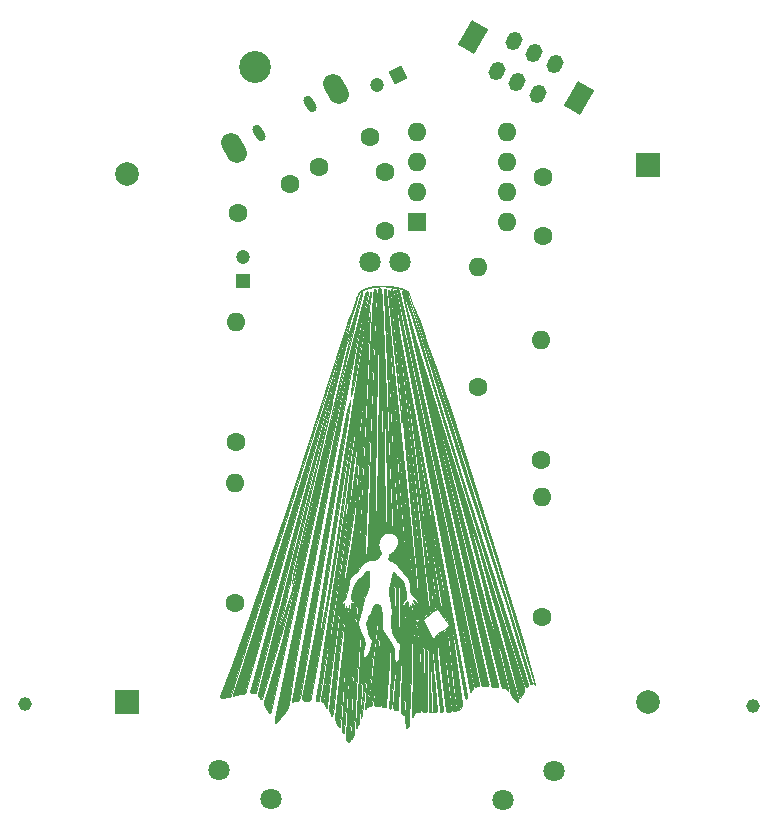
<source format=gbr>
%TF.GenerationSoftware,KiCad,Pcbnew,8.0.4*%
%TF.CreationDate,2024-10-02T18:02:59-07:00*%
%TF.ProjectId,EMFbadgeforMAKE-sizedfor3inchbagLCSCassembly,454d4662-6164-4676-9566-6f724d414b45,rev?*%
%TF.SameCoordinates,Original*%
%TF.FileFunction,Soldermask,Bot*%
%TF.FilePolarity,Negative*%
%FSLAX46Y46*%
G04 Gerber Fmt 4.6, Leading zero omitted, Abs format (unit mm)*
G04 Created by KiCad (PCBNEW 8.0.4) date 2024-10-02 18:02:59*
%MOMM*%
%LPD*%
G01*
G04 APERTURE LIST*
G04 Aperture macros list*
%AMHorizOval*
0 Thick line with rounded ends*
0 $1 width*
0 $2 $3 position (X,Y) of the first rounded end (center of the circle)*
0 $4 $5 position (X,Y) of the second rounded end (center of the circle)*
0 Add line between two ends*
20,1,$1,$2,$3,$4,$5,0*
0 Add two circle primitives to create the rounded ends*
1,1,$1,$2,$3*
1,1,$1,$4,$5*%
%AMRotRect*
0 Rectangle, with rotation*
0 The origin of the aperture is its center*
0 $1 length*
0 $2 width*
0 $3 Rotation angle, in degrees counterclockwise*
0 Add horizontal line*
21,1,$1,$2,0,0,$3*%
G04 Aperture macros list end*
%ADD10C,0.002976*%
%ADD11C,1.152000*%
%ADD12HorizOval,1.700000X-0.250000X0.433013X0.250000X-0.433013X0*%
%ADD13HorizOval,0.800000X-0.175000X0.303109X0.175000X-0.303109X0*%
%ADD14C,2.700000*%
%ADD15C,1.600000*%
%ADD16O,1.600000X1.600000*%
%ADD17RotRect,1.600000X2.400000X330.000000*%
%ADD18HorizOval,1.300000X-0.075000X-0.129904X0.075000X0.129904X0*%
%ADD19R,2.000000X2.000000*%
%ADD20C,2.000000*%
%ADD21C,1.800000*%
%ADD22R,1.600000X1.600000*%
%ADD23R,1.200000X1.200000*%
%ADD24C,1.200000*%
%ADD25RotRect,1.200000X1.200000X205.000000*%
G04 APERTURE END LIST*
D10*
X158724891Y-117360940D02*
X158725239Y-117355105D01*
X158725582Y-117350365D01*
X158725837Y-117348719D01*
X158725955Y-117347885D01*
X158726061Y-117347039D01*
X158726150Y-117346175D01*
X158726219Y-117345288D01*
X158726263Y-117344378D01*
X158726278Y-117343437D01*
X158726339Y-117343092D01*
X158726394Y-117342737D01*
X158726485Y-117342007D01*
X158726560Y-117341251D01*
X158726626Y-117340474D01*
X158726683Y-117339835D01*
X158726973Y-117337238D01*
X158724891Y-117360940D01*
G36*
X158724891Y-117360940D02*
G01*
X158725239Y-117355105D01*
X158725582Y-117350365D01*
X158725837Y-117348719D01*
X158725955Y-117347885D01*
X158726061Y-117347039D01*
X158726150Y-117346175D01*
X158726219Y-117345288D01*
X158726263Y-117344378D01*
X158726278Y-117343437D01*
X158726339Y-117343092D01*
X158726394Y-117342737D01*
X158726485Y-117342007D01*
X158726560Y-117341251D01*
X158726626Y-117340474D01*
X158726683Y-117339835D01*
X158726973Y-117337238D01*
X158724891Y-117360940D01*
G37*
X164669727Y-127676688D02*
X164670808Y-127676775D01*
X164671998Y-127676932D01*
X164673286Y-127677156D01*
X164674665Y-127677444D01*
X164676123Y-127677793D01*
X164677653Y-127678201D01*
X164679245Y-127678665D01*
X164680889Y-127679184D01*
X164682578Y-127679752D01*
X164684301Y-127680369D01*
X164686049Y-127681031D01*
X164687722Y-127681790D01*
X164689220Y-127682562D01*
X164690543Y-127683341D01*
X164691137Y-127683732D01*
X164691688Y-127684124D01*
X164692192Y-127684515D01*
X164692650Y-127684903D01*
X164693064Y-127685292D01*
X164693431Y-127685676D01*
X164693751Y-127686059D01*
X164694024Y-127686438D01*
X164694250Y-127686813D01*
X164694428Y-127687183D01*
X164694559Y-127687547D01*
X164694642Y-127687905D01*
X164694676Y-127688258D01*
X164694661Y-127688603D01*
X164694597Y-127688940D01*
X164694485Y-127689269D01*
X164694321Y-127689589D01*
X164694108Y-127689900D01*
X164693845Y-127690200D01*
X164693530Y-127690490D01*
X164693166Y-127690767D01*
X164692749Y-127691033D01*
X164692281Y-127691288D01*
X164691761Y-127691529D01*
X164691189Y-127691754D01*
X164690563Y-127691967D01*
X164689407Y-127692234D01*
X164688219Y-127692420D01*
X164687006Y-127692530D01*
X164685773Y-127692568D01*
X164684527Y-127692534D01*
X164683272Y-127692435D01*
X164680759Y-127692048D01*
X164678281Y-127691436D01*
X164675883Y-127690623D01*
X164673611Y-127689637D01*
X164671508Y-127688506D01*
X164669621Y-127687253D01*
X164667995Y-127685908D01*
X164667294Y-127685209D01*
X164666676Y-127684498D01*
X164666145Y-127683775D01*
X164665707Y-127683047D01*
X164665369Y-127682315D01*
X164665136Y-127681584D01*
X164665013Y-127680855D01*
X164665007Y-127680134D01*
X164665123Y-127679423D01*
X164665365Y-127678725D01*
X164665741Y-127678044D01*
X164666257Y-127677384D01*
X164666439Y-127677223D01*
X164666662Y-127677085D01*
X164666922Y-127676965D01*
X164667220Y-127676867D01*
X164667554Y-127676789D01*
X164667923Y-127676731D01*
X164668762Y-127676672D01*
X164669727Y-127676688D01*
G36*
X164669727Y-127676688D02*
G01*
X164670808Y-127676775D01*
X164671998Y-127676932D01*
X164673286Y-127677156D01*
X164674665Y-127677444D01*
X164676123Y-127677793D01*
X164677653Y-127678201D01*
X164679245Y-127678665D01*
X164680889Y-127679184D01*
X164682578Y-127679752D01*
X164684301Y-127680369D01*
X164686049Y-127681031D01*
X164687722Y-127681790D01*
X164689220Y-127682562D01*
X164690543Y-127683341D01*
X164691137Y-127683732D01*
X164691688Y-127684124D01*
X164692192Y-127684515D01*
X164692650Y-127684903D01*
X164693064Y-127685292D01*
X164693431Y-127685676D01*
X164693751Y-127686059D01*
X164694024Y-127686438D01*
X164694250Y-127686813D01*
X164694428Y-127687183D01*
X164694559Y-127687547D01*
X164694642Y-127687905D01*
X164694676Y-127688258D01*
X164694661Y-127688603D01*
X164694597Y-127688940D01*
X164694485Y-127689269D01*
X164694321Y-127689589D01*
X164694108Y-127689900D01*
X164693845Y-127690200D01*
X164693530Y-127690490D01*
X164693166Y-127690767D01*
X164692749Y-127691033D01*
X164692281Y-127691288D01*
X164691761Y-127691529D01*
X164691189Y-127691754D01*
X164690563Y-127691967D01*
X164689407Y-127692234D01*
X164688219Y-127692420D01*
X164687006Y-127692530D01*
X164685773Y-127692568D01*
X164684527Y-127692534D01*
X164683272Y-127692435D01*
X164680759Y-127692048D01*
X164678281Y-127691436D01*
X164675883Y-127690623D01*
X164673611Y-127689637D01*
X164671508Y-127688506D01*
X164669621Y-127687253D01*
X164667995Y-127685908D01*
X164667294Y-127685209D01*
X164666676Y-127684498D01*
X164666145Y-127683775D01*
X164665707Y-127683047D01*
X164665369Y-127682315D01*
X164665136Y-127681584D01*
X164665013Y-127680855D01*
X164665007Y-127680134D01*
X164665123Y-127679423D01*
X164665365Y-127678725D01*
X164665741Y-127678044D01*
X164666257Y-127677384D01*
X164666439Y-127677223D01*
X164666662Y-127677085D01*
X164666922Y-127676965D01*
X164667220Y-127676867D01*
X164667554Y-127676789D01*
X164667923Y-127676731D01*
X164668762Y-127676672D01*
X164669727Y-127676688D01*
G37*
X164685061Y-127289944D02*
X164686278Y-127290017D01*
X164687516Y-127290142D01*
X164688764Y-127290325D01*
X164690015Y-127290568D01*
X164691258Y-127290876D01*
X164691926Y-127291022D01*
X164692560Y-127291188D01*
X164693163Y-127291370D01*
X164693732Y-127291571D01*
X164694268Y-127291790D01*
X164694771Y-127292026D01*
X164695243Y-127292278D01*
X164695681Y-127292545D01*
X164696085Y-127292829D01*
X164696457Y-127293127D01*
X164696795Y-127293440D01*
X164697100Y-127293768D01*
X164697372Y-127294108D01*
X164697611Y-127294461D01*
X164697815Y-127294828D01*
X164697987Y-127295206D01*
X164698125Y-127295597D01*
X164698229Y-127295999D01*
X164698299Y-127296411D01*
X164698336Y-127296835D01*
X164698339Y-127297266D01*
X164698309Y-127297708D01*
X164698244Y-127298160D01*
X164698145Y-127298620D01*
X164698012Y-127299087D01*
X164697845Y-127299562D01*
X164697643Y-127300044D01*
X164697408Y-127300534D01*
X164697137Y-127301028D01*
X164696833Y-127301530D01*
X164696494Y-127302036D01*
X164696121Y-127302547D01*
X164695689Y-127302977D01*
X164695243Y-127303383D01*
X164694783Y-127303764D01*
X164694308Y-127304117D01*
X164693822Y-127304446D01*
X164693326Y-127304748D01*
X164692817Y-127305025D01*
X164692301Y-127305276D01*
X164691777Y-127305499D01*
X164691244Y-127305697D01*
X164690707Y-127305869D01*
X164690164Y-127306014D01*
X164689616Y-127306131D01*
X164689066Y-127306225D01*
X164688514Y-127306290D01*
X164687961Y-127306329D01*
X164687408Y-127306341D01*
X164686855Y-127306327D01*
X164686305Y-127306285D01*
X164685758Y-127306216D01*
X164685215Y-127306122D01*
X164684677Y-127305999D01*
X164684145Y-127305851D01*
X164683620Y-127305675D01*
X164683104Y-127305470D01*
X164682597Y-127305239D01*
X164682099Y-127304980D01*
X164681613Y-127304695D01*
X164681139Y-127304381D01*
X164680678Y-127304041D01*
X164680232Y-127303672D01*
X164679801Y-127303276D01*
X164679045Y-127302508D01*
X164678340Y-127301713D01*
X164677690Y-127300897D01*
X164677098Y-127300068D01*
X164676568Y-127299234D01*
X164676100Y-127298398D01*
X164675701Y-127297571D01*
X164675372Y-127296757D01*
X164675116Y-127295965D01*
X164674937Y-127295203D01*
X164674876Y-127294833D01*
X164674836Y-127294474D01*
X164674817Y-127294126D01*
X164674818Y-127293789D01*
X164674841Y-127293463D01*
X164674887Y-127293151D01*
X164674953Y-127292853D01*
X164675043Y-127292571D01*
X164675155Y-127292303D01*
X164675291Y-127292053D01*
X164675449Y-127291820D01*
X164675633Y-127291606D01*
X164675812Y-127291470D01*
X164676022Y-127291338D01*
X164676532Y-127291082D01*
X164677153Y-127290841D01*
X164677879Y-127290621D01*
X164678697Y-127290424D01*
X164679600Y-127290254D01*
X164680579Y-127290116D01*
X164681623Y-127290012D01*
X164682725Y-127289946D01*
X164683873Y-127289922D01*
X164685061Y-127289944D01*
G36*
X164685061Y-127289944D02*
G01*
X164686278Y-127290017D01*
X164687516Y-127290142D01*
X164688764Y-127290325D01*
X164690015Y-127290568D01*
X164691258Y-127290876D01*
X164691926Y-127291022D01*
X164692560Y-127291188D01*
X164693163Y-127291370D01*
X164693732Y-127291571D01*
X164694268Y-127291790D01*
X164694771Y-127292026D01*
X164695243Y-127292278D01*
X164695681Y-127292545D01*
X164696085Y-127292829D01*
X164696457Y-127293127D01*
X164696795Y-127293440D01*
X164697100Y-127293768D01*
X164697372Y-127294108D01*
X164697611Y-127294461D01*
X164697815Y-127294828D01*
X164697987Y-127295206D01*
X164698125Y-127295597D01*
X164698229Y-127295999D01*
X164698299Y-127296411D01*
X164698336Y-127296835D01*
X164698339Y-127297266D01*
X164698309Y-127297708D01*
X164698244Y-127298160D01*
X164698145Y-127298620D01*
X164698012Y-127299087D01*
X164697845Y-127299562D01*
X164697643Y-127300044D01*
X164697408Y-127300534D01*
X164697137Y-127301028D01*
X164696833Y-127301530D01*
X164696494Y-127302036D01*
X164696121Y-127302547D01*
X164695689Y-127302977D01*
X164695243Y-127303383D01*
X164694783Y-127303764D01*
X164694308Y-127304117D01*
X164693822Y-127304446D01*
X164693326Y-127304748D01*
X164692817Y-127305025D01*
X164692301Y-127305276D01*
X164691777Y-127305499D01*
X164691244Y-127305697D01*
X164690707Y-127305869D01*
X164690164Y-127306014D01*
X164689616Y-127306131D01*
X164689066Y-127306225D01*
X164688514Y-127306290D01*
X164687961Y-127306329D01*
X164687408Y-127306341D01*
X164686855Y-127306327D01*
X164686305Y-127306285D01*
X164685758Y-127306216D01*
X164685215Y-127306122D01*
X164684677Y-127305999D01*
X164684145Y-127305851D01*
X164683620Y-127305675D01*
X164683104Y-127305470D01*
X164682597Y-127305239D01*
X164682099Y-127304980D01*
X164681613Y-127304695D01*
X164681139Y-127304381D01*
X164680678Y-127304041D01*
X164680232Y-127303672D01*
X164679801Y-127303276D01*
X164679045Y-127302508D01*
X164678340Y-127301713D01*
X164677690Y-127300897D01*
X164677098Y-127300068D01*
X164676568Y-127299234D01*
X164676100Y-127298398D01*
X164675701Y-127297571D01*
X164675372Y-127296757D01*
X164675116Y-127295965D01*
X164674937Y-127295203D01*
X164674876Y-127294833D01*
X164674836Y-127294474D01*
X164674817Y-127294126D01*
X164674818Y-127293789D01*
X164674841Y-127293463D01*
X164674887Y-127293151D01*
X164674953Y-127292853D01*
X164675043Y-127292571D01*
X164675155Y-127292303D01*
X164675291Y-127292053D01*
X164675449Y-127291820D01*
X164675633Y-127291606D01*
X164675812Y-127291470D01*
X164676022Y-127291338D01*
X164676532Y-127291082D01*
X164677153Y-127290841D01*
X164677879Y-127290621D01*
X164678697Y-127290424D01*
X164679600Y-127290254D01*
X164680579Y-127290116D01*
X164681623Y-127290012D01*
X164682725Y-127289946D01*
X164683873Y-127289922D01*
X164685061Y-127289944D01*
G37*
X164824762Y-127549594D02*
X164825411Y-127549641D01*
X164826040Y-127549728D01*
X164826649Y-127549855D01*
X164827237Y-127550021D01*
X164827804Y-127550228D01*
X164828352Y-127550474D01*
X164828880Y-127550759D01*
X164829386Y-127551085D01*
X164829872Y-127551452D01*
X164830338Y-127551860D01*
X164830783Y-127552307D01*
X164831209Y-127552795D01*
X164831614Y-127553324D01*
X164831999Y-127553895D01*
X164832362Y-127554506D01*
X164832707Y-127555158D01*
X164833030Y-127555852D01*
X164833334Y-127556587D01*
X164833616Y-127557364D01*
X164833880Y-127558183D01*
X164834121Y-127559044D01*
X164834343Y-127559947D01*
X164834544Y-127560892D01*
X164834726Y-127561879D01*
X164835027Y-127563981D01*
X164835366Y-127565998D01*
X164835983Y-127568338D01*
X164836860Y-127570973D01*
X164837980Y-127573878D01*
X164839328Y-127577024D01*
X164840888Y-127580384D01*
X164842644Y-127583931D01*
X164844579Y-127587637D01*
X164846676Y-127591476D01*
X164848920Y-127595421D01*
X164851293Y-127599444D01*
X164853781Y-127603516D01*
X164856366Y-127607613D01*
X164859033Y-127611705D01*
X164861764Y-127615767D01*
X164864545Y-127619769D01*
X164867428Y-127623663D01*
X164870210Y-127627661D01*
X164872873Y-127631735D01*
X164875409Y-127635855D01*
X164877802Y-127639989D01*
X164880039Y-127644108D01*
X164882107Y-127648182D01*
X164883993Y-127652179D01*
X164885683Y-127656069D01*
X164887166Y-127659821D01*
X164888426Y-127663404D01*
X164889451Y-127666792D01*
X164890228Y-127669949D01*
X164890743Y-127672848D01*
X164890984Y-127675456D01*
X164890937Y-127677746D01*
X164890812Y-127680602D01*
X164890827Y-127683360D01*
X164890981Y-127686019D01*
X164891275Y-127688578D01*
X164891706Y-127691036D01*
X164892275Y-127693394D01*
X164892982Y-127695652D01*
X164893825Y-127697808D01*
X164894805Y-127699861D01*
X164895921Y-127701812D01*
X164897172Y-127703660D01*
X164898558Y-127705404D01*
X164900077Y-127707046D01*
X164901731Y-127708582D01*
X164903518Y-127710014D01*
X164905438Y-127711340D01*
X164907490Y-127712561D01*
X164909674Y-127713674D01*
X164911988Y-127714682D01*
X164914435Y-127715583D01*
X164917010Y-127716376D01*
X164919716Y-127717060D01*
X164922550Y-127717636D01*
X164925514Y-127718103D01*
X164928605Y-127718460D01*
X164931825Y-127718708D01*
X164935172Y-127718845D01*
X164938645Y-127718872D01*
X164942244Y-127718785D01*
X164945969Y-127718589D01*
X164949820Y-127718279D01*
X164953794Y-127717857D01*
X164963991Y-127716699D01*
X164971694Y-127715982D01*
X164974624Y-127715797D01*
X164976947Y-127715735D01*
X164978668Y-127715796D01*
X164979795Y-127715987D01*
X164980136Y-127716133D01*
X164980330Y-127716312D01*
X164980379Y-127716523D01*
X164980282Y-127716771D01*
X164980041Y-127717052D01*
X164979654Y-127717370D01*
X164978454Y-127718113D01*
X164976685Y-127719005D01*
X164974355Y-127720047D01*
X164968030Y-127722599D01*
X164965396Y-127723662D01*
X164962716Y-127724662D01*
X164960006Y-127725598D01*
X164957287Y-127726465D01*
X164951890Y-127727988D01*
X164946674Y-127729207D01*
X164944178Y-127729696D01*
X164941782Y-127730100D01*
X164939503Y-127730419D01*
X164937361Y-127730648D01*
X164935375Y-127730786D01*
X164933560Y-127730829D01*
X164931938Y-127730774D01*
X164930525Y-127730620D01*
X164928342Y-127730208D01*
X164926285Y-127729930D01*
X164924356Y-127729782D01*
X164922553Y-127729759D01*
X164920878Y-127729857D01*
X164919332Y-127730072D01*
X164917914Y-127730402D01*
X164916625Y-127730842D01*
X164915465Y-127731387D01*
X164914434Y-127732036D01*
X164913533Y-127732783D01*
X164912763Y-127733625D01*
X164912122Y-127734558D01*
X164911614Y-127735579D01*
X164911237Y-127736683D01*
X164910993Y-127737866D01*
X164910879Y-127739125D01*
X164910899Y-127740456D01*
X164911051Y-127741856D01*
X164911338Y-127743321D01*
X164911758Y-127744845D01*
X164912311Y-127746426D01*
X164913000Y-127748062D01*
X164913823Y-127749745D01*
X164914783Y-127751473D01*
X164915877Y-127753244D01*
X164917108Y-127755052D01*
X164918475Y-127756894D01*
X164919979Y-127758767D01*
X164921620Y-127760666D01*
X164923398Y-127762587D01*
X164925316Y-127764528D01*
X164928311Y-127767524D01*
X164930917Y-127770231D01*
X164933138Y-127772656D01*
X164934974Y-127774807D01*
X164936427Y-127776693D01*
X164937011Y-127777538D01*
X164937500Y-127778323D01*
X164937894Y-127779044D01*
X164938194Y-127779704D01*
X164938400Y-127780305D01*
X164938512Y-127780846D01*
X164938530Y-127781330D01*
X164938455Y-127781758D01*
X164938287Y-127782131D01*
X164938027Y-127782448D01*
X164937673Y-127782712D01*
X164937228Y-127782924D01*
X164936689Y-127783084D01*
X164936060Y-127783195D01*
X164935339Y-127783255D01*
X164934526Y-127783268D01*
X164932629Y-127783155D01*
X164930369Y-127782862D01*
X164927749Y-127782399D01*
X164923391Y-127781600D01*
X164919541Y-127780811D01*
X164916157Y-127779988D01*
X164914627Y-127779548D01*
X164913200Y-127779080D01*
X164911870Y-127778580D01*
X164910633Y-127778039D01*
X164909483Y-127777455D01*
X164908415Y-127776819D01*
X164907425Y-127776126D01*
X164906507Y-127775370D01*
X164905658Y-127774545D01*
X164904871Y-127773644D01*
X164904142Y-127772662D01*
X164903467Y-127771594D01*
X164902839Y-127770431D01*
X164902256Y-127769171D01*
X164901710Y-127767804D01*
X164901197Y-127766326D01*
X164900714Y-127764731D01*
X164900254Y-127763014D01*
X164899386Y-127759183D01*
X164898553Y-127754788D01*
X164897719Y-127749779D01*
X164896841Y-127744109D01*
X164895679Y-127737660D01*
X164894269Y-127731703D01*
X164893468Y-127728905D01*
X164892601Y-127726226D01*
X164891665Y-127723664D01*
X164890660Y-127721218D01*
X164889585Y-127718887D01*
X164888438Y-127716669D01*
X164887216Y-127714560D01*
X164885920Y-127712563D01*
X164884547Y-127710674D01*
X164883096Y-127708891D01*
X164881565Y-127707214D01*
X164879955Y-127705643D01*
X164878261Y-127704172D01*
X164876483Y-127702802D01*
X164874621Y-127701534D01*
X164872671Y-127700362D01*
X164870633Y-127699288D01*
X164868505Y-127698307D01*
X164866286Y-127697422D01*
X164863975Y-127696628D01*
X164861569Y-127695926D01*
X164859068Y-127695313D01*
X164856469Y-127694788D01*
X164853773Y-127694349D01*
X164848078Y-127693723D01*
X164841971Y-127693427D01*
X164833477Y-127693379D01*
X164830073Y-127693304D01*
X164827218Y-127693181D01*
X164824902Y-127693002D01*
X164823116Y-127692753D01*
X164821850Y-127692428D01*
X164821408Y-127692232D01*
X164821094Y-127692014D01*
X164820904Y-127691770D01*
X164820838Y-127691501D01*
X164820894Y-127691205D01*
X164821073Y-127690880D01*
X164821372Y-127690526D01*
X164821789Y-127690141D01*
X164822977Y-127689272D01*
X164824627Y-127688266D01*
X164826729Y-127687110D01*
X164832251Y-127684310D01*
X164834157Y-127683409D01*
X164836090Y-127682618D01*
X164838037Y-127681937D01*
X164839982Y-127681365D01*
X164841914Y-127680903D01*
X164843818Y-127680548D01*
X164845680Y-127680302D01*
X164847487Y-127680162D01*
X164849224Y-127680131D01*
X164850879Y-127680204D01*
X164852437Y-127680384D01*
X164853884Y-127680669D01*
X164855208Y-127681059D01*
X164856394Y-127681552D01*
X164857428Y-127682150D01*
X164857884Y-127682488D01*
X164858296Y-127682851D01*
X164858717Y-127683264D01*
X164859134Y-127683614D01*
X164859547Y-127683900D01*
X164859953Y-127684125D01*
X164860355Y-127684289D01*
X164860751Y-127684393D01*
X164861141Y-127684438D01*
X164861525Y-127684424D01*
X164861902Y-127684353D01*
X164862272Y-127684225D01*
X164862635Y-127684040D01*
X164862990Y-127683801D01*
X164863337Y-127683507D01*
X164863677Y-127683159D01*
X164864007Y-127682758D01*
X164864330Y-127682304D01*
X164864643Y-127681801D01*
X164864945Y-127681246D01*
X164865239Y-127680642D01*
X164865522Y-127679989D01*
X164865794Y-127679289D01*
X164866057Y-127678540D01*
X164866308Y-127677745D01*
X164866547Y-127676905D01*
X164866775Y-127676018D01*
X164866991Y-127675089D01*
X164867195Y-127674116D01*
X164867385Y-127673100D01*
X164867564Y-127672044D01*
X164867728Y-127670945D01*
X164867879Y-127669807D01*
X164868016Y-127668629D01*
X164868119Y-127665772D01*
X164868101Y-127663006D01*
X164867962Y-127660334D01*
X164867700Y-127657755D01*
X164867316Y-127655269D01*
X164866808Y-127652875D01*
X164866176Y-127650571D01*
X164865417Y-127648360D01*
X164864535Y-127646239D01*
X164863525Y-127644209D01*
X164862389Y-127642268D01*
X164861125Y-127640418D01*
X164859733Y-127638656D01*
X164858211Y-127636982D01*
X164856560Y-127635398D01*
X164854778Y-127633901D01*
X164852865Y-127632492D01*
X164850819Y-127631170D01*
X164848642Y-127629936D01*
X164846331Y-127628787D01*
X164843885Y-127627724D01*
X164841305Y-127626748D01*
X164838589Y-127625855D01*
X164835738Y-127625049D01*
X164832750Y-127624325D01*
X164829623Y-127623687D01*
X164826360Y-127623132D01*
X164822956Y-127622659D01*
X164819414Y-127622271D01*
X164815730Y-127621964D01*
X164807940Y-127621595D01*
X164801049Y-127621376D01*
X164798112Y-127621210D01*
X164795525Y-127621008D01*
X164793297Y-127620774D01*
X164791434Y-127620512D01*
X164789946Y-127620222D01*
X164788840Y-127619908D01*
X164788125Y-127619574D01*
X164787917Y-127619399D01*
X164787809Y-127619219D01*
X164787804Y-127619037D01*
X164787900Y-127618850D01*
X164788101Y-127618660D01*
X164788406Y-127618466D01*
X164789335Y-127618073D01*
X164790696Y-127617672D01*
X164792497Y-127617265D01*
X164794744Y-127616855D01*
X164797341Y-127616309D01*
X164799852Y-127615633D01*
X164802275Y-127614833D01*
X164804607Y-127613914D01*
X164806844Y-127612884D01*
X164808984Y-127611748D01*
X164811022Y-127610514D01*
X164812955Y-127609185D01*
X164814781Y-127607772D01*
X164816496Y-127606279D01*
X164818096Y-127604709D01*
X164819579Y-127603074D01*
X164820939Y-127601377D01*
X164822176Y-127599625D01*
X164823286Y-127597823D01*
X164824264Y-127595979D01*
X164825108Y-127594099D01*
X164825815Y-127592190D01*
X164826379Y-127590255D01*
X164826801Y-127588303D01*
X164827075Y-127586341D01*
X164827197Y-127584373D01*
X164827166Y-127582407D01*
X164826977Y-127580448D01*
X164826627Y-127578503D01*
X164826114Y-127576580D01*
X164825433Y-127574681D01*
X164824582Y-127572816D01*
X164823556Y-127570989D01*
X164822353Y-127569208D01*
X164820970Y-127567478D01*
X164819402Y-127565807D01*
X164818803Y-127565223D01*
X164818242Y-127564633D01*
X164817721Y-127564039D01*
X164817239Y-127563442D01*
X164816796Y-127562844D01*
X164816393Y-127562245D01*
X164816030Y-127561645D01*
X164815706Y-127561048D01*
X164815423Y-127560453D01*
X164815180Y-127559863D01*
X164814979Y-127559277D01*
X164814817Y-127558697D01*
X164814696Y-127558125D01*
X164814617Y-127557560D01*
X164814580Y-127557006D01*
X164814583Y-127556461D01*
X164814628Y-127555929D01*
X164814715Y-127555410D01*
X164814844Y-127554905D01*
X164815015Y-127554413D01*
X164815230Y-127553940D01*
X164815487Y-127553483D01*
X164815786Y-127553045D01*
X164816128Y-127552627D01*
X164816515Y-127552229D01*
X164816943Y-127551853D01*
X164817417Y-127551502D01*
X164817933Y-127551173D01*
X164818494Y-127550871D01*
X164819099Y-127550594D01*
X164819748Y-127550346D01*
X164820442Y-127550126D01*
X164821212Y-127549940D01*
X164821963Y-127549793D01*
X164822694Y-127549685D01*
X164823404Y-127549616D01*
X164824094Y-127549584D01*
X164824762Y-127549594D01*
G36*
X164824762Y-127549594D02*
G01*
X164825411Y-127549641D01*
X164826040Y-127549728D01*
X164826649Y-127549855D01*
X164827237Y-127550021D01*
X164827804Y-127550228D01*
X164828352Y-127550474D01*
X164828880Y-127550759D01*
X164829386Y-127551085D01*
X164829872Y-127551452D01*
X164830338Y-127551860D01*
X164830783Y-127552307D01*
X164831209Y-127552795D01*
X164831614Y-127553324D01*
X164831999Y-127553895D01*
X164832362Y-127554506D01*
X164832707Y-127555158D01*
X164833030Y-127555852D01*
X164833334Y-127556587D01*
X164833616Y-127557364D01*
X164833880Y-127558183D01*
X164834121Y-127559044D01*
X164834343Y-127559947D01*
X164834544Y-127560892D01*
X164834726Y-127561879D01*
X164835027Y-127563981D01*
X164835366Y-127565998D01*
X164835983Y-127568338D01*
X164836860Y-127570973D01*
X164837980Y-127573878D01*
X164839328Y-127577024D01*
X164840888Y-127580384D01*
X164842644Y-127583931D01*
X164844579Y-127587637D01*
X164846676Y-127591476D01*
X164848920Y-127595421D01*
X164851293Y-127599444D01*
X164853781Y-127603516D01*
X164856366Y-127607613D01*
X164859033Y-127611705D01*
X164861764Y-127615767D01*
X164864545Y-127619769D01*
X164867428Y-127623663D01*
X164870210Y-127627661D01*
X164872873Y-127631735D01*
X164875409Y-127635855D01*
X164877802Y-127639989D01*
X164880039Y-127644108D01*
X164882107Y-127648182D01*
X164883993Y-127652179D01*
X164885683Y-127656069D01*
X164887166Y-127659821D01*
X164888426Y-127663404D01*
X164889451Y-127666792D01*
X164890228Y-127669949D01*
X164890743Y-127672848D01*
X164890984Y-127675456D01*
X164890937Y-127677746D01*
X164890812Y-127680602D01*
X164890827Y-127683360D01*
X164890981Y-127686019D01*
X164891275Y-127688578D01*
X164891706Y-127691036D01*
X164892275Y-127693394D01*
X164892982Y-127695652D01*
X164893825Y-127697808D01*
X164894805Y-127699861D01*
X164895921Y-127701812D01*
X164897172Y-127703660D01*
X164898558Y-127705404D01*
X164900077Y-127707046D01*
X164901731Y-127708582D01*
X164903518Y-127710014D01*
X164905438Y-127711340D01*
X164907490Y-127712561D01*
X164909674Y-127713674D01*
X164911988Y-127714682D01*
X164914435Y-127715583D01*
X164917010Y-127716376D01*
X164919716Y-127717060D01*
X164922550Y-127717636D01*
X164925514Y-127718103D01*
X164928605Y-127718460D01*
X164931825Y-127718708D01*
X164935172Y-127718845D01*
X164938645Y-127718872D01*
X164942244Y-127718785D01*
X164945969Y-127718589D01*
X164949820Y-127718279D01*
X164953794Y-127717857D01*
X164963991Y-127716699D01*
X164971694Y-127715982D01*
X164974624Y-127715797D01*
X164976947Y-127715735D01*
X164978668Y-127715796D01*
X164979795Y-127715987D01*
X164980136Y-127716133D01*
X164980330Y-127716312D01*
X164980379Y-127716523D01*
X164980282Y-127716771D01*
X164980041Y-127717052D01*
X164979654Y-127717370D01*
X164978454Y-127718113D01*
X164976685Y-127719005D01*
X164974355Y-127720047D01*
X164968030Y-127722599D01*
X164965396Y-127723662D01*
X164962716Y-127724662D01*
X164960006Y-127725598D01*
X164957287Y-127726465D01*
X164951890Y-127727988D01*
X164946674Y-127729207D01*
X164944178Y-127729696D01*
X164941782Y-127730100D01*
X164939503Y-127730419D01*
X164937361Y-127730648D01*
X164935375Y-127730786D01*
X164933560Y-127730829D01*
X164931938Y-127730774D01*
X164930525Y-127730620D01*
X164928342Y-127730208D01*
X164926285Y-127729930D01*
X164924356Y-127729782D01*
X164922553Y-127729759D01*
X164920878Y-127729857D01*
X164919332Y-127730072D01*
X164917914Y-127730402D01*
X164916625Y-127730842D01*
X164915465Y-127731387D01*
X164914434Y-127732036D01*
X164913533Y-127732783D01*
X164912763Y-127733625D01*
X164912122Y-127734558D01*
X164911614Y-127735579D01*
X164911237Y-127736683D01*
X164910993Y-127737866D01*
X164910879Y-127739125D01*
X164910899Y-127740456D01*
X164911051Y-127741856D01*
X164911338Y-127743321D01*
X164911758Y-127744845D01*
X164912311Y-127746426D01*
X164913000Y-127748062D01*
X164913823Y-127749745D01*
X164914783Y-127751473D01*
X164915877Y-127753244D01*
X164917108Y-127755052D01*
X164918475Y-127756894D01*
X164919979Y-127758767D01*
X164921620Y-127760666D01*
X164923398Y-127762587D01*
X164925316Y-127764528D01*
X164928311Y-127767524D01*
X164930917Y-127770231D01*
X164933138Y-127772656D01*
X164934974Y-127774807D01*
X164936427Y-127776693D01*
X164937011Y-127777538D01*
X164937500Y-127778323D01*
X164937894Y-127779044D01*
X164938194Y-127779704D01*
X164938400Y-127780305D01*
X164938512Y-127780846D01*
X164938530Y-127781330D01*
X164938455Y-127781758D01*
X164938287Y-127782131D01*
X164938027Y-127782448D01*
X164937673Y-127782712D01*
X164937228Y-127782924D01*
X164936689Y-127783084D01*
X164936060Y-127783195D01*
X164935339Y-127783255D01*
X164934526Y-127783268D01*
X164932629Y-127783155D01*
X164930369Y-127782862D01*
X164927749Y-127782399D01*
X164923391Y-127781600D01*
X164919541Y-127780811D01*
X164916157Y-127779988D01*
X164914627Y-127779548D01*
X164913200Y-127779080D01*
X164911870Y-127778580D01*
X164910633Y-127778039D01*
X164909483Y-127777455D01*
X164908415Y-127776819D01*
X164907425Y-127776126D01*
X164906507Y-127775370D01*
X164905658Y-127774545D01*
X164904871Y-127773644D01*
X164904142Y-127772662D01*
X164903467Y-127771594D01*
X164902839Y-127770431D01*
X164902256Y-127769171D01*
X164901710Y-127767804D01*
X164901197Y-127766326D01*
X164900714Y-127764731D01*
X164900254Y-127763014D01*
X164899386Y-127759183D01*
X164898553Y-127754788D01*
X164897719Y-127749779D01*
X164896841Y-127744109D01*
X164895679Y-127737660D01*
X164894269Y-127731703D01*
X164893468Y-127728905D01*
X164892601Y-127726226D01*
X164891665Y-127723664D01*
X164890660Y-127721218D01*
X164889585Y-127718887D01*
X164888438Y-127716669D01*
X164887216Y-127714560D01*
X164885920Y-127712563D01*
X164884547Y-127710674D01*
X164883096Y-127708891D01*
X164881565Y-127707214D01*
X164879955Y-127705643D01*
X164878261Y-127704172D01*
X164876483Y-127702802D01*
X164874621Y-127701534D01*
X164872671Y-127700362D01*
X164870633Y-127699288D01*
X164868505Y-127698307D01*
X164866286Y-127697422D01*
X164863975Y-127696628D01*
X164861569Y-127695926D01*
X164859068Y-127695313D01*
X164856469Y-127694788D01*
X164853773Y-127694349D01*
X164848078Y-127693723D01*
X164841971Y-127693427D01*
X164833477Y-127693379D01*
X164830073Y-127693304D01*
X164827218Y-127693181D01*
X164824902Y-127693002D01*
X164823116Y-127692753D01*
X164821850Y-127692428D01*
X164821408Y-127692232D01*
X164821094Y-127692014D01*
X164820904Y-127691770D01*
X164820838Y-127691501D01*
X164820894Y-127691205D01*
X164821073Y-127690880D01*
X164821372Y-127690526D01*
X164821789Y-127690141D01*
X164822977Y-127689272D01*
X164824627Y-127688266D01*
X164826729Y-127687110D01*
X164832251Y-127684310D01*
X164834157Y-127683409D01*
X164836090Y-127682618D01*
X164838037Y-127681937D01*
X164839982Y-127681365D01*
X164841914Y-127680903D01*
X164843818Y-127680548D01*
X164845680Y-127680302D01*
X164847487Y-127680162D01*
X164849224Y-127680131D01*
X164850879Y-127680204D01*
X164852437Y-127680384D01*
X164853884Y-127680669D01*
X164855208Y-127681059D01*
X164856394Y-127681552D01*
X164857428Y-127682150D01*
X164857884Y-127682488D01*
X164858296Y-127682851D01*
X164858717Y-127683264D01*
X164859134Y-127683614D01*
X164859547Y-127683900D01*
X164859953Y-127684125D01*
X164860355Y-127684289D01*
X164860751Y-127684393D01*
X164861141Y-127684438D01*
X164861525Y-127684424D01*
X164861902Y-127684353D01*
X164862272Y-127684225D01*
X164862635Y-127684040D01*
X164862990Y-127683801D01*
X164863337Y-127683507D01*
X164863677Y-127683159D01*
X164864007Y-127682758D01*
X164864330Y-127682304D01*
X164864643Y-127681801D01*
X164864945Y-127681246D01*
X164865239Y-127680642D01*
X164865522Y-127679989D01*
X164865794Y-127679289D01*
X164866057Y-127678540D01*
X164866308Y-127677745D01*
X164866547Y-127676905D01*
X164866775Y-127676018D01*
X164866991Y-127675089D01*
X164867195Y-127674116D01*
X164867385Y-127673100D01*
X164867564Y-127672044D01*
X164867728Y-127670945D01*
X164867879Y-127669807D01*
X164868016Y-127668629D01*
X164868119Y-127665772D01*
X164868101Y-127663006D01*
X164867962Y-127660334D01*
X164867700Y-127657755D01*
X164867316Y-127655269D01*
X164866808Y-127652875D01*
X164866176Y-127650571D01*
X164865417Y-127648360D01*
X164864535Y-127646239D01*
X164863525Y-127644209D01*
X164862389Y-127642268D01*
X164861125Y-127640418D01*
X164859733Y-127638656D01*
X164858211Y-127636982D01*
X164856560Y-127635398D01*
X164854778Y-127633901D01*
X164852865Y-127632492D01*
X164850819Y-127631170D01*
X164848642Y-127629936D01*
X164846331Y-127628787D01*
X164843885Y-127627724D01*
X164841305Y-127626748D01*
X164838589Y-127625855D01*
X164835738Y-127625049D01*
X164832750Y-127624325D01*
X164829623Y-127623687D01*
X164826360Y-127623132D01*
X164822956Y-127622659D01*
X164819414Y-127622271D01*
X164815730Y-127621964D01*
X164807940Y-127621595D01*
X164801049Y-127621376D01*
X164798112Y-127621210D01*
X164795525Y-127621008D01*
X164793297Y-127620774D01*
X164791434Y-127620512D01*
X164789946Y-127620222D01*
X164788840Y-127619908D01*
X164788125Y-127619574D01*
X164787917Y-127619399D01*
X164787809Y-127619219D01*
X164787804Y-127619037D01*
X164787900Y-127618850D01*
X164788101Y-127618660D01*
X164788406Y-127618466D01*
X164789335Y-127618073D01*
X164790696Y-127617672D01*
X164792497Y-127617265D01*
X164794744Y-127616855D01*
X164797341Y-127616309D01*
X164799852Y-127615633D01*
X164802275Y-127614833D01*
X164804607Y-127613914D01*
X164806844Y-127612884D01*
X164808984Y-127611748D01*
X164811022Y-127610514D01*
X164812955Y-127609185D01*
X164814781Y-127607772D01*
X164816496Y-127606279D01*
X164818096Y-127604709D01*
X164819579Y-127603074D01*
X164820939Y-127601377D01*
X164822176Y-127599625D01*
X164823286Y-127597823D01*
X164824264Y-127595979D01*
X164825108Y-127594099D01*
X164825815Y-127592190D01*
X164826379Y-127590255D01*
X164826801Y-127588303D01*
X164827075Y-127586341D01*
X164827197Y-127584373D01*
X164827166Y-127582407D01*
X164826977Y-127580448D01*
X164826627Y-127578503D01*
X164826114Y-127576580D01*
X164825433Y-127574681D01*
X164824582Y-127572816D01*
X164823556Y-127570989D01*
X164822353Y-127569208D01*
X164820970Y-127567478D01*
X164819402Y-127565807D01*
X164818803Y-127565223D01*
X164818242Y-127564633D01*
X164817721Y-127564039D01*
X164817239Y-127563442D01*
X164816796Y-127562844D01*
X164816393Y-127562245D01*
X164816030Y-127561645D01*
X164815706Y-127561048D01*
X164815423Y-127560453D01*
X164815180Y-127559863D01*
X164814979Y-127559277D01*
X164814817Y-127558697D01*
X164814696Y-127558125D01*
X164814617Y-127557560D01*
X164814580Y-127557006D01*
X164814583Y-127556461D01*
X164814628Y-127555929D01*
X164814715Y-127555410D01*
X164814844Y-127554905D01*
X164815015Y-127554413D01*
X164815230Y-127553940D01*
X164815487Y-127553483D01*
X164815786Y-127553045D01*
X164816128Y-127552627D01*
X164816515Y-127552229D01*
X164816943Y-127551853D01*
X164817417Y-127551502D01*
X164817933Y-127551173D01*
X164818494Y-127550871D01*
X164819099Y-127550594D01*
X164819748Y-127550346D01*
X164820442Y-127550126D01*
X164821212Y-127549940D01*
X164821963Y-127549793D01*
X164822694Y-127549685D01*
X164823404Y-127549616D01*
X164824094Y-127549584D01*
X164824762Y-127549594D01*
G37*
X158787305Y-108454032D02*
X158785583Y-108509912D01*
X158771229Y-108686836D01*
X158714993Y-109194029D01*
X158621403Y-109963349D01*
X154505926Y-133689747D01*
X154502610Y-133706242D01*
X154498140Y-133724059D01*
X154492526Y-133742870D01*
X154485778Y-133762345D01*
X154477904Y-133782159D01*
X154468917Y-133801981D01*
X154458826Y-133821485D01*
X154447642Y-133840343D01*
X154435374Y-133858227D01*
X154422031Y-133874808D01*
X154414961Y-133882508D01*
X154407625Y-133889759D01*
X154400027Y-133896520D01*
X154392167Y-133902752D01*
X154384045Y-133908413D01*
X154375664Y-133913460D01*
X154367026Y-133917853D01*
X154358129Y-133921552D01*
X154348977Y-133924515D01*
X154339572Y-133926703D01*
X154329912Y-133928073D01*
X154320001Y-133928584D01*
X154265769Y-133929302D01*
X154215664Y-133930581D01*
X154169993Y-133932331D01*
X154129064Y-133934461D01*
X154093185Y-133936882D01*
X154062662Y-133939504D01*
X154037805Y-133942237D01*
X154018919Y-133944991D01*
X154018546Y-133945148D01*
X154018050Y-133945481D01*
X154016694Y-133946668D01*
X154014861Y-133948543D01*
X154012557Y-133951092D01*
X154009790Y-133954306D01*
X154006566Y-133958173D01*
X153998778Y-133967824D01*
X153989253Y-133979952D01*
X153978045Y-133994469D01*
X153965215Y-134011284D01*
X153950821Y-134030310D01*
X153947113Y-134034855D01*
X153943184Y-134038919D01*
X153939060Y-134042508D01*
X153934765Y-134045621D01*
X153930326Y-134048264D01*
X153925769Y-134050439D01*
X153921119Y-134052146D01*
X153916403Y-134053392D01*
X153911645Y-134054177D01*
X153906874Y-134054505D01*
X153902113Y-134054379D01*
X153897389Y-134053803D01*
X153892728Y-134052778D01*
X153888156Y-134051307D01*
X153883697Y-134049393D01*
X153879380Y-134047040D01*
X153875229Y-134044249D01*
X153871269Y-134041026D01*
X153867528Y-134037369D01*
X153864031Y-134033286D01*
X153860803Y-134028776D01*
X153857871Y-134023844D01*
X153855260Y-134018493D01*
X153852997Y-134012724D01*
X153851106Y-134006542D01*
X153849615Y-133999948D01*
X153848550Y-133992947D01*
X153847933Y-133985541D01*
X153847795Y-133977730D01*
X153848158Y-133969523D01*
X153849050Y-133960917D01*
X153850496Y-133951917D01*
X158472777Y-109743111D01*
X158629220Y-109074065D01*
X158735212Y-108624633D01*
X158784621Y-108424982D01*
X158787305Y-108454032D01*
G36*
X158787305Y-108454032D02*
G01*
X158785583Y-108509912D01*
X158771229Y-108686836D01*
X158714993Y-109194029D01*
X158621403Y-109963349D01*
X154505926Y-133689747D01*
X154502610Y-133706242D01*
X154498140Y-133724059D01*
X154492526Y-133742870D01*
X154485778Y-133762345D01*
X154477904Y-133782159D01*
X154468917Y-133801981D01*
X154458826Y-133821485D01*
X154447642Y-133840343D01*
X154435374Y-133858227D01*
X154422031Y-133874808D01*
X154414961Y-133882508D01*
X154407625Y-133889759D01*
X154400027Y-133896520D01*
X154392167Y-133902752D01*
X154384045Y-133908413D01*
X154375664Y-133913460D01*
X154367026Y-133917853D01*
X154358129Y-133921552D01*
X154348977Y-133924515D01*
X154339572Y-133926703D01*
X154329912Y-133928073D01*
X154320001Y-133928584D01*
X154265769Y-133929302D01*
X154215664Y-133930581D01*
X154169993Y-133932331D01*
X154129064Y-133934461D01*
X154093185Y-133936882D01*
X154062662Y-133939504D01*
X154037805Y-133942237D01*
X154018919Y-133944991D01*
X154018546Y-133945148D01*
X154018050Y-133945481D01*
X154016694Y-133946668D01*
X154014861Y-133948543D01*
X154012557Y-133951092D01*
X154009790Y-133954306D01*
X154006566Y-133958173D01*
X153998778Y-133967824D01*
X153989253Y-133979952D01*
X153978045Y-133994469D01*
X153965215Y-134011284D01*
X153950821Y-134030310D01*
X153947113Y-134034855D01*
X153943184Y-134038919D01*
X153939060Y-134042508D01*
X153934765Y-134045621D01*
X153930326Y-134048264D01*
X153925769Y-134050439D01*
X153921119Y-134052146D01*
X153916403Y-134053392D01*
X153911645Y-134054177D01*
X153906874Y-134054505D01*
X153902113Y-134054379D01*
X153897389Y-134053803D01*
X153892728Y-134052778D01*
X153888156Y-134051307D01*
X153883697Y-134049393D01*
X153879380Y-134047040D01*
X153875229Y-134044249D01*
X153871269Y-134041026D01*
X153867528Y-134037369D01*
X153864031Y-134033286D01*
X153860803Y-134028776D01*
X153857871Y-134023844D01*
X153855260Y-134018493D01*
X153852997Y-134012724D01*
X153851106Y-134006542D01*
X153849615Y-133999948D01*
X153848550Y-133992947D01*
X153847933Y-133985541D01*
X153847795Y-133977730D01*
X153848158Y-133969523D01*
X153849050Y-133960917D01*
X153850496Y-133951917D01*
X158472777Y-109743111D01*
X158629220Y-109074065D01*
X158735212Y-108624633D01*
X158784621Y-108424982D01*
X158787305Y-108454032D01*
G37*
X164638933Y-127207537D02*
X164639515Y-127207589D01*
X164640136Y-127207684D01*
X164640793Y-127207820D01*
X164641488Y-127207998D01*
X164642222Y-127208217D01*
X164642993Y-127208477D01*
X164643802Y-127208778D01*
X164644651Y-127209121D01*
X164646461Y-127209929D01*
X164646461Y-127210658D01*
X164649859Y-127212036D01*
X164653706Y-127213404D01*
X164657871Y-127214721D01*
X164662219Y-127215945D01*
X164666617Y-127217031D01*
X164670928Y-127217939D01*
X164673009Y-127218312D01*
X164675020Y-127218624D01*
X164676941Y-127218870D01*
X164678757Y-127219044D01*
X164680964Y-127219267D01*
X164682965Y-127219524D01*
X164684763Y-127219813D01*
X164686361Y-127220129D01*
X164687763Y-127220473D01*
X164688970Y-127220840D01*
X164689989Y-127221229D01*
X164690819Y-127221638D01*
X164691467Y-127222062D01*
X164691933Y-127222501D01*
X164692223Y-127222950D01*
X164692340Y-127223410D01*
X164692285Y-127223876D01*
X164692062Y-127224346D01*
X164691676Y-127224818D01*
X164691129Y-127225290D01*
X164690424Y-127225757D01*
X164689564Y-127226220D01*
X164688554Y-127226675D01*
X164687395Y-127227118D01*
X164686092Y-127227549D01*
X164684647Y-127227963D01*
X164681346Y-127228738D01*
X164677519Y-127229418D01*
X164673190Y-127229988D01*
X164668385Y-127230427D01*
X164663132Y-127230715D01*
X164660668Y-127230772D01*
X164658236Y-127230672D01*
X164655847Y-127230426D01*
X164653517Y-127230041D01*
X164651262Y-127229522D01*
X164649092Y-127228880D01*
X164647026Y-127228118D01*
X164645075Y-127227249D01*
X164643254Y-127226276D01*
X164641577Y-127225208D01*
X164640060Y-127224053D01*
X164638715Y-127222817D01*
X164637558Y-127221509D01*
X164636601Y-127220135D01*
X164636203Y-127219426D01*
X164635861Y-127218705D01*
X164635576Y-127217969D01*
X164635350Y-127217223D01*
X164635140Y-127216322D01*
X164634964Y-127215467D01*
X164634824Y-127214655D01*
X164634718Y-127213889D01*
X164634646Y-127213165D01*
X164634611Y-127212488D01*
X164634611Y-127211854D01*
X164634645Y-127211263D01*
X164634717Y-127210717D01*
X164634823Y-127210214D01*
X164634966Y-127209755D01*
X164635143Y-127209339D01*
X164635358Y-127208966D01*
X164635608Y-127208637D01*
X164635896Y-127208350D01*
X164636219Y-127208106D01*
X164636579Y-127207906D01*
X164636975Y-127207747D01*
X164637410Y-127207631D01*
X164637880Y-127207557D01*
X164638387Y-127207527D01*
X164638933Y-127207537D01*
G36*
X164638933Y-127207537D02*
G01*
X164639515Y-127207589D01*
X164640136Y-127207684D01*
X164640793Y-127207820D01*
X164641488Y-127207998D01*
X164642222Y-127208217D01*
X164642993Y-127208477D01*
X164643802Y-127208778D01*
X164644651Y-127209121D01*
X164646461Y-127209929D01*
X164646461Y-127210658D01*
X164649859Y-127212036D01*
X164653706Y-127213404D01*
X164657871Y-127214721D01*
X164662219Y-127215945D01*
X164666617Y-127217031D01*
X164670928Y-127217939D01*
X164673009Y-127218312D01*
X164675020Y-127218624D01*
X164676941Y-127218870D01*
X164678757Y-127219044D01*
X164680964Y-127219267D01*
X164682965Y-127219524D01*
X164684763Y-127219813D01*
X164686361Y-127220129D01*
X164687763Y-127220473D01*
X164688970Y-127220840D01*
X164689989Y-127221229D01*
X164690819Y-127221638D01*
X164691467Y-127222062D01*
X164691933Y-127222501D01*
X164692223Y-127222950D01*
X164692340Y-127223410D01*
X164692285Y-127223876D01*
X164692062Y-127224346D01*
X164691676Y-127224818D01*
X164691129Y-127225290D01*
X164690424Y-127225757D01*
X164689564Y-127226220D01*
X164688554Y-127226675D01*
X164687395Y-127227118D01*
X164686092Y-127227549D01*
X164684647Y-127227963D01*
X164681346Y-127228738D01*
X164677519Y-127229418D01*
X164673190Y-127229988D01*
X164668385Y-127230427D01*
X164663132Y-127230715D01*
X164660668Y-127230772D01*
X164658236Y-127230672D01*
X164655847Y-127230426D01*
X164653517Y-127230041D01*
X164651262Y-127229522D01*
X164649092Y-127228880D01*
X164647026Y-127228118D01*
X164645075Y-127227249D01*
X164643254Y-127226276D01*
X164641577Y-127225208D01*
X164640060Y-127224053D01*
X164638715Y-127222817D01*
X164637558Y-127221509D01*
X164636601Y-127220135D01*
X164636203Y-127219426D01*
X164635861Y-127218705D01*
X164635576Y-127217969D01*
X164635350Y-127217223D01*
X164635140Y-127216322D01*
X164634964Y-127215467D01*
X164634824Y-127214655D01*
X164634718Y-127213889D01*
X164634646Y-127213165D01*
X164634611Y-127212488D01*
X164634611Y-127211854D01*
X164634645Y-127211263D01*
X164634717Y-127210717D01*
X164634823Y-127210214D01*
X164634966Y-127209755D01*
X164635143Y-127209339D01*
X164635358Y-127208966D01*
X164635608Y-127208637D01*
X164635896Y-127208350D01*
X164636219Y-127208106D01*
X164636579Y-127207906D01*
X164636975Y-127207747D01*
X164637410Y-127207631D01*
X164637880Y-127207557D01*
X164638387Y-127207527D01*
X164638933Y-127207537D01*
G37*
X164448492Y-127288190D02*
X164448931Y-127288257D01*
X164449431Y-127288376D01*
X164449990Y-127288548D01*
X164451297Y-127289054D01*
X164452684Y-127289603D01*
X164454100Y-127290288D01*
X164455534Y-127291097D01*
X164456975Y-127292022D01*
X164458411Y-127293050D01*
X164459833Y-127294174D01*
X164461228Y-127295382D01*
X164462586Y-127296664D01*
X164463894Y-127298011D01*
X164465143Y-127299411D01*
X164466321Y-127300855D01*
X164467415Y-127302333D01*
X164468417Y-127303835D01*
X164469312Y-127305350D01*
X164470093Y-127306868D01*
X164470747Y-127308379D01*
X164471074Y-127309036D01*
X164471342Y-127309635D01*
X164471551Y-127310181D01*
X164471702Y-127310670D01*
X164471798Y-127311106D01*
X164471838Y-127311486D01*
X164471836Y-127311656D01*
X164471823Y-127311812D01*
X164471796Y-127311955D01*
X164471756Y-127312082D01*
X164471702Y-127312198D01*
X164471636Y-127312299D01*
X164471557Y-127312386D01*
X164471466Y-127312460D01*
X164471362Y-127312521D01*
X164471246Y-127312568D01*
X164471118Y-127312602D01*
X164470979Y-127312622D01*
X164470663Y-127312621D01*
X164470301Y-127312567D01*
X164469895Y-127312460D01*
X164469445Y-127312298D01*
X164468951Y-127312083D01*
X164468417Y-127311815D01*
X164467841Y-127311495D01*
X164467226Y-127311121D01*
X164466574Y-127310692D01*
X164465884Y-127310214D01*
X164465158Y-127309680D01*
X164464398Y-127309096D01*
X164463604Y-127308459D01*
X164462778Y-127307770D01*
X164461920Y-127307029D01*
X164461033Y-127306235D01*
X164460115Y-127305391D01*
X164459171Y-127304493D01*
X164458200Y-127303545D01*
X164457203Y-127302547D01*
X164455336Y-127300616D01*
X164453644Y-127298795D01*
X164452134Y-127297093D01*
X164450810Y-127295514D01*
X164449677Y-127294068D01*
X164448741Y-127292763D01*
X164448006Y-127291606D01*
X164447478Y-127290602D01*
X164447293Y-127290161D01*
X164447161Y-127289762D01*
X164447084Y-127289405D01*
X164447062Y-127289091D01*
X164447094Y-127288821D01*
X164447184Y-127288597D01*
X164447329Y-127288420D01*
X164447532Y-127288289D01*
X164447794Y-127288208D01*
X164448113Y-127288173D01*
X164448492Y-127288190D01*
G36*
X164448492Y-127288190D02*
G01*
X164448931Y-127288257D01*
X164449431Y-127288376D01*
X164449990Y-127288548D01*
X164451297Y-127289054D01*
X164452684Y-127289603D01*
X164454100Y-127290288D01*
X164455534Y-127291097D01*
X164456975Y-127292022D01*
X164458411Y-127293050D01*
X164459833Y-127294174D01*
X164461228Y-127295382D01*
X164462586Y-127296664D01*
X164463894Y-127298011D01*
X164465143Y-127299411D01*
X164466321Y-127300855D01*
X164467415Y-127302333D01*
X164468417Y-127303835D01*
X164469312Y-127305350D01*
X164470093Y-127306868D01*
X164470747Y-127308379D01*
X164471074Y-127309036D01*
X164471342Y-127309635D01*
X164471551Y-127310181D01*
X164471702Y-127310670D01*
X164471798Y-127311106D01*
X164471838Y-127311486D01*
X164471836Y-127311656D01*
X164471823Y-127311812D01*
X164471796Y-127311955D01*
X164471756Y-127312082D01*
X164471702Y-127312198D01*
X164471636Y-127312299D01*
X164471557Y-127312386D01*
X164471466Y-127312460D01*
X164471362Y-127312521D01*
X164471246Y-127312568D01*
X164471118Y-127312602D01*
X164470979Y-127312622D01*
X164470663Y-127312621D01*
X164470301Y-127312567D01*
X164469895Y-127312460D01*
X164469445Y-127312298D01*
X164468951Y-127312083D01*
X164468417Y-127311815D01*
X164467841Y-127311495D01*
X164467226Y-127311121D01*
X164466574Y-127310692D01*
X164465884Y-127310214D01*
X164465158Y-127309680D01*
X164464398Y-127309096D01*
X164463604Y-127308459D01*
X164462778Y-127307770D01*
X164461920Y-127307029D01*
X164461033Y-127306235D01*
X164460115Y-127305391D01*
X164459171Y-127304493D01*
X164458200Y-127303545D01*
X164457203Y-127302547D01*
X164455336Y-127300616D01*
X164453644Y-127298795D01*
X164452134Y-127297093D01*
X164450810Y-127295514D01*
X164449677Y-127294068D01*
X164448741Y-127292763D01*
X164448006Y-127291606D01*
X164447478Y-127290602D01*
X164447293Y-127290161D01*
X164447161Y-127289762D01*
X164447084Y-127289405D01*
X164447062Y-127289091D01*
X164447094Y-127288821D01*
X164447184Y-127288597D01*
X164447329Y-127288420D01*
X164447532Y-127288289D01*
X164447794Y-127288208D01*
X164448113Y-127288173D01*
X164448492Y-127288190D01*
G37*
X165082820Y-128567704D02*
X165083405Y-128567739D01*
X165083974Y-128567807D01*
X165084527Y-128567910D01*
X165085064Y-128568048D01*
X165085580Y-128568220D01*
X165086077Y-128568428D01*
X165086553Y-128568673D01*
X165087005Y-128568954D01*
X165087435Y-128569274D01*
X165087838Y-128569630D01*
X165088243Y-128570087D01*
X165088612Y-128570564D01*
X165088945Y-128571064D01*
X165089241Y-128571585D01*
X165089503Y-128572124D01*
X165089729Y-128572681D01*
X165089921Y-128573256D01*
X165090079Y-128573846D01*
X165090201Y-128574453D01*
X165090292Y-128575071D01*
X165090347Y-128575703D01*
X165090370Y-128576348D01*
X165090361Y-128577002D01*
X165090318Y-128577666D01*
X165090243Y-128578339D01*
X165090137Y-128579019D01*
X165090000Y-128579706D01*
X165089831Y-128580398D01*
X165089631Y-128581094D01*
X165089400Y-128581794D01*
X165089140Y-128582494D01*
X165088849Y-128583197D01*
X165088529Y-128583900D01*
X165088179Y-128584602D01*
X165087800Y-128585301D01*
X165087393Y-128585997D01*
X165086957Y-128586689D01*
X165086494Y-128587376D01*
X165086002Y-128588056D01*
X165085484Y-128588728D01*
X165084938Y-128589392D01*
X165084366Y-128590047D01*
X165083166Y-128591286D01*
X165081920Y-128592405D01*
X165080638Y-128593402D01*
X165079329Y-128594275D01*
X165078004Y-128595026D01*
X165076672Y-128595650D01*
X165075346Y-128596150D01*
X165074032Y-128596521D01*
X165072744Y-128596765D01*
X165072113Y-128596837D01*
X165071490Y-128596878D01*
X165070880Y-128596886D01*
X165070282Y-128596862D01*
X165069697Y-128596804D01*
X165069128Y-128596714D01*
X165068575Y-128596591D01*
X165068039Y-128596434D01*
X165067522Y-128596244D01*
X165067026Y-128596021D01*
X165066550Y-128595763D01*
X165066098Y-128595472D01*
X165065669Y-128595147D01*
X165065265Y-128594789D01*
X165064861Y-128594397D01*
X165064491Y-128593974D01*
X165064158Y-128593524D01*
X165063861Y-128593044D01*
X165063600Y-128592539D01*
X165063373Y-128592009D01*
X165063182Y-128591456D01*
X165063024Y-128590881D01*
X165062900Y-128590285D01*
X165062811Y-128589671D01*
X165062754Y-128589039D01*
X165062731Y-128588392D01*
X165062741Y-128587731D01*
X165062784Y-128587056D01*
X165062857Y-128586369D01*
X165062964Y-128585674D01*
X165063102Y-128584968D01*
X165063271Y-128584256D01*
X165063471Y-128583539D01*
X165063702Y-128582817D01*
X165063962Y-128582092D01*
X165064253Y-128581367D01*
X165064573Y-128580642D01*
X165064923Y-128579919D01*
X165065302Y-128579199D01*
X165065708Y-128578482D01*
X165066144Y-128577774D01*
X165066608Y-128577071D01*
X165067099Y-128576379D01*
X165067618Y-128575697D01*
X165068164Y-128575027D01*
X165068736Y-128574371D01*
X165069935Y-128573251D01*
X165071181Y-128572222D01*
X165072464Y-128571287D01*
X165073772Y-128570450D01*
X165075097Y-128569716D01*
X165076429Y-128569088D01*
X165077756Y-128568573D01*
X165079069Y-128568171D01*
X165080358Y-128567890D01*
X165081611Y-128567734D01*
X165082221Y-128567703D01*
X165082820Y-128567704D01*
G36*
X165082820Y-128567704D02*
G01*
X165083405Y-128567739D01*
X165083974Y-128567807D01*
X165084527Y-128567910D01*
X165085064Y-128568048D01*
X165085580Y-128568220D01*
X165086077Y-128568428D01*
X165086553Y-128568673D01*
X165087005Y-128568954D01*
X165087435Y-128569274D01*
X165087838Y-128569630D01*
X165088243Y-128570087D01*
X165088612Y-128570564D01*
X165088945Y-128571064D01*
X165089241Y-128571585D01*
X165089503Y-128572124D01*
X165089729Y-128572681D01*
X165089921Y-128573256D01*
X165090079Y-128573846D01*
X165090201Y-128574453D01*
X165090292Y-128575071D01*
X165090347Y-128575703D01*
X165090370Y-128576348D01*
X165090361Y-128577002D01*
X165090318Y-128577666D01*
X165090243Y-128578339D01*
X165090137Y-128579019D01*
X165090000Y-128579706D01*
X165089831Y-128580398D01*
X165089631Y-128581094D01*
X165089400Y-128581794D01*
X165089140Y-128582494D01*
X165088849Y-128583197D01*
X165088529Y-128583900D01*
X165088179Y-128584602D01*
X165087800Y-128585301D01*
X165087393Y-128585997D01*
X165086957Y-128586689D01*
X165086494Y-128587376D01*
X165086002Y-128588056D01*
X165085484Y-128588728D01*
X165084938Y-128589392D01*
X165084366Y-128590047D01*
X165083166Y-128591286D01*
X165081920Y-128592405D01*
X165080638Y-128593402D01*
X165079329Y-128594275D01*
X165078004Y-128595026D01*
X165076672Y-128595650D01*
X165075346Y-128596150D01*
X165074032Y-128596521D01*
X165072744Y-128596765D01*
X165072113Y-128596837D01*
X165071490Y-128596878D01*
X165070880Y-128596886D01*
X165070282Y-128596862D01*
X165069697Y-128596804D01*
X165069128Y-128596714D01*
X165068575Y-128596591D01*
X165068039Y-128596434D01*
X165067522Y-128596244D01*
X165067026Y-128596021D01*
X165066550Y-128595763D01*
X165066098Y-128595472D01*
X165065669Y-128595147D01*
X165065265Y-128594789D01*
X165064861Y-128594397D01*
X165064491Y-128593974D01*
X165064158Y-128593524D01*
X165063861Y-128593044D01*
X165063600Y-128592539D01*
X165063373Y-128592009D01*
X165063182Y-128591456D01*
X165063024Y-128590881D01*
X165062900Y-128590285D01*
X165062811Y-128589671D01*
X165062754Y-128589039D01*
X165062731Y-128588392D01*
X165062741Y-128587731D01*
X165062784Y-128587056D01*
X165062857Y-128586369D01*
X165062964Y-128585674D01*
X165063102Y-128584968D01*
X165063271Y-128584256D01*
X165063471Y-128583539D01*
X165063702Y-128582817D01*
X165063962Y-128582092D01*
X165064253Y-128581367D01*
X165064573Y-128580642D01*
X165064923Y-128579919D01*
X165065302Y-128579199D01*
X165065708Y-128578482D01*
X165066144Y-128577774D01*
X165066608Y-128577071D01*
X165067099Y-128576379D01*
X165067618Y-128575697D01*
X165068164Y-128575027D01*
X165068736Y-128574371D01*
X165069935Y-128573251D01*
X165071181Y-128572222D01*
X165072464Y-128571287D01*
X165073772Y-128570450D01*
X165075097Y-128569716D01*
X165076429Y-128569088D01*
X165077756Y-128568573D01*
X165079069Y-128568171D01*
X165080358Y-128567890D01*
X165081611Y-128567734D01*
X165082221Y-128567703D01*
X165082820Y-128567704D01*
G37*
X164871430Y-127477295D02*
X164871844Y-127477365D01*
X164872261Y-127477474D01*
X164872682Y-127477623D01*
X164873106Y-127477808D01*
X164873530Y-127478033D01*
X164873956Y-127478298D01*
X164874382Y-127478602D01*
X164874809Y-127478946D01*
X164875234Y-127479329D01*
X164875658Y-127479753D01*
X164876101Y-127480172D01*
X164876517Y-127480607D01*
X164876907Y-127481057D01*
X164877270Y-127481521D01*
X164877607Y-127481997D01*
X164877917Y-127482486D01*
X164878201Y-127482987D01*
X164878458Y-127483496D01*
X164878689Y-127484016D01*
X164878893Y-127484543D01*
X164879072Y-127485078D01*
X164879223Y-127485617D01*
X164879348Y-127486163D01*
X164879446Y-127486713D01*
X164879519Y-127487266D01*
X164879564Y-127487820D01*
X164879584Y-127488377D01*
X164879577Y-127488932D01*
X164879543Y-127489488D01*
X164879482Y-127490040D01*
X164879396Y-127490590D01*
X164879283Y-127491136D01*
X164879143Y-127491677D01*
X164878977Y-127492213D01*
X164878785Y-127492740D01*
X164878567Y-127493261D01*
X164878321Y-127493772D01*
X164878049Y-127494273D01*
X164877751Y-127494764D01*
X164877426Y-127495243D01*
X164877076Y-127495709D01*
X164876698Y-127496160D01*
X164875902Y-127497015D01*
X164875081Y-127497800D01*
X164874244Y-127498516D01*
X164873400Y-127499164D01*
X164872554Y-127499740D01*
X164871717Y-127500245D01*
X164870897Y-127500677D01*
X164870101Y-127501039D01*
X164869338Y-127501327D01*
X164868615Y-127501543D01*
X164867941Y-127501683D01*
X164867324Y-127501750D01*
X164866772Y-127501743D01*
X164866523Y-127501711D01*
X164866293Y-127501660D01*
X164866083Y-127501590D01*
X164865895Y-127501502D01*
X164865729Y-127501393D01*
X164865586Y-127501265D01*
X164865428Y-127501046D01*
X164865277Y-127500798D01*
X164865134Y-127500521D01*
X164865000Y-127500219D01*
X164864756Y-127499535D01*
X164864544Y-127498755D01*
X164864364Y-127497888D01*
X164864218Y-127496941D01*
X164864104Y-127495923D01*
X164864023Y-127494841D01*
X164863974Y-127493703D01*
X164863958Y-127492518D01*
X164863975Y-127491294D01*
X164864023Y-127490038D01*
X164864105Y-127488759D01*
X164864219Y-127487463D01*
X164864366Y-127486161D01*
X164864545Y-127484859D01*
X164864717Y-127484157D01*
X164864906Y-127483488D01*
X164865113Y-127482850D01*
X164865337Y-127482247D01*
X164865575Y-127481676D01*
X164865829Y-127481137D01*
X164866097Y-127480633D01*
X164866379Y-127480164D01*
X164866675Y-127479727D01*
X164866983Y-127479326D01*
X164867303Y-127478959D01*
X164867634Y-127478627D01*
X164867976Y-127478331D01*
X164868328Y-127478070D01*
X164868690Y-127477845D01*
X164869060Y-127477656D01*
X164869439Y-127477503D01*
X164869824Y-127477387D01*
X164870217Y-127477309D01*
X164870616Y-127477267D01*
X164871020Y-127477261D01*
X164871430Y-127477295D01*
G36*
X164871430Y-127477295D02*
G01*
X164871844Y-127477365D01*
X164872261Y-127477474D01*
X164872682Y-127477623D01*
X164873106Y-127477808D01*
X164873530Y-127478033D01*
X164873956Y-127478298D01*
X164874382Y-127478602D01*
X164874809Y-127478946D01*
X164875234Y-127479329D01*
X164875658Y-127479753D01*
X164876101Y-127480172D01*
X164876517Y-127480607D01*
X164876907Y-127481057D01*
X164877270Y-127481521D01*
X164877607Y-127481997D01*
X164877917Y-127482486D01*
X164878201Y-127482987D01*
X164878458Y-127483496D01*
X164878689Y-127484016D01*
X164878893Y-127484543D01*
X164879072Y-127485078D01*
X164879223Y-127485617D01*
X164879348Y-127486163D01*
X164879446Y-127486713D01*
X164879519Y-127487266D01*
X164879564Y-127487820D01*
X164879584Y-127488377D01*
X164879577Y-127488932D01*
X164879543Y-127489488D01*
X164879482Y-127490040D01*
X164879396Y-127490590D01*
X164879283Y-127491136D01*
X164879143Y-127491677D01*
X164878977Y-127492213D01*
X164878785Y-127492740D01*
X164878567Y-127493261D01*
X164878321Y-127493772D01*
X164878049Y-127494273D01*
X164877751Y-127494764D01*
X164877426Y-127495243D01*
X164877076Y-127495709D01*
X164876698Y-127496160D01*
X164875902Y-127497015D01*
X164875081Y-127497800D01*
X164874244Y-127498516D01*
X164873400Y-127499164D01*
X164872554Y-127499740D01*
X164871717Y-127500245D01*
X164870897Y-127500677D01*
X164870101Y-127501039D01*
X164869338Y-127501327D01*
X164868615Y-127501543D01*
X164867941Y-127501683D01*
X164867324Y-127501750D01*
X164866772Y-127501743D01*
X164866523Y-127501711D01*
X164866293Y-127501660D01*
X164866083Y-127501590D01*
X164865895Y-127501502D01*
X164865729Y-127501393D01*
X164865586Y-127501265D01*
X164865428Y-127501046D01*
X164865277Y-127500798D01*
X164865134Y-127500521D01*
X164865000Y-127500219D01*
X164864756Y-127499535D01*
X164864544Y-127498755D01*
X164864364Y-127497888D01*
X164864218Y-127496941D01*
X164864104Y-127495923D01*
X164864023Y-127494841D01*
X164863974Y-127493703D01*
X164863958Y-127492518D01*
X164863975Y-127491294D01*
X164864023Y-127490038D01*
X164864105Y-127488759D01*
X164864219Y-127487463D01*
X164864366Y-127486161D01*
X164864545Y-127484859D01*
X164864717Y-127484157D01*
X164864906Y-127483488D01*
X164865113Y-127482850D01*
X164865337Y-127482247D01*
X164865575Y-127481676D01*
X164865829Y-127481137D01*
X164866097Y-127480633D01*
X164866379Y-127480164D01*
X164866675Y-127479727D01*
X164866983Y-127479326D01*
X164867303Y-127478959D01*
X164867634Y-127478627D01*
X164867976Y-127478331D01*
X164868328Y-127478070D01*
X164868690Y-127477845D01*
X164869060Y-127477656D01*
X164869439Y-127477503D01*
X164869824Y-127477387D01*
X164870217Y-127477309D01*
X164870616Y-127477267D01*
X164871020Y-127477261D01*
X164871430Y-127477295D01*
G37*
X164984103Y-128545923D02*
X164985744Y-128546074D01*
X164989123Y-128546639D01*
X164992563Y-128547528D01*
X164995985Y-128548709D01*
X164999309Y-128550150D01*
X165002456Y-128551820D01*
X165005346Y-128553689D01*
X165006671Y-128554686D01*
X165007901Y-128555723D01*
X165009027Y-128556793D01*
X165010040Y-128557892D01*
X165010930Y-128559018D01*
X165011686Y-128560164D01*
X165012298Y-128561328D01*
X165012757Y-128562507D01*
X165013053Y-128563695D01*
X165013174Y-128564890D01*
X165013153Y-128565377D01*
X165013090Y-128565880D01*
X165012988Y-128566397D01*
X165012845Y-128566927D01*
X165012663Y-128567471D01*
X165012445Y-128568024D01*
X165012190Y-128568587D01*
X165011900Y-128569158D01*
X165011575Y-128569736D01*
X165011218Y-128570320D01*
X165010410Y-128571499D01*
X165009482Y-128572685D01*
X165008444Y-128573869D01*
X165007304Y-128575041D01*
X165006071Y-128576188D01*
X165004753Y-128577303D01*
X165003360Y-128578375D01*
X165001901Y-128579394D01*
X165000381Y-128580348D01*
X164998813Y-128581229D01*
X164997203Y-128582026D01*
X164995630Y-128582742D01*
X164994041Y-128583253D01*
X164992443Y-128583568D01*
X164990844Y-128583698D01*
X164989249Y-128583651D01*
X164987665Y-128583435D01*
X164986099Y-128583061D01*
X164984559Y-128582540D01*
X164983049Y-128581877D01*
X164981578Y-128581083D01*
X164980152Y-128580170D01*
X164978778Y-128579142D01*
X164977462Y-128578012D01*
X164976211Y-128576789D01*
X164975033Y-128575479D01*
X164973933Y-128574097D01*
X164972919Y-128572645D01*
X164971997Y-128571138D01*
X164971173Y-128569584D01*
X164970456Y-128567990D01*
X164969851Y-128566366D01*
X164969365Y-128564723D01*
X164969005Y-128563068D01*
X164968778Y-128561413D01*
X164968690Y-128559765D01*
X164968749Y-128558133D01*
X164968960Y-128556528D01*
X164969331Y-128554957D01*
X164969867Y-128553429D01*
X164970577Y-128551958D01*
X164971467Y-128550548D01*
X164972544Y-128549209D01*
X164973424Y-128548383D01*
X164974427Y-128547683D01*
X164975546Y-128547101D01*
X164976768Y-128546637D01*
X164978086Y-128546285D01*
X164979487Y-128546042D01*
X164980965Y-128545903D01*
X164982506Y-128545864D01*
X164984103Y-128545923D01*
G36*
X164984103Y-128545923D02*
G01*
X164985744Y-128546074D01*
X164989123Y-128546639D01*
X164992563Y-128547528D01*
X164995985Y-128548709D01*
X164999309Y-128550150D01*
X165002456Y-128551820D01*
X165005346Y-128553689D01*
X165006671Y-128554686D01*
X165007901Y-128555723D01*
X165009027Y-128556793D01*
X165010040Y-128557892D01*
X165010930Y-128559018D01*
X165011686Y-128560164D01*
X165012298Y-128561328D01*
X165012757Y-128562507D01*
X165013053Y-128563695D01*
X165013174Y-128564890D01*
X165013153Y-128565377D01*
X165013090Y-128565880D01*
X165012988Y-128566397D01*
X165012845Y-128566927D01*
X165012663Y-128567471D01*
X165012445Y-128568024D01*
X165012190Y-128568587D01*
X165011900Y-128569158D01*
X165011575Y-128569736D01*
X165011218Y-128570320D01*
X165010410Y-128571499D01*
X165009482Y-128572685D01*
X165008444Y-128573869D01*
X165007304Y-128575041D01*
X165006071Y-128576188D01*
X165004753Y-128577303D01*
X165003360Y-128578375D01*
X165001901Y-128579394D01*
X165000381Y-128580348D01*
X164998813Y-128581229D01*
X164997203Y-128582026D01*
X164995630Y-128582742D01*
X164994041Y-128583253D01*
X164992443Y-128583568D01*
X164990844Y-128583698D01*
X164989249Y-128583651D01*
X164987665Y-128583435D01*
X164986099Y-128583061D01*
X164984559Y-128582540D01*
X164983049Y-128581877D01*
X164981578Y-128581083D01*
X164980152Y-128580170D01*
X164978778Y-128579142D01*
X164977462Y-128578012D01*
X164976211Y-128576789D01*
X164975033Y-128575479D01*
X164973933Y-128574097D01*
X164972919Y-128572645D01*
X164971997Y-128571138D01*
X164971173Y-128569584D01*
X164970456Y-128567990D01*
X164969851Y-128566366D01*
X164969365Y-128564723D01*
X164969005Y-128563068D01*
X164968778Y-128561413D01*
X164968690Y-128559765D01*
X164968749Y-128558133D01*
X164968960Y-128556528D01*
X164969331Y-128554957D01*
X164969867Y-128553429D01*
X164970577Y-128551958D01*
X164971467Y-128550548D01*
X164972544Y-128549209D01*
X164973424Y-128548383D01*
X164974427Y-128547683D01*
X164975546Y-128547101D01*
X164976768Y-128546637D01*
X164978086Y-128546285D01*
X164979487Y-128546042D01*
X164980965Y-128545903D01*
X164982506Y-128545864D01*
X164984103Y-128545923D01*
G37*
X164771837Y-127305643D02*
X164772521Y-127305702D01*
X164773218Y-127305797D01*
X164773927Y-127305931D01*
X164774646Y-127306101D01*
X164775375Y-127306307D01*
X164776112Y-127306548D01*
X164776854Y-127306826D01*
X164777602Y-127307138D01*
X164778352Y-127307486D01*
X164779104Y-127307867D01*
X164779857Y-127308283D01*
X164780609Y-127308731D01*
X164781359Y-127309213D01*
X164782104Y-127309729D01*
X164782843Y-127310275D01*
X164783576Y-127310854D01*
X164784301Y-127311464D01*
X164785016Y-127312106D01*
X164785718Y-127312779D01*
X164786409Y-127313481D01*
X164788416Y-127315488D01*
X164790131Y-127317271D01*
X164791552Y-127318839D01*
X164792151Y-127319545D01*
X164792672Y-127320201D01*
X164793119Y-127320806D01*
X164793488Y-127321363D01*
X164793779Y-127321872D01*
X164793992Y-127322335D01*
X164794127Y-127322752D01*
X164794182Y-127323124D01*
X164794157Y-127323453D01*
X164794051Y-127323740D01*
X164793863Y-127323983D01*
X164793594Y-127324187D01*
X164793241Y-127324352D01*
X164792807Y-127324476D01*
X164792287Y-127324564D01*
X164791683Y-127324615D01*
X164790993Y-127324629D01*
X164790219Y-127324611D01*
X164789358Y-127324558D01*
X164788408Y-127324472D01*
X164786247Y-127324206D01*
X164783731Y-127323822D01*
X164780851Y-127323326D01*
X164772917Y-127321831D01*
X164769710Y-127321164D01*
X164766984Y-127320524D01*
X164764722Y-127319894D01*
X164762907Y-127319250D01*
X164762160Y-127318919D01*
X164761518Y-127318579D01*
X164760978Y-127318226D01*
X164760538Y-127317858D01*
X164760196Y-127317473D01*
X164759949Y-127317068D01*
X164759796Y-127316642D01*
X164759733Y-127316192D01*
X164759758Y-127315715D01*
X164759870Y-127315207D01*
X164760066Y-127314671D01*
X164760343Y-127314099D01*
X164761134Y-127312844D01*
X164762223Y-127311423D01*
X164763594Y-127309822D01*
X164765226Y-127308016D01*
X164765633Y-127307593D01*
X164766071Y-127307212D01*
X164766539Y-127306873D01*
X164767035Y-127306576D01*
X164767556Y-127306319D01*
X164768104Y-127306104D01*
X164768676Y-127305929D01*
X164769269Y-127305793D01*
X164769883Y-127305699D01*
X164770517Y-127305641D01*
X164771169Y-127305623D01*
X164771837Y-127305643D01*
G36*
X164771837Y-127305643D02*
G01*
X164772521Y-127305702D01*
X164773218Y-127305797D01*
X164773927Y-127305931D01*
X164774646Y-127306101D01*
X164775375Y-127306307D01*
X164776112Y-127306548D01*
X164776854Y-127306826D01*
X164777602Y-127307138D01*
X164778352Y-127307486D01*
X164779104Y-127307867D01*
X164779857Y-127308283D01*
X164780609Y-127308731D01*
X164781359Y-127309213D01*
X164782104Y-127309729D01*
X164782843Y-127310275D01*
X164783576Y-127310854D01*
X164784301Y-127311464D01*
X164785016Y-127312106D01*
X164785718Y-127312779D01*
X164786409Y-127313481D01*
X164788416Y-127315488D01*
X164790131Y-127317271D01*
X164791552Y-127318839D01*
X164792151Y-127319545D01*
X164792672Y-127320201D01*
X164793119Y-127320806D01*
X164793488Y-127321363D01*
X164793779Y-127321872D01*
X164793992Y-127322335D01*
X164794127Y-127322752D01*
X164794182Y-127323124D01*
X164794157Y-127323453D01*
X164794051Y-127323740D01*
X164793863Y-127323983D01*
X164793594Y-127324187D01*
X164793241Y-127324352D01*
X164792807Y-127324476D01*
X164792287Y-127324564D01*
X164791683Y-127324615D01*
X164790993Y-127324629D01*
X164790219Y-127324611D01*
X164789358Y-127324558D01*
X164788408Y-127324472D01*
X164786247Y-127324206D01*
X164783731Y-127323822D01*
X164780851Y-127323326D01*
X164772917Y-127321831D01*
X164769710Y-127321164D01*
X164766984Y-127320524D01*
X164764722Y-127319894D01*
X164762907Y-127319250D01*
X164762160Y-127318919D01*
X164761518Y-127318579D01*
X164760978Y-127318226D01*
X164760538Y-127317858D01*
X164760196Y-127317473D01*
X164759949Y-127317068D01*
X164759796Y-127316642D01*
X164759733Y-127316192D01*
X164759758Y-127315715D01*
X164759870Y-127315207D01*
X164760066Y-127314671D01*
X164760343Y-127314099D01*
X164761134Y-127312844D01*
X164762223Y-127311423D01*
X164763594Y-127309822D01*
X164765226Y-127308016D01*
X164765633Y-127307593D01*
X164766071Y-127307212D01*
X164766539Y-127306873D01*
X164767035Y-127306576D01*
X164767556Y-127306319D01*
X164768104Y-127306104D01*
X164768676Y-127305929D01*
X164769269Y-127305793D01*
X164769883Y-127305699D01*
X164770517Y-127305641D01*
X164771169Y-127305623D01*
X164771837Y-127305643D01*
G37*
X165882381Y-134918912D02*
X165720816Y-134917955D01*
X165557689Y-134915627D01*
X165882381Y-134918912D01*
G36*
X165882381Y-134918912D02*
G01*
X165720816Y-134917955D01*
X165557689Y-134915627D01*
X165882381Y-134918912D01*
G37*
X162581855Y-99129018D02*
X162585099Y-99129692D01*
X162588229Y-99130769D01*
X162591247Y-99132229D01*
X162594154Y-99134052D01*
X162596954Y-99136217D01*
X162599649Y-99138706D01*
X162602239Y-99141499D01*
X162604729Y-99144575D01*
X162607117Y-99147916D01*
X162609408Y-99151498D01*
X162611605Y-99155307D01*
X162613707Y-99159320D01*
X162615718Y-99163516D01*
X162619473Y-99172384D01*
X162622886Y-99181751D01*
X162625973Y-99191461D01*
X162628752Y-99201352D01*
X162631237Y-99211269D01*
X162633445Y-99221049D01*
X162635393Y-99230538D01*
X162638572Y-99248000D01*
X169193907Y-132720565D01*
X169195557Y-132731445D01*
X169196626Y-132744053D01*
X169197156Y-132758088D01*
X169197182Y-132773242D01*
X169196745Y-132789212D01*
X169195882Y-132805696D01*
X169193037Y-132838978D01*
X169188954Y-132870655D01*
X169186545Y-132885128D01*
X169183944Y-132898287D01*
X169181186Y-132909827D01*
X169178313Y-132919443D01*
X169175364Y-132926831D01*
X169172376Y-132931686D01*
X169170649Y-132933669D01*
X169168854Y-132935793D01*
X169166985Y-132938062D01*
X169165039Y-132940482D01*
X169163012Y-132943054D01*
X169160898Y-132945785D01*
X169158695Y-132948678D01*
X169156398Y-132951738D01*
X169142501Y-132970589D01*
X169126415Y-132993353D01*
X169108262Y-133019809D01*
X169088163Y-133049734D01*
X169042618Y-133119105D01*
X168990757Y-133199688D01*
X168988802Y-133202257D01*
X168986597Y-133204306D01*
X168984159Y-133205848D01*
X168981508Y-133206901D01*
X168978659Y-133207479D01*
X168975632Y-133207601D01*
X168972445Y-133207280D01*
X168969117Y-133206534D01*
X168965663Y-133205380D01*
X168962104Y-133203832D01*
X168958457Y-133201908D01*
X168954740Y-133199623D01*
X168950971Y-133196992D01*
X168947167Y-133194035D01*
X168943350Y-133190764D01*
X168939533Y-133187197D01*
X168935737Y-133183352D01*
X168931980Y-133179242D01*
X168928279Y-133174885D01*
X168924652Y-133170295D01*
X168921118Y-133165491D01*
X168917695Y-133160488D01*
X168914401Y-133155302D01*
X168911253Y-133149948D01*
X168908270Y-133144445D01*
X168905470Y-133138808D01*
X168902871Y-133133051D01*
X168900491Y-133127192D01*
X168898348Y-133121248D01*
X168896460Y-133115233D01*
X168894845Y-133109165D01*
X168893521Y-133103059D01*
X162526058Y-99249460D01*
X162525797Y-99241730D01*
X162525932Y-99233161D01*
X162526483Y-99223937D01*
X162527463Y-99214243D01*
X162528889Y-99204265D01*
X162530776Y-99194188D01*
X162533141Y-99184199D01*
X162535998Y-99174482D01*
X162539364Y-99165221D01*
X162543254Y-99156602D01*
X162547685Y-99148811D01*
X162550109Y-99145284D01*
X162552673Y-99142035D01*
X162555380Y-99139083D01*
X162558231Y-99136456D01*
X162561230Y-99134174D01*
X162564377Y-99132261D01*
X162567676Y-99130741D01*
X162571128Y-99129636D01*
X162574733Y-99128971D01*
X162578495Y-99128765D01*
X162581855Y-99129018D01*
G36*
X162581855Y-99129018D02*
G01*
X162585099Y-99129692D01*
X162588229Y-99130769D01*
X162591247Y-99132229D01*
X162594154Y-99134052D01*
X162596954Y-99136217D01*
X162599649Y-99138706D01*
X162602239Y-99141499D01*
X162604729Y-99144575D01*
X162607117Y-99147916D01*
X162609408Y-99151498D01*
X162611605Y-99155307D01*
X162613707Y-99159320D01*
X162615718Y-99163516D01*
X162619473Y-99172384D01*
X162622886Y-99181751D01*
X162625973Y-99191461D01*
X162628752Y-99201352D01*
X162631237Y-99211269D01*
X162633445Y-99221049D01*
X162635393Y-99230538D01*
X162638572Y-99248000D01*
X169193907Y-132720565D01*
X169195557Y-132731445D01*
X169196626Y-132744053D01*
X169197156Y-132758088D01*
X169197182Y-132773242D01*
X169196745Y-132789212D01*
X169195882Y-132805696D01*
X169193037Y-132838978D01*
X169188954Y-132870655D01*
X169186545Y-132885128D01*
X169183944Y-132898287D01*
X169181186Y-132909827D01*
X169178313Y-132919443D01*
X169175364Y-132926831D01*
X169172376Y-132931686D01*
X169170649Y-132933669D01*
X169168854Y-132935793D01*
X169166985Y-132938062D01*
X169165039Y-132940482D01*
X169163012Y-132943054D01*
X169160898Y-132945785D01*
X169158695Y-132948678D01*
X169156398Y-132951738D01*
X169142501Y-132970589D01*
X169126415Y-132993353D01*
X169108262Y-133019809D01*
X169088163Y-133049734D01*
X169042618Y-133119105D01*
X168990757Y-133199688D01*
X168988802Y-133202257D01*
X168986597Y-133204306D01*
X168984159Y-133205848D01*
X168981508Y-133206901D01*
X168978659Y-133207479D01*
X168975632Y-133207601D01*
X168972445Y-133207280D01*
X168969117Y-133206534D01*
X168965663Y-133205380D01*
X168962104Y-133203832D01*
X168958457Y-133201908D01*
X168954740Y-133199623D01*
X168950971Y-133196992D01*
X168947167Y-133194035D01*
X168943350Y-133190764D01*
X168939533Y-133187197D01*
X168935737Y-133183352D01*
X168931980Y-133179242D01*
X168928279Y-133174885D01*
X168924652Y-133170295D01*
X168921118Y-133165491D01*
X168917695Y-133160488D01*
X168914401Y-133155302D01*
X168911253Y-133149948D01*
X168908270Y-133144445D01*
X168905470Y-133138808D01*
X168902871Y-133133051D01*
X168900491Y-133127192D01*
X168898348Y-133121248D01*
X168896460Y-133115233D01*
X168894845Y-133109165D01*
X168893521Y-133103059D01*
X162526058Y-99249460D01*
X162525797Y-99241730D01*
X162525932Y-99233161D01*
X162526483Y-99223937D01*
X162527463Y-99214243D01*
X162528889Y-99204265D01*
X162530776Y-99194188D01*
X162533141Y-99184199D01*
X162535998Y-99174482D01*
X162539364Y-99165221D01*
X162543254Y-99156602D01*
X162547685Y-99148811D01*
X162550109Y-99145284D01*
X162552673Y-99142035D01*
X162555380Y-99139083D01*
X162558231Y-99136456D01*
X162561230Y-99134174D01*
X162564377Y-99132261D01*
X162567676Y-99130741D01*
X162571128Y-99129636D01*
X162574733Y-99128971D01*
X162578495Y-99128765D01*
X162581855Y-99129018D01*
G37*
X163239692Y-99216277D02*
X163248214Y-99217720D01*
X163256959Y-99219631D01*
X163265886Y-99222077D01*
X163274958Y-99225125D01*
X163284137Y-99228842D01*
X163293383Y-99233295D01*
X163302656Y-99238549D01*
X163311920Y-99244673D01*
X163321135Y-99251731D01*
X163325712Y-99255633D01*
X163330263Y-99259794D01*
X163334781Y-99264221D01*
X163339263Y-99268925D01*
X163343705Y-99273912D01*
X163348100Y-99279191D01*
X163352445Y-99284772D01*
X163356733Y-99290661D01*
X163360962Y-99296869D01*
X163365125Y-99303401D01*
X163369218Y-99310269D01*
X163373235Y-99317478D01*
X163377174Y-99325037D01*
X163381026Y-99332957D01*
X163385855Y-99343795D01*
X163390583Y-99355636D01*
X163399795Y-99381350D01*
X163417620Y-99434051D01*
X163422031Y-99446064D01*
X163426452Y-99457125D01*
X163430897Y-99466986D01*
X163435378Y-99475403D01*
X163439911Y-99482133D01*
X163442200Y-99484788D01*
X163444508Y-99486931D01*
X163446835Y-99488528D01*
X163449184Y-99489550D01*
X163451555Y-99489967D01*
X163453951Y-99489749D01*
X163456750Y-99488766D01*
X163459236Y-99487140D01*
X163461434Y-99484910D01*
X163463367Y-99482112D01*
X163465059Y-99478782D01*
X163466531Y-99474960D01*
X163467810Y-99470683D01*
X163468917Y-99465985D01*
X163470713Y-99455480D01*
X163472106Y-99443746D01*
X163474441Y-99417778D01*
X163475758Y-99404140D01*
X163477427Y-99390459D01*
X163479634Y-99377039D01*
X163482568Y-99364172D01*
X163484367Y-99358040D01*
X163486419Y-99352158D01*
X163488747Y-99346564D01*
X163491373Y-99341294D01*
X163494323Y-99336387D01*
X163497619Y-99331878D01*
X163501286Y-99327805D01*
X163505346Y-99324207D01*
X163506886Y-99325047D01*
X163508324Y-99325731D01*
X163509668Y-99326271D01*
X163510925Y-99326679D01*
X163512106Y-99326967D01*
X163513219Y-99327148D01*
X163514272Y-99327234D01*
X163515276Y-99327237D01*
X163516237Y-99327170D01*
X163517166Y-99327044D01*
X163518959Y-99326667D01*
X163522537Y-99325756D01*
X163523481Y-99325566D01*
X163524461Y-99325418D01*
X163525488Y-99325321D01*
X163526570Y-99325289D01*
X163527715Y-99325334D01*
X163528933Y-99325468D01*
X163530232Y-99325704D01*
X163531620Y-99326051D01*
X163533108Y-99326528D01*
X163534703Y-99327141D01*
X163536415Y-99327906D01*
X163538250Y-99328833D01*
X163540220Y-99329935D01*
X163542332Y-99331225D01*
X163544596Y-99332716D01*
X163547021Y-99334417D01*
X163552282Y-99338684D01*
X163557825Y-99344119D01*
X163569653Y-99358163D01*
X163582291Y-99375896D01*
X163595522Y-99396670D01*
X163609134Y-99419836D01*
X163622914Y-99444742D01*
X163650113Y-99497177D01*
X163722735Y-99646541D01*
X164740918Y-102658556D01*
X165853079Y-106001475D01*
X167230117Y-110202548D01*
X171070789Y-122250610D01*
X174221270Y-132395314D01*
X174223801Y-132405408D01*
X174225558Y-132416275D01*
X174226585Y-132427715D01*
X174226923Y-132439526D01*
X174226615Y-132451508D01*
X174225700Y-132463461D01*
X174224223Y-132475183D01*
X174222224Y-132486473D01*
X174219744Y-132497131D01*
X174216826Y-132506953D01*
X174213511Y-132515744D01*
X174209841Y-132523300D01*
X174205857Y-132529419D01*
X174203761Y-132531878D01*
X174201603Y-132533903D01*
X174199387Y-132535467D01*
X174197118Y-132536548D01*
X174194803Y-132537118D01*
X174192446Y-132537155D01*
X174178111Y-132535726D01*
X174163781Y-132534471D01*
X174149491Y-132533431D01*
X174135278Y-132532643D01*
X174121179Y-132532146D01*
X174107231Y-132531977D01*
X174093469Y-132532176D01*
X174079931Y-132532780D01*
X174078551Y-132532598D01*
X174076959Y-132531931D01*
X174075169Y-132530802D01*
X174073196Y-132529234D01*
X174071054Y-132527252D01*
X174068756Y-132524877D01*
X174063751Y-132519044D01*
X174058294Y-132511924D01*
X174052498Y-132503701D01*
X174046478Y-132494562D01*
X174040343Y-132484696D01*
X174034209Y-132474286D01*
X174028187Y-132463519D01*
X174022392Y-132452583D01*
X174016935Y-132441663D01*
X174011930Y-132430947D01*
X174007489Y-132420620D01*
X174003726Y-132410869D01*
X174000753Y-132401880D01*
X173078879Y-129338064D01*
X171941254Y-125644851D01*
X170735847Y-121798629D01*
X169610626Y-118275790D01*
X168871990Y-115963319D01*
X164193977Y-101221736D01*
X163865332Y-100233638D01*
X163789245Y-100010103D01*
X163717012Y-99806879D01*
X163649345Y-99629420D01*
X163586956Y-99483184D01*
X163581075Y-99471126D01*
X163575615Y-99461183D01*
X163570586Y-99453323D01*
X163565997Y-99447518D01*
X163561858Y-99443731D01*
X163558180Y-99441935D01*
X163556517Y-99441772D01*
X163554972Y-99442094D01*
X163553547Y-99442899D01*
X163552244Y-99444181D01*
X163550007Y-99448160D01*
X163548268Y-99454002D01*
X163547040Y-99461675D01*
X163546331Y-99471148D01*
X163546150Y-99482386D01*
X163546510Y-99495362D01*
X163548885Y-99526392D01*
X163553536Y-99563987D01*
X163560540Y-99607891D01*
X163569977Y-99657852D01*
X163581925Y-99713618D01*
X163596464Y-99774934D01*
X163613671Y-99841547D01*
X163633627Y-99913205D01*
X163656410Y-99989654D01*
X163864116Y-100636832D01*
X164100212Y-101348856D01*
X164303754Y-101969060D01*
X164374270Y-102195773D01*
X164413794Y-102340780D01*
X165614379Y-106338755D01*
X168279989Y-114972894D01*
X171362708Y-124827125D01*
X173814619Y-132485380D01*
X173818015Y-132496820D01*
X173821156Y-132509881D01*
X173824027Y-132524262D01*
X173826607Y-132539663D01*
X173828880Y-132555782D01*
X173830829Y-132572317D01*
X173833678Y-132605433D01*
X173835014Y-132636600D01*
X173835069Y-132650701D01*
X173834693Y-132663410D01*
X173833866Y-132674427D01*
X173832573Y-132683451D01*
X173830794Y-132690180D01*
X173829717Y-132692589D01*
X173828512Y-132694312D01*
X173809504Y-132715382D01*
X173800011Y-132726142D01*
X173790530Y-132737064D01*
X173781065Y-132748157D01*
X173771620Y-132759431D01*
X173762201Y-132770891D01*
X173752810Y-132782549D01*
X173750175Y-132785349D01*
X173747171Y-132787609D01*
X173743824Y-132789344D01*
X173740159Y-132790570D01*
X173736202Y-132791303D01*
X173731979Y-132791561D01*
X173727515Y-132791360D01*
X173722836Y-132790714D01*
X173717968Y-132789643D01*
X173712937Y-132788161D01*
X173707768Y-132786286D01*
X173702486Y-132784031D01*
X173697119Y-132781417D01*
X173691689Y-132778456D01*
X173686226Y-132775168D01*
X173680752Y-132771567D01*
X173675295Y-132767670D01*
X173669880Y-132763494D01*
X173664533Y-132759054D01*
X173659279Y-132754367D01*
X173654143Y-132749451D01*
X173649154Y-132744320D01*
X173644333Y-132738991D01*
X173639710Y-132733480D01*
X173635307Y-132727805D01*
X173631152Y-132721981D01*
X173627272Y-132716025D01*
X173623689Y-132709953D01*
X173620431Y-132703781D01*
X173617523Y-132697525D01*
X173614992Y-132691203D01*
X173612861Y-132684831D01*
X169288837Y-118749491D01*
X166825829Y-110771397D01*
X164621806Y-103374871D01*
X163984054Y-101407289D01*
X163526260Y-100026192D01*
X163361625Y-99550848D01*
X163277542Y-99338792D01*
X163277102Y-99338156D01*
X163276633Y-99337549D01*
X163276134Y-99336966D01*
X163275609Y-99336412D01*
X163275059Y-99335883D01*
X163274485Y-99335379D01*
X163273890Y-99334901D01*
X163273277Y-99334446D01*
X163271999Y-99333608D01*
X163270668Y-99332864D01*
X163269298Y-99332209D01*
X163267904Y-99331637D01*
X163266503Y-99331147D01*
X163265108Y-99330734D01*
X163263736Y-99330395D01*
X163262402Y-99330126D01*
X163261120Y-99329924D01*
X163259908Y-99329784D01*
X163258777Y-99329702D01*
X163257746Y-99329676D01*
X163543480Y-100521399D01*
X164392888Y-103439420D01*
X167056183Y-112175278D01*
X171154914Y-125292712D01*
X173470482Y-132853291D01*
X173475412Y-132871096D01*
X173479903Y-132891141D01*
X173483942Y-132913012D01*
X173487513Y-132936290D01*
X173490603Y-132960560D01*
X173493195Y-132985404D01*
X173496829Y-133035150D01*
X173498299Y-133082195D01*
X173498185Y-133103664D01*
X173497485Y-133123207D01*
X173496185Y-133140410D01*
X173494270Y-133154854D01*
X173491726Y-133166124D01*
X173488537Y-133173801D01*
X173419205Y-133288151D01*
X173344336Y-133413406D01*
X173173570Y-133699228D01*
X173171842Y-133701699D01*
X173169861Y-133703720D01*
X173167645Y-133705303D01*
X173165210Y-133706462D01*
X173162573Y-133707211D01*
X173159754Y-133707560D01*
X173156769Y-133707526D01*
X173153634Y-133707120D01*
X173150369Y-133706355D01*
X173146990Y-133705246D01*
X173143515Y-133703803D01*
X173139959Y-133702042D01*
X173136343Y-133699977D01*
X173132684Y-133697618D01*
X173128996Y-133694978D01*
X173125300Y-133692073D01*
X173121612Y-133688915D01*
X173117949Y-133685518D01*
X173114330Y-133681893D01*
X173110771Y-133678054D01*
X173107290Y-133674014D01*
X173103903Y-133669788D01*
X173100630Y-133665386D01*
X173097487Y-133660824D01*
X173094491Y-133656114D01*
X173091660Y-133651270D01*
X173089011Y-133646303D01*
X173086563Y-133641228D01*
X173084331Y-133636057D01*
X173082334Y-133630805D01*
X173080589Y-133625483D01*
X173079114Y-133620107D01*
X172414360Y-131025313D01*
X171410501Y-127209198D01*
X170747576Y-124867205D01*
X169660674Y-121162330D01*
X168790009Y-118299953D01*
X168635833Y-117873884D01*
X168775798Y-118485453D01*
X169685329Y-121939001D01*
X170903754Y-126344846D01*
X173013480Y-133759027D01*
X173015966Y-133768869D01*
X173018208Y-133780300D01*
X173020197Y-133793042D01*
X173021929Y-133806823D01*
X173024584Y-133836398D01*
X173026112Y-133866822D01*
X173026451Y-133895897D01*
X173026157Y-133909240D01*
X173025542Y-133921421D01*
X173024599Y-133932164D01*
X173023321Y-133941193D01*
X173021701Y-133948235D01*
X173019729Y-133953012D01*
X173002845Y-133980588D01*
X172985697Y-134008436D01*
X172980774Y-134014215D01*
X172974623Y-134017721D01*
X172967285Y-134019027D01*
X172958796Y-134018208D01*
X172949197Y-134015336D01*
X172938526Y-134010485D01*
X172926823Y-134003727D01*
X172914123Y-133995137D01*
X172900469Y-133984788D01*
X172885897Y-133972753D01*
X172854158Y-133943916D01*
X172819214Y-133909215D01*
X172781376Y-133869236D01*
X172740954Y-133824565D01*
X172698259Y-133775789D01*
X172607283Y-133668267D01*
X172510927Y-133551362D01*
X172411671Y-133429766D01*
X172406114Y-133421625D01*
X172399338Y-133409552D01*
X172391529Y-133394024D01*
X172382874Y-133375519D01*
X172363781Y-133331486D01*
X172343562Y-133281274D01*
X172323717Y-133228704D01*
X172305748Y-133177594D01*
X172291157Y-133131766D01*
X172285597Y-133112025D01*
X172281446Y-133095039D01*
X171792060Y-130926546D01*
X171521976Y-129755405D01*
X171416533Y-129389287D01*
X171375174Y-129254673D01*
X171340957Y-129150432D01*
X171313559Y-129075127D01*
X171292655Y-129027316D01*
X171284538Y-129013271D01*
X171277922Y-129005558D01*
X171272768Y-129004000D01*
X171269036Y-129008415D01*
X171265670Y-129034443D01*
X171267505Y-129082203D01*
X171274212Y-129150254D01*
X171285470Y-129237156D01*
X171320342Y-129461752D01*
X171369525Y-129744463D01*
X171628628Y-130859044D01*
X171872956Y-131888107D01*
X172126562Y-132926946D01*
X172129863Y-132941791D01*
X172132488Y-132956799D01*
X172134465Y-132971769D01*
X172135815Y-132986506D01*
X172136566Y-133000812D01*
X172136740Y-133014487D01*
X172136364Y-133027335D01*
X172135463Y-133039161D01*
X172134061Y-133049763D01*
X172132184Y-133058946D01*
X172129856Y-133066511D01*
X172127102Y-133072262D01*
X172125573Y-133074394D01*
X172123948Y-133075999D01*
X172122228Y-133077052D01*
X172120418Y-133077528D01*
X172118519Y-133077402D01*
X172116536Y-133076648D01*
X172114471Y-133075243D01*
X172112328Y-133073163D01*
X172067002Y-133023381D01*
X172023975Y-132978129D01*
X172003432Y-132957411D01*
X171983593Y-132938074D01*
X171964503Y-132920203D01*
X171946204Y-132903882D01*
X171928738Y-132889191D01*
X171912150Y-132876217D01*
X171896483Y-132865042D01*
X171881780Y-132855751D01*
X171868085Y-132848424D01*
X171855439Y-132843145D01*
X171843888Y-132840000D01*
X171838535Y-132839252D01*
X171833473Y-132839068D01*
X171806380Y-132839103D01*
X171778735Y-132838795D01*
X171721655Y-132837974D01*
X171716366Y-132837516D01*
X171710928Y-132836236D01*
X171705359Y-132834171D01*
X171699674Y-132831364D01*
X171693891Y-132827850D01*
X171688026Y-132823670D01*
X171682093Y-132818862D01*
X171676112Y-132813464D01*
X171670098Y-132807517D01*
X171664067Y-132801060D01*
X171658035Y-132794127D01*
X171652021Y-132786763D01*
X171640107Y-132770889D01*
X171628455Y-132753747D01*
X171617198Y-132735647D01*
X171606468Y-132716901D01*
X171596396Y-132697819D01*
X171587114Y-132678714D01*
X171578754Y-132659893D01*
X171571448Y-132641671D01*
X171565327Y-132624356D01*
X171560522Y-132608261D01*
X165570227Y-108617780D01*
X165805336Y-108617780D01*
X165856356Y-108896405D01*
X166758704Y-112409964D01*
X170367660Y-126309661D01*
X170694802Y-127453055D01*
X170928610Y-128248911D01*
X171075924Y-128722711D01*
X171119284Y-128846804D01*
X171143585Y-128899938D01*
X171148856Y-128900890D01*
X171149683Y-128885297D01*
X171138433Y-128806068D01*
X171067311Y-128466582D01*
X170937058Y-127906960D01*
X170754515Y-127152682D01*
X170489292Y-125948504D01*
X170011737Y-124046552D01*
X168662502Y-118976382D01*
X166087612Y-109560432D01*
X165805336Y-108617780D01*
X165570227Y-108617780D01*
X164083197Y-102662385D01*
X163843628Y-101797530D01*
X163674210Y-101213787D01*
X163613088Y-101022320D01*
X163592921Y-100968966D01*
X163581400Y-100950450D01*
X163582526Y-100973061D01*
X163593111Y-101028121D01*
X163637461Y-101217189D01*
X163782466Y-101782352D01*
X164006452Y-102630662D01*
X171285485Y-132621387D01*
X171286723Y-132627504D01*
X171287519Y-132633870D01*
X171287889Y-132640456D01*
X171287852Y-132647230D01*
X171287424Y-132654165D01*
X171286623Y-132661227D01*
X171283972Y-132675613D01*
X171280036Y-132690151D01*
X171274957Y-132704595D01*
X171268870Y-132718703D01*
X171261916Y-132732233D01*
X171254234Y-132744943D01*
X171245962Y-132756591D01*
X171237240Y-132766932D01*
X171228204Y-132775727D01*
X171223614Y-132779467D01*
X171218997Y-132782730D01*
X171214373Y-132785485D01*
X171209756Y-132787701D01*
X171205165Y-132789349D01*
X171200619Y-132790397D01*
X171196133Y-132790816D01*
X171191726Y-132790575D01*
X171096461Y-132777914D01*
X171001813Y-132764503D01*
X170908534Y-132750270D01*
X170817373Y-132735150D01*
X170811681Y-132733801D01*
X170806069Y-132731825D01*
X170800538Y-132729253D01*
X170795095Y-132726117D01*
X170789742Y-132722447D01*
X170784484Y-132718276D01*
X170779322Y-132713635D01*
X170774263Y-132708553D01*
X170769308Y-132703065D01*
X170764463Y-132697200D01*
X170759731Y-132690989D01*
X170755115Y-132684463D01*
X170746248Y-132670594D01*
X170737892Y-132655842D01*
X170730077Y-132640459D01*
X170722834Y-132624693D01*
X170716192Y-132608794D01*
X170710180Y-132593014D01*
X170704831Y-132577600D01*
X170700173Y-132562804D01*
X170696235Y-132548877D01*
X170693050Y-132536066D01*
X163141759Y-99351553D01*
X163142020Y-99345228D01*
X163142834Y-99337127D01*
X163144250Y-99327571D01*
X163146318Y-99316881D01*
X163149085Y-99305374D01*
X163152601Y-99293369D01*
X163156915Y-99281188D01*
X163162075Y-99269149D01*
X163168130Y-99257570D01*
X163171509Y-99252055D01*
X163175131Y-99246773D01*
X163179000Y-99241767D01*
X163183123Y-99237077D01*
X163187507Y-99232741D01*
X163192157Y-99228799D01*
X163197081Y-99225293D01*
X163202284Y-99222261D01*
X163207770Y-99219744D01*
X163213548Y-99217782D01*
X163219623Y-99216415D01*
X163226001Y-99215681D01*
X163232688Y-99215622D01*
X163239692Y-99216277D01*
G36*
X163239692Y-99216277D02*
G01*
X163248214Y-99217720D01*
X163256959Y-99219631D01*
X163265886Y-99222077D01*
X163274958Y-99225125D01*
X163284137Y-99228842D01*
X163293383Y-99233295D01*
X163302656Y-99238549D01*
X163311920Y-99244673D01*
X163321135Y-99251731D01*
X163325712Y-99255633D01*
X163330263Y-99259794D01*
X163334781Y-99264221D01*
X163339263Y-99268925D01*
X163343705Y-99273912D01*
X163348100Y-99279191D01*
X163352445Y-99284772D01*
X163356733Y-99290661D01*
X163360962Y-99296869D01*
X163365125Y-99303401D01*
X163369218Y-99310269D01*
X163373235Y-99317478D01*
X163377174Y-99325037D01*
X163381026Y-99332957D01*
X163385855Y-99343795D01*
X163390583Y-99355636D01*
X163399795Y-99381350D01*
X163417620Y-99434051D01*
X163422031Y-99446064D01*
X163426452Y-99457125D01*
X163430897Y-99466986D01*
X163435378Y-99475403D01*
X163439911Y-99482133D01*
X163442200Y-99484788D01*
X163444508Y-99486931D01*
X163446835Y-99488528D01*
X163449184Y-99489550D01*
X163451555Y-99489967D01*
X163453951Y-99489749D01*
X163456750Y-99488766D01*
X163459236Y-99487140D01*
X163461434Y-99484910D01*
X163463367Y-99482112D01*
X163465059Y-99478782D01*
X163466531Y-99474960D01*
X163467810Y-99470683D01*
X163468917Y-99465985D01*
X163470713Y-99455480D01*
X163472106Y-99443746D01*
X163474441Y-99417778D01*
X163475758Y-99404140D01*
X163477427Y-99390459D01*
X163479634Y-99377039D01*
X163482568Y-99364172D01*
X163484367Y-99358040D01*
X163486419Y-99352158D01*
X163488747Y-99346564D01*
X163491373Y-99341294D01*
X163494323Y-99336387D01*
X163497619Y-99331878D01*
X163501286Y-99327805D01*
X163505346Y-99324207D01*
X163506886Y-99325047D01*
X163508324Y-99325731D01*
X163509668Y-99326271D01*
X163510925Y-99326679D01*
X163512106Y-99326967D01*
X163513219Y-99327148D01*
X163514272Y-99327234D01*
X163515276Y-99327237D01*
X163516237Y-99327170D01*
X163517166Y-99327044D01*
X163518959Y-99326667D01*
X163522537Y-99325756D01*
X163523481Y-99325566D01*
X163524461Y-99325418D01*
X163525488Y-99325321D01*
X163526570Y-99325289D01*
X163527715Y-99325334D01*
X163528933Y-99325468D01*
X163530232Y-99325704D01*
X163531620Y-99326051D01*
X163533108Y-99326528D01*
X163534703Y-99327141D01*
X163536415Y-99327906D01*
X163538250Y-99328833D01*
X163540220Y-99329935D01*
X163542332Y-99331225D01*
X163544596Y-99332716D01*
X163547021Y-99334417D01*
X163552282Y-99338684D01*
X163557825Y-99344119D01*
X163569653Y-99358163D01*
X163582291Y-99375896D01*
X163595522Y-99396670D01*
X163609134Y-99419836D01*
X163622914Y-99444742D01*
X163650113Y-99497177D01*
X163722735Y-99646541D01*
X164740918Y-102658556D01*
X165853079Y-106001475D01*
X167230117Y-110202548D01*
X171070789Y-122250610D01*
X174221270Y-132395314D01*
X174223801Y-132405408D01*
X174225558Y-132416275D01*
X174226585Y-132427715D01*
X174226923Y-132439526D01*
X174226615Y-132451508D01*
X174225700Y-132463461D01*
X174224223Y-132475183D01*
X174222224Y-132486473D01*
X174219744Y-132497131D01*
X174216826Y-132506953D01*
X174213511Y-132515744D01*
X174209841Y-132523300D01*
X174205857Y-132529419D01*
X174203761Y-132531878D01*
X174201603Y-132533903D01*
X174199387Y-132535467D01*
X174197118Y-132536548D01*
X174194803Y-132537118D01*
X174192446Y-132537155D01*
X174178111Y-132535726D01*
X174163781Y-132534471D01*
X174149491Y-132533431D01*
X174135278Y-132532643D01*
X174121179Y-132532146D01*
X174107231Y-132531977D01*
X174093469Y-132532176D01*
X174079931Y-132532780D01*
X174078551Y-132532598D01*
X174076959Y-132531931D01*
X174075169Y-132530802D01*
X174073196Y-132529234D01*
X174071054Y-132527252D01*
X174068756Y-132524877D01*
X174063751Y-132519044D01*
X174058294Y-132511924D01*
X174052498Y-132503701D01*
X174046478Y-132494562D01*
X174040343Y-132484696D01*
X174034209Y-132474286D01*
X174028187Y-132463519D01*
X174022392Y-132452583D01*
X174016935Y-132441663D01*
X174011930Y-132430947D01*
X174007489Y-132420620D01*
X174003726Y-132410869D01*
X174000753Y-132401880D01*
X173078879Y-129338064D01*
X171941254Y-125644851D01*
X170735847Y-121798629D01*
X169610626Y-118275790D01*
X168871990Y-115963319D01*
X164193977Y-101221736D01*
X163865332Y-100233638D01*
X163789245Y-100010103D01*
X163717012Y-99806879D01*
X163649345Y-99629420D01*
X163586956Y-99483184D01*
X163581075Y-99471126D01*
X163575615Y-99461183D01*
X163570586Y-99453323D01*
X163565997Y-99447518D01*
X163561858Y-99443731D01*
X163558180Y-99441935D01*
X163556517Y-99441772D01*
X163554972Y-99442094D01*
X163553547Y-99442899D01*
X163552244Y-99444181D01*
X163550007Y-99448160D01*
X163548268Y-99454002D01*
X163547040Y-99461675D01*
X163546331Y-99471148D01*
X163546150Y-99482386D01*
X163546510Y-99495362D01*
X163548885Y-99526392D01*
X163553536Y-99563987D01*
X163560540Y-99607891D01*
X163569977Y-99657852D01*
X163581925Y-99713618D01*
X163596464Y-99774934D01*
X163613671Y-99841547D01*
X163633627Y-99913205D01*
X163656410Y-99989654D01*
X163864116Y-100636832D01*
X164100212Y-101348856D01*
X164303754Y-101969060D01*
X164374270Y-102195773D01*
X164413794Y-102340780D01*
X165614379Y-106338755D01*
X168279989Y-114972894D01*
X171362708Y-124827125D01*
X173814619Y-132485380D01*
X173818015Y-132496820D01*
X173821156Y-132509881D01*
X173824027Y-132524262D01*
X173826607Y-132539663D01*
X173828880Y-132555782D01*
X173830829Y-132572317D01*
X173833678Y-132605433D01*
X173835014Y-132636600D01*
X173835069Y-132650701D01*
X173834693Y-132663410D01*
X173833866Y-132674427D01*
X173832573Y-132683451D01*
X173830794Y-132690180D01*
X173829717Y-132692589D01*
X173828512Y-132694312D01*
X173809504Y-132715382D01*
X173800011Y-132726142D01*
X173790530Y-132737064D01*
X173781065Y-132748157D01*
X173771620Y-132759431D01*
X173762201Y-132770891D01*
X173752810Y-132782549D01*
X173750175Y-132785349D01*
X173747171Y-132787609D01*
X173743824Y-132789344D01*
X173740159Y-132790570D01*
X173736202Y-132791303D01*
X173731979Y-132791561D01*
X173727515Y-132791360D01*
X173722836Y-132790714D01*
X173717968Y-132789643D01*
X173712937Y-132788161D01*
X173707768Y-132786286D01*
X173702486Y-132784031D01*
X173697119Y-132781417D01*
X173691689Y-132778456D01*
X173686226Y-132775168D01*
X173680752Y-132771567D01*
X173675295Y-132767670D01*
X173669880Y-132763494D01*
X173664533Y-132759054D01*
X173659279Y-132754367D01*
X173654143Y-132749451D01*
X173649154Y-132744320D01*
X173644333Y-132738991D01*
X173639710Y-132733480D01*
X173635307Y-132727805D01*
X173631152Y-132721981D01*
X173627272Y-132716025D01*
X173623689Y-132709953D01*
X173620431Y-132703781D01*
X173617523Y-132697525D01*
X173614992Y-132691203D01*
X173612861Y-132684831D01*
X169288837Y-118749491D01*
X166825829Y-110771397D01*
X164621806Y-103374871D01*
X163984054Y-101407289D01*
X163526260Y-100026192D01*
X163361625Y-99550848D01*
X163277542Y-99338792D01*
X163277102Y-99338156D01*
X163276633Y-99337549D01*
X163276134Y-99336966D01*
X163275609Y-99336412D01*
X163275059Y-99335883D01*
X163274485Y-99335379D01*
X163273890Y-99334901D01*
X163273277Y-99334446D01*
X163271999Y-99333608D01*
X163270668Y-99332864D01*
X163269298Y-99332209D01*
X163267904Y-99331637D01*
X163266503Y-99331147D01*
X163265108Y-99330734D01*
X163263736Y-99330395D01*
X163262402Y-99330126D01*
X163261120Y-99329924D01*
X163259908Y-99329784D01*
X163258777Y-99329702D01*
X163257746Y-99329676D01*
X163543480Y-100521399D01*
X164392888Y-103439420D01*
X167056183Y-112175278D01*
X171154914Y-125292712D01*
X173470482Y-132853291D01*
X173475412Y-132871096D01*
X173479903Y-132891141D01*
X173483942Y-132913012D01*
X173487513Y-132936290D01*
X173490603Y-132960560D01*
X173493195Y-132985404D01*
X173496829Y-133035150D01*
X173498299Y-133082195D01*
X173498185Y-133103664D01*
X173497485Y-133123207D01*
X173496185Y-133140410D01*
X173494270Y-133154854D01*
X173491726Y-133166124D01*
X173488537Y-133173801D01*
X173419205Y-133288151D01*
X173344336Y-133413406D01*
X173173570Y-133699228D01*
X173171842Y-133701699D01*
X173169861Y-133703720D01*
X173167645Y-133705303D01*
X173165210Y-133706462D01*
X173162573Y-133707211D01*
X173159754Y-133707560D01*
X173156769Y-133707526D01*
X173153634Y-133707120D01*
X173150369Y-133706355D01*
X173146990Y-133705246D01*
X173143515Y-133703803D01*
X173139959Y-133702042D01*
X173136343Y-133699977D01*
X173132684Y-133697618D01*
X173128996Y-133694978D01*
X173125300Y-133692073D01*
X173121612Y-133688915D01*
X173117949Y-133685518D01*
X173114330Y-133681893D01*
X173110771Y-133678054D01*
X173107290Y-133674014D01*
X173103903Y-133669788D01*
X173100630Y-133665386D01*
X173097487Y-133660824D01*
X173094491Y-133656114D01*
X173091660Y-133651270D01*
X173089011Y-133646303D01*
X173086563Y-133641228D01*
X173084331Y-133636057D01*
X173082334Y-133630805D01*
X173080589Y-133625483D01*
X173079114Y-133620107D01*
X172414360Y-131025313D01*
X171410501Y-127209198D01*
X170747576Y-124867205D01*
X169660674Y-121162330D01*
X168790009Y-118299953D01*
X168635833Y-117873884D01*
X168775798Y-118485453D01*
X169685329Y-121939001D01*
X170903754Y-126344846D01*
X173013480Y-133759027D01*
X173015966Y-133768869D01*
X173018208Y-133780300D01*
X173020197Y-133793042D01*
X173021929Y-133806823D01*
X173024584Y-133836398D01*
X173026112Y-133866822D01*
X173026451Y-133895897D01*
X173026157Y-133909240D01*
X173025542Y-133921421D01*
X173024599Y-133932164D01*
X173023321Y-133941193D01*
X173021701Y-133948235D01*
X173019729Y-133953012D01*
X173002845Y-133980588D01*
X172985697Y-134008436D01*
X172980774Y-134014215D01*
X172974623Y-134017721D01*
X172967285Y-134019027D01*
X172958796Y-134018208D01*
X172949197Y-134015336D01*
X172938526Y-134010485D01*
X172926823Y-134003727D01*
X172914123Y-133995137D01*
X172900469Y-133984788D01*
X172885897Y-133972753D01*
X172854158Y-133943916D01*
X172819214Y-133909215D01*
X172781376Y-133869236D01*
X172740954Y-133824565D01*
X172698259Y-133775789D01*
X172607283Y-133668267D01*
X172510927Y-133551362D01*
X172411671Y-133429766D01*
X172406114Y-133421625D01*
X172399338Y-133409552D01*
X172391529Y-133394024D01*
X172382874Y-133375519D01*
X172363781Y-133331486D01*
X172343562Y-133281274D01*
X172323717Y-133228704D01*
X172305748Y-133177594D01*
X172291157Y-133131766D01*
X172285597Y-133112025D01*
X172281446Y-133095039D01*
X171792060Y-130926546D01*
X171521976Y-129755405D01*
X171416533Y-129389287D01*
X171375174Y-129254673D01*
X171340957Y-129150432D01*
X171313559Y-129075127D01*
X171292655Y-129027316D01*
X171284538Y-129013271D01*
X171277922Y-129005558D01*
X171272768Y-129004000D01*
X171269036Y-129008415D01*
X171265670Y-129034443D01*
X171267505Y-129082203D01*
X171274212Y-129150254D01*
X171285470Y-129237156D01*
X171320342Y-129461752D01*
X171369525Y-129744463D01*
X171628628Y-130859044D01*
X171872956Y-131888107D01*
X172126562Y-132926946D01*
X172129863Y-132941791D01*
X172132488Y-132956799D01*
X172134465Y-132971769D01*
X172135815Y-132986506D01*
X172136566Y-133000812D01*
X172136740Y-133014487D01*
X172136364Y-133027335D01*
X172135463Y-133039161D01*
X172134061Y-133049763D01*
X172132184Y-133058946D01*
X172129856Y-133066511D01*
X172127102Y-133072262D01*
X172125573Y-133074394D01*
X172123948Y-133075999D01*
X172122228Y-133077052D01*
X172120418Y-133077528D01*
X172118519Y-133077402D01*
X172116536Y-133076648D01*
X172114471Y-133075243D01*
X172112328Y-133073163D01*
X172067002Y-133023381D01*
X172023975Y-132978129D01*
X172003432Y-132957411D01*
X171983593Y-132938074D01*
X171964503Y-132920203D01*
X171946204Y-132903882D01*
X171928738Y-132889191D01*
X171912150Y-132876217D01*
X171896483Y-132865042D01*
X171881780Y-132855751D01*
X171868085Y-132848424D01*
X171855439Y-132843145D01*
X171843888Y-132840000D01*
X171838535Y-132839252D01*
X171833473Y-132839068D01*
X171806380Y-132839103D01*
X171778735Y-132838795D01*
X171721655Y-132837974D01*
X171716366Y-132837516D01*
X171710928Y-132836236D01*
X171705359Y-132834171D01*
X171699674Y-132831364D01*
X171693891Y-132827850D01*
X171688026Y-132823670D01*
X171682093Y-132818862D01*
X171676112Y-132813464D01*
X171670098Y-132807517D01*
X171664067Y-132801060D01*
X171658035Y-132794127D01*
X171652021Y-132786763D01*
X171640107Y-132770889D01*
X171628455Y-132753747D01*
X171617198Y-132735647D01*
X171606468Y-132716901D01*
X171596396Y-132697819D01*
X171587114Y-132678714D01*
X171578754Y-132659893D01*
X171571448Y-132641671D01*
X171565327Y-132624356D01*
X171560522Y-132608261D01*
X165570227Y-108617780D01*
X165805336Y-108617780D01*
X165856356Y-108896405D01*
X166758704Y-112409964D01*
X170367660Y-126309661D01*
X170694802Y-127453055D01*
X170928610Y-128248911D01*
X171075924Y-128722711D01*
X171119284Y-128846804D01*
X171143585Y-128899938D01*
X171148856Y-128900890D01*
X171149683Y-128885297D01*
X171138433Y-128806068D01*
X171067311Y-128466582D01*
X170937058Y-127906960D01*
X170754515Y-127152682D01*
X170489292Y-125948504D01*
X170011737Y-124046552D01*
X168662502Y-118976382D01*
X166087612Y-109560432D01*
X165805336Y-108617780D01*
X165570227Y-108617780D01*
X164083197Y-102662385D01*
X163843628Y-101797530D01*
X163674210Y-101213787D01*
X163613088Y-101022320D01*
X163592921Y-100968966D01*
X163581400Y-100950450D01*
X163582526Y-100973061D01*
X163593111Y-101028121D01*
X163637461Y-101217189D01*
X163782466Y-101782352D01*
X164006452Y-102630662D01*
X171285485Y-132621387D01*
X171286723Y-132627504D01*
X171287519Y-132633870D01*
X171287889Y-132640456D01*
X171287852Y-132647230D01*
X171287424Y-132654165D01*
X171286623Y-132661227D01*
X171283972Y-132675613D01*
X171280036Y-132690151D01*
X171274957Y-132704595D01*
X171268870Y-132718703D01*
X171261916Y-132732233D01*
X171254234Y-132744943D01*
X171245962Y-132756591D01*
X171237240Y-132766932D01*
X171228204Y-132775727D01*
X171223614Y-132779467D01*
X171218997Y-132782730D01*
X171214373Y-132785485D01*
X171209756Y-132787701D01*
X171205165Y-132789349D01*
X171200619Y-132790397D01*
X171196133Y-132790816D01*
X171191726Y-132790575D01*
X171096461Y-132777914D01*
X171001813Y-132764503D01*
X170908534Y-132750270D01*
X170817373Y-132735150D01*
X170811681Y-132733801D01*
X170806069Y-132731825D01*
X170800538Y-132729253D01*
X170795095Y-132726117D01*
X170789742Y-132722447D01*
X170784484Y-132718276D01*
X170779322Y-132713635D01*
X170774263Y-132708553D01*
X170769308Y-132703065D01*
X170764463Y-132697200D01*
X170759731Y-132690989D01*
X170755115Y-132684463D01*
X170746248Y-132670594D01*
X170737892Y-132655842D01*
X170730077Y-132640459D01*
X170722834Y-132624693D01*
X170716192Y-132608794D01*
X170710180Y-132593014D01*
X170704831Y-132577600D01*
X170700173Y-132562804D01*
X170696235Y-132548877D01*
X170693050Y-132536066D01*
X163141759Y-99351553D01*
X163142020Y-99345228D01*
X163142834Y-99337127D01*
X163144250Y-99327571D01*
X163146318Y-99316881D01*
X163149085Y-99305374D01*
X163152601Y-99293369D01*
X163156915Y-99281188D01*
X163162075Y-99269149D01*
X163168130Y-99257570D01*
X163171509Y-99252055D01*
X163175131Y-99246773D01*
X163179000Y-99241767D01*
X163183123Y-99237077D01*
X163187507Y-99232741D01*
X163192157Y-99228799D01*
X163197081Y-99225293D01*
X163202284Y-99222261D01*
X163207770Y-99219744D01*
X163213548Y-99217782D01*
X163219623Y-99216415D01*
X163226001Y-99215681D01*
X163232688Y-99215622D01*
X163239692Y-99216277D01*
G37*
X161690357Y-98783042D02*
X161813394Y-98787498D01*
X161932464Y-98794663D01*
X162048746Y-98804638D01*
X162163424Y-98817523D01*
X162277677Y-98833419D01*
X162392687Y-98852424D01*
X162509635Y-98874641D01*
X162754070Y-98929110D01*
X163020432Y-98997629D01*
X163318170Y-99081001D01*
X163336602Y-99087056D01*
X163357261Y-99095082D01*
X163379763Y-99104848D01*
X163403723Y-99116120D01*
X163454474Y-99142250D01*
X163506433Y-99171610D01*
X163556521Y-99202338D01*
X163601655Y-99232571D01*
X163621403Y-99246919D01*
X163638757Y-99260445D01*
X163653332Y-99272916D01*
X163664745Y-99284098D01*
X163672796Y-99293449D01*
X163680538Y-99303748D01*
X163687960Y-99314825D01*
X163695054Y-99326509D01*
X163701810Y-99338629D01*
X163708219Y-99351014D01*
X163714271Y-99363491D01*
X163719959Y-99375894D01*
X163730202Y-99399782D01*
X163738873Y-99421313D01*
X163745902Y-99439115D01*
X163751213Y-99451827D01*
X163865079Y-99726003D01*
X164064609Y-100232958D01*
X164660527Y-101800905D01*
X165418704Y-103867044D01*
X165821059Y-104996747D01*
X166218880Y-106142767D01*
X167203607Y-109076957D01*
X168055309Y-111687496D01*
X168905674Y-114355302D01*
X171456298Y-122538577D01*
X173294944Y-128530739D01*
X174458799Y-132501057D01*
X174459662Y-132504514D01*
X174460365Y-132507846D01*
X174460909Y-132511052D01*
X174461296Y-132514137D01*
X174461528Y-132517101D01*
X174461608Y-132519946D01*
X174461538Y-132522674D01*
X174461318Y-132525290D01*
X174460953Y-132527791D01*
X174460442Y-132530182D01*
X174459789Y-132532463D01*
X174458995Y-132534639D01*
X174458064Y-132536708D01*
X174456996Y-132538675D01*
X174455794Y-132540542D01*
X174454459Y-132542308D01*
X174452996Y-132543979D01*
X174451402Y-132545553D01*
X174449683Y-132547033D01*
X174447840Y-132548422D01*
X174445875Y-132549722D01*
X174443789Y-132550935D01*
X174441586Y-132552061D01*
X174439267Y-132553104D01*
X174436834Y-132554067D01*
X174434289Y-132554948D01*
X174428871Y-132556481D01*
X174423030Y-132557716D01*
X174416782Y-132558671D01*
X174415151Y-132558498D01*
X174413200Y-132557658D01*
X174410952Y-132556186D01*
X174408426Y-132554111D01*
X174402629Y-132548291D01*
X174395978Y-132540456D01*
X174388637Y-132530866D01*
X174380777Y-132519783D01*
X174372566Y-132507467D01*
X174364169Y-132494176D01*
X174355757Y-132480172D01*
X174347496Y-132465715D01*
X174339555Y-132451064D01*
X174332101Y-132436479D01*
X174325302Y-132422223D01*
X174319327Y-132408552D01*
X174314342Y-132395728D01*
X174310516Y-132384012D01*
X173024646Y-128051908D01*
X171297901Y-122431788D01*
X169378553Y-116329468D01*
X167514877Y-110550766D01*
X166156113Y-106472021D01*
X164996334Y-103084031D01*
X163730030Y-99485008D01*
X163720399Y-99458494D01*
X163712883Y-99438610D01*
X163709928Y-99431176D01*
X163707515Y-99425426D01*
X163705647Y-99421367D01*
X163704328Y-99419008D01*
X163682166Y-99387731D01*
X163670494Y-99372764D01*
X163658401Y-99358228D01*
X163645864Y-99344108D01*
X163632860Y-99330394D01*
X163619368Y-99317072D01*
X163605365Y-99304128D01*
X163590829Y-99291551D01*
X163575739Y-99279323D01*
X163560072Y-99267436D01*
X163543807Y-99255876D01*
X163526919Y-99244627D01*
X163509390Y-99233679D01*
X163472314Y-99212630D01*
X163432401Y-99192623D01*
X163389475Y-99173554D01*
X163343361Y-99155318D01*
X163293879Y-99137813D01*
X163240855Y-99120930D01*
X163184112Y-99104565D01*
X163123474Y-99088615D01*
X163058763Y-99072976D01*
X162827832Y-99020837D01*
X162764630Y-99003699D01*
X162628198Y-98967419D01*
X162569537Y-98952321D01*
X162548336Y-98947178D01*
X162534741Y-98944265D01*
X162365639Y-98916732D01*
X162195727Y-98893825D01*
X162032206Y-98875253D01*
X161882272Y-98860718D01*
X161651964Y-98842583D01*
X161562397Y-98837062D01*
X161432771Y-98839244D01*
X161299704Y-98845833D01*
X161164439Y-98856484D01*
X161028228Y-98870853D01*
X160757940Y-98909367D01*
X160498810Y-98958621D01*
X160260809Y-99015856D01*
X160152848Y-99046604D01*
X160053908Y-99078317D01*
X159965235Y-99110645D01*
X159888076Y-99143247D01*
X159823677Y-99175778D01*
X159773285Y-99207892D01*
X159734963Y-99237042D01*
X159690310Y-99273318D01*
X159666458Y-99293857D01*
X159642042Y-99315852D01*
X159617403Y-99339191D01*
X159592879Y-99363770D01*
X159568812Y-99389475D01*
X159545540Y-99416199D01*
X159523404Y-99443833D01*
X159502742Y-99472269D01*
X159483895Y-99501398D01*
X159475259Y-99516186D01*
X159467204Y-99531109D01*
X159459773Y-99546149D01*
X159453008Y-99561296D01*
X159446950Y-99576532D01*
X159441644Y-99591847D01*
X159167951Y-100505777D01*
X158798380Y-101812890D01*
X158623493Y-102459275D01*
X158479661Y-103018410D01*
X158385224Y-103428454D01*
X158362261Y-103558238D01*
X158358524Y-103627557D01*
X158364722Y-103630385D01*
X158377497Y-103609704D01*
X158421084Y-103503740D01*
X158568534Y-103074843D01*
X159009560Y-101680758D01*
X159716332Y-99400051D01*
X159719676Y-99391718D01*
X159723775Y-99383328D01*
X159728521Y-99374977D01*
X159733806Y-99366766D01*
X159739522Y-99358789D01*
X159745562Y-99351144D01*
X159751818Y-99343930D01*
X159758181Y-99337241D01*
X159764544Y-99331178D01*
X159770798Y-99325834D01*
X159776838Y-99321309D01*
X159782554Y-99317700D01*
X159787838Y-99315102D01*
X159790285Y-99314215D01*
X159792584Y-99313615D01*
X159794721Y-99313318D01*
X159796682Y-99313336D01*
X159798454Y-99313678D01*
X159800025Y-99314360D01*
X159801457Y-99315451D01*
X159802823Y-99316931D01*
X159804124Y-99318783D01*
X159805358Y-99320991D01*
X159806526Y-99323537D01*
X159807626Y-99326401D01*
X159809622Y-99333019D01*
X159811344Y-99340703D01*
X159812788Y-99349312D01*
X159813949Y-99358703D01*
X159814826Y-99368737D01*
X159815413Y-99379270D01*
X159815708Y-99390161D01*
X159815707Y-99401270D01*
X159815407Y-99412454D01*
X159814802Y-99423571D01*
X159813891Y-99434481D01*
X159812670Y-99445042D01*
X159811136Y-99455110D01*
X153894738Y-123904202D01*
X153882641Y-123949788D01*
X153875696Y-123967485D01*
X153874008Y-123966785D01*
X153873427Y-123960207D01*
X153875358Y-123930866D01*
X153889905Y-123817675D01*
X153915523Y-123651243D01*
X153948393Y-123454897D01*
X153984701Y-123251972D01*
X154020629Y-123065798D01*
X154052361Y-122919702D01*
X159019721Y-102137319D01*
X159029096Y-102110428D01*
X159033264Y-102098306D01*
X159033250Y-102097946D01*
X159033211Y-102097689D01*
X159033145Y-102097536D01*
X159033053Y-102097484D01*
X159032933Y-102097535D01*
X159032788Y-102097687D01*
X159032616Y-102097943D01*
X159032417Y-102098299D01*
X159031942Y-102099320D01*
X159031359Y-102100747D01*
X159030671Y-102102581D01*
X159029879Y-102104823D01*
X159028979Y-102107470D01*
X159027974Y-102110521D01*
X159025646Y-102117841D01*
X159022895Y-102126774D01*
X159019721Y-102137319D01*
X158662989Y-103172273D01*
X158359916Y-104039589D01*
X157057322Y-109122152D01*
X157013560Y-109254792D01*
X156901724Y-109641388D01*
X156557691Y-110875514D01*
X156192955Y-112222651D01*
X156055237Y-112750515D01*
X155975241Y-113080925D01*
X150840155Y-133216461D01*
X150839288Y-133219576D01*
X150838231Y-133222762D01*
X150835564Y-133229294D01*
X150832196Y-133235947D01*
X150828171Y-133242622D01*
X150823532Y-133249211D01*
X150818323Y-133255610D01*
X150812588Y-133261713D01*
X150809537Y-133264622D01*
X150806371Y-133267418D01*
X150803094Y-133270087D01*
X150799714Y-133272617D01*
X150796234Y-133274996D01*
X150792661Y-133277209D01*
X150789001Y-133279243D01*
X150785256Y-133281086D01*
X150781437Y-133282725D01*
X150777544Y-133284145D01*
X150773586Y-133285335D01*
X150769567Y-133286281D01*
X150765492Y-133286970D01*
X150761369Y-133287389D01*
X150757200Y-133287525D01*
X150752992Y-133287365D01*
X150748751Y-133286896D01*
X150744483Y-133286104D01*
X150729862Y-133282953D01*
X150714780Y-133280192D01*
X150699166Y-133277811D01*
X150682942Y-133275798D01*
X150666037Y-133274142D01*
X150648375Y-133272831D01*
X150629884Y-133271854D01*
X150610486Y-133271200D01*
X150568682Y-133270818D01*
X150522370Y-133271593D01*
X150470958Y-133273437D01*
X150413852Y-133276259D01*
X150411511Y-133276045D01*
X150408779Y-133275140D01*
X150405697Y-133273561D01*
X150402308Y-133271324D01*
X150398656Y-133268445D01*
X150394782Y-133264941D01*
X150390731Y-133260829D01*
X150386545Y-133256124D01*
X150382268Y-133250845D01*
X150377940Y-133245005D01*
X150373608Y-133238623D01*
X150369313Y-133231713D01*
X150365098Y-133224295D01*
X150361006Y-133216382D01*
X150357080Y-133207990D01*
X150353362Y-133199140D01*
X150349897Y-133189845D01*
X150346727Y-133180122D01*
X150343895Y-133169988D01*
X150341444Y-133159457D01*
X150339417Y-133148549D01*
X150337857Y-133137278D01*
X150336806Y-133125662D01*
X150336308Y-133113715D01*
X150336407Y-133101456D01*
X150337144Y-133088901D01*
X150338562Y-133076064D01*
X150340705Y-133062965D01*
X150343617Y-133049619D01*
X150347338Y-133036040D01*
X150351914Y-133022248D01*
X150357387Y-133008258D01*
X150370048Y-132978266D01*
X150382737Y-132947728D01*
X153968884Y-119894517D01*
X158324841Y-103750801D01*
X158332113Y-103719570D01*
X158332790Y-103712528D01*
X158331656Y-103710749D01*
X158324444Y-103721615D01*
X158311450Y-103749446D01*
X158272002Y-103845111D01*
X158221095Y-103975961D01*
X158116025Y-104256073D01*
X158058487Y-104415519D01*
X149988036Y-133009352D01*
X149987254Y-133011942D01*
X149986384Y-133014516D01*
X149984458Y-133019624D01*
X149980460Y-133029725D01*
X149979554Y-133032236D01*
X149978726Y-133034743D01*
X149977999Y-133037251D01*
X149977393Y-133039758D01*
X149976931Y-133042268D01*
X149976632Y-133044781D01*
X149976517Y-133047300D01*
X149976536Y-133048561D01*
X149976609Y-133049826D01*
X149976928Y-133061969D01*
X149976049Y-133074436D01*
X149974036Y-133087172D01*
X149970951Y-133100126D01*
X149966857Y-133113243D01*
X149961816Y-133126471D01*
X149955890Y-133139758D01*
X149949143Y-133153050D01*
X149941635Y-133166293D01*
X149933430Y-133179434D01*
X149915179Y-133205205D01*
X149894889Y-133229933D01*
X149873060Y-133253198D01*
X149850189Y-133274573D01*
X149826781Y-133293636D01*
X149803330Y-133309961D01*
X149791746Y-133316965D01*
X149780340Y-133323126D01*
X149769173Y-133328391D01*
X149758308Y-133332705D01*
X149747808Y-133336019D01*
X149737736Y-133338276D01*
X149728152Y-133339425D01*
X149719120Y-133339413D01*
X149710703Y-133338187D01*
X149702964Y-133335693D01*
X149701575Y-133335160D01*
X149700168Y-133334718D01*
X149698743Y-133334363D01*
X149697302Y-133334091D01*
X149695846Y-133333899D01*
X149694374Y-133333780D01*
X149691386Y-133333750D01*
X149688346Y-133333965D01*
X149685255Y-133334391D01*
X149682121Y-133334994D01*
X149678947Y-133335738D01*
X149672500Y-133337512D01*
X149665953Y-133339438D01*
X149659346Y-133341233D01*
X149656031Y-133341997D01*
X149652716Y-133342624D01*
X149579925Y-133354723D01*
X149499134Y-133370431D01*
X149411378Y-133389226D01*
X149317690Y-133410580D01*
X149116662Y-133458865D01*
X148904322Y-133511082D01*
X148901751Y-133511634D01*
X148899114Y-133511998D01*
X148896423Y-133512178D01*
X148893691Y-133512184D01*
X148890926Y-133512023D01*
X148888141Y-133511700D01*
X148885347Y-133511225D01*
X148882554Y-133510602D01*
X148877017Y-133508950D01*
X148871619Y-133506799D01*
X148866448Y-133504209D01*
X148861592Y-133501236D01*
X148857140Y-133497938D01*
X148853180Y-133494373D01*
X148851413Y-133492510D01*
X148849800Y-133490600D01*
X148848356Y-133488652D01*
X148847090Y-133486674D01*
X148846013Y-133484671D01*
X148845136Y-133482654D01*
X148844470Y-133480627D01*
X148844027Y-133478598D01*
X148843817Y-133476575D01*
X148843852Y-133474564D01*
X148844141Y-133472573D01*
X148844698Y-133470609D01*
X150735182Y-127709785D01*
X153554453Y-118764897D01*
X157305961Y-106533286D01*
X158124381Y-103899983D01*
X158687777Y-102060743D01*
X158873963Y-101434090D01*
X158945405Y-101164127D01*
X158550228Y-102231270D01*
X157489989Y-105487364D01*
X154201073Y-115886699D01*
X148736733Y-133476076D01*
X148735723Y-133478948D01*
X148734360Y-133482014D01*
X148732663Y-133485256D01*
X148730653Y-133488657D01*
X148725772Y-133495867D01*
X148719874Y-133503503D01*
X148713116Y-133511425D01*
X148705658Y-133519495D01*
X148697656Y-133527569D01*
X148689270Y-133535510D01*
X148680655Y-133543179D01*
X148671973Y-133550433D01*
X148663380Y-133557134D01*
X148655033Y-133563141D01*
X148647091Y-133568317D01*
X148639712Y-133572518D01*
X148633055Y-133575606D01*
X148630045Y-133576688D01*
X148627275Y-133577442D01*
X148446100Y-133617626D01*
X148276258Y-133650738D01*
X148197304Y-133663778D01*
X148123242Y-133674014D01*
X148054760Y-133681100D01*
X147992543Y-133684689D01*
X147937278Y-133684437D01*
X147889653Y-133679999D01*
X147850352Y-133671027D01*
X147834039Y-133664733D01*
X147820065Y-133657177D01*
X147808514Y-133648315D01*
X147799474Y-133638104D01*
X147793032Y-133626501D01*
X147789269Y-133613461D01*
X147788276Y-133598944D01*
X147790137Y-133582903D01*
X147794936Y-133565299D01*
X147802761Y-133546086D01*
X148734647Y-131194306D01*
X150160349Y-127196557D01*
X153741434Y-116649959D01*
X158559941Y-102060017D01*
X158731125Y-101562853D01*
X158912631Y-101016497D01*
X159089254Y-100468566D01*
X159245790Y-99966682D01*
X159265475Y-99907992D01*
X159290365Y-99841935D01*
X159318047Y-99773144D01*
X159346106Y-99706248D01*
X159413866Y-99550278D01*
X159416852Y-99539766D01*
X159424669Y-99522715D01*
X159437165Y-99499941D01*
X159454191Y-99472253D01*
X159475596Y-99440466D01*
X159501230Y-99405392D01*
X159530941Y-99367842D01*
X159564578Y-99328629D01*
X159601993Y-99288566D01*
X159643034Y-99248466D01*
X159664867Y-99228654D01*
X159687550Y-99209139D01*
X159711064Y-99190021D01*
X159735390Y-99171400D01*
X159760511Y-99153380D01*
X159786406Y-99136060D01*
X159813057Y-99119544D01*
X159840444Y-99103931D01*
X159868550Y-99089326D01*
X159897356Y-99075827D01*
X159926842Y-99063538D01*
X159956990Y-99052559D01*
X160083372Y-99012344D01*
X160232809Y-98969514D01*
X160399445Y-98926343D01*
X160577422Y-98885103D01*
X160760884Y-98848067D01*
X160943978Y-98817510D01*
X161033556Y-98805372D01*
X161120844Y-98795704D01*
X161205112Y-98788794D01*
X161285627Y-98784922D01*
X161562171Y-98781194D01*
X161690357Y-98783042D01*
G36*
X161690357Y-98783042D02*
G01*
X161813394Y-98787498D01*
X161932464Y-98794663D01*
X162048746Y-98804638D01*
X162163424Y-98817523D01*
X162277677Y-98833419D01*
X162392687Y-98852424D01*
X162509635Y-98874641D01*
X162754070Y-98929110D01*
X163020432Y-98997629D01*
X163318170Y-99081001D01*
X163336602Y-99087056D01*
X163357261Y-99095082D01*
X163379763Y-99104848D01*
X163403723Y-99116120D01*
X163454474Y-99142250D01*
X163506433Y-99171610D01*
X163556521Y-99202338D01*
X163601655Y-99232571D01*
X163621403Y-99246919D01*
X163638757Y-99260445D01*
X163653332Y-99272916D01*
X163664745Y-99284098D01*
X163672796Y-99293449D01*
X163680538Y-99303748D01*
X163687960Y-99314825D01*
X163695054Y-99326509D01*
X163701810Y-99338629D01*
X163708219Y-99351014D01*
X163714271Y-99363491D01*
X163719959Y-99375894D01*
X163730202Y-99399782D01*
X163738873Y-99421313D01*
X163745902Y-99439115D01*
X163751213Y-99451827D01*
X163865079Y-99726003D01*
X164064609Y-100232958D01*
X164660527Y-101800905D01*
X165418704Y-103867044D01*
X165821059Y-104996747D01*
X166218880Y-106142767D01*
X167203607Y-109076957D01*
X168055309Y-111687496D01*
X168905674Y-114355302D01*
X171456298Y-122538577D01*
X173294944Y-128530739D01*
X174458799Y-132501057D01*
X174459662Y-132504514D01*
X174460365Y-132507846D01*
X174460909Y-132511052D01*
X174461296Y-132514137D01*
X174461528Y-132517101D01*
X174461608Y-132519946D01*
X174461538Y-132522674D01*
X174461318Y-132525290D01*
X174460953Y-132527791D01*
X174460442Y-132530182D01*
X174459789Y-132532463D01*
X174458995Y-132534639D01*
X174458064Y-132536708D01*
X174456996Y-132538675D01*
X174455794Y-132540542D01*
X174454459Y-132542308D01*
X174452996Y-132543979D01*
X174451402Y-132545553D01*
X174449683Y-132547033D01*
X174447840Y-132548422D01*
X174445875Y-132549722D01*
X174443789Y-132550935D01*
X174441586Y-132552061D01*
X174439267Y-132553104D01*
X174436834Y-132554067D01*
X174434289Y-132554948D01*
X174428871Y-132556481D01*
X174423030Y-132557716D01*
X174416782Y-132558671D01*
X174415151Y-132558498D01*
X174413200Y-132557658D01*
X174410952Y-132556186D01*
X174408426Y-132554111D01*
X174402629Y-132548291D01*
X174395978Y-132540456D01*
X174388637Y-132530866D01*
X174380777Y-132519783D01*
X174372566Y-132507467D01*
X174364169Y-132494176D01*
X174355757Y-132480172D01*
X174347496Y-132465715D01*
X174339555Y-132451064D01*
X174332101Y-132436479D01*
X174325302Y-132422223D01*
X174319327Y-132408552D01*
X174314342Y-132395728D01*
X174310516Y-132384012D01*
X173024646Y-128051908D01*
X171297901Y-122431788D01*
X169378553Y-116329468D01*
X167514877Y-110550766D01*
X166156113Y-106472021D01*
X164996334Y-103084031D01*
X163730030Y-99485008D01*
X163720399Y-99458494D01*
X163712883Y-99438610D01*
X163709928Y-99431176D01*
X163707515Y-99425426D01*
X163705647Y-99421367D01*
X163704328Y-99419008D01*
X163682166Y-99387731D01*
X163670494Y-99372764D01*
X163658401Y-99358228D01*
X163645864Y-99344108D01*
X163632860Y-99330394D01*
X163619368Y-99317072D01*
X163605365Y-99304128D01*
X163590829Y-99291551D01*
X163575739Y-99279323D01*
X163560072Y-99267436D01*
X163543807Y-99255876D01*
X163526919Y-99244627D01*
X163509390Y-99233679D01*
X163472314Y-99212630D01*
X163432401Y-99192623D01*
X163389475Y-99173554D01*
X163343361Y-99155318D01*
X163293879Y-99137813D01*
X163240855Y-99120930D01*
X163184112Y-99104565D01*
X163123474Y-99088615D01*
X163058763Y-99072976D01*
X162827832Y-99020837D01*
X162764630Y-99003699D01*
X162628198Y-98967419D01*
X162569537Y-98952321D01*
X162548336Y-98947178D01*
X162534741Y-98944265D01*
X162365639Y-98916732D01*
X162195727Y-98893825D01*
X162032206Y-98875253D01*
X161882272Y-98860718D01*
X161651964Y-98842583D01*
X161562397Y-98837062D01*
X161432771Y-98839244D01*
X161299704Y-98845833D01*
X161164439Y-98856484D01*
X161028228Y-98870853D01*
X160757940Y-98909367D01*
X160498810Y-98958621D01*
X160260809Y-99015856D01*
X160152848Y-99046604D01*
X160053908Y-99078317D01*
X159965235Y-99110645D01*
X159888076Y-99143247D01*
X159823677Y-99175778D01*
X159773285Y-99207892D01*
X159734963Y-99237042D01*
X159690310Y-99273318D01*
X159666458Y-99293857D01*
X159642042Y-99315852D01*
X159617403Y-99339191D01*
X159592879Y-99363770D01*
X159568812Y-99389475D01*
X159545540Y-99416199D01*
X159523404Y-99443833D01*
X159502742Y-99472269D01*
X159483895Y-99501398D01*
X159475259Y-99516186D01*
X159467204Y-99531109D01*
X159459773Y-99546149D01*
X159453008Y-99561296D01*
X159446950Y-99576532D01*
X159441644Y-99591847D01*
X159167951Y-100505777D01*
X158798380Y-101812890D01*
X158623493Y-102459275D01*
X158479661Y-103018410D01*
X158385224Y-103428454D01*
X158362261Y-103558238D01*
X158358524Y-103627557D01*
X158364722Y-103630385D01*
X158377497Y-103609704D01*
X158421084Y-103503740D01*
X158568534Y-103074843D01*
X159009560Y-101680758D01*
X159716332Y-99400051D01*
X159719676Y-99391718D01*
X159723775Y-99383328D01*
X159728521Y-99374977D01*
X159733806Y-99366766D01*
X159739522Y-99358789D01*
X159745562Y-99351144D01*
X159751818Y-99343930D01*
X159758181Y-99337241D01*
X159764544Y-99331178D01*
X159770798Y-99325834D01*
X159776838Y-99321309D01*
X159782554Y-99317700D01*
X159787838Y-99315102D01*
X159790285Y-99314215D01*
X159792584Y-99313615D01*
X159794721Y-99313318D01*
X159796682Y-99313336D01*
X159798454Y-99313678D01*
X159800025Y-99314360D01*
X159801457Y-99315451D01*
X159802823Y-99316931D01*
X159804124Y-99318783D01*
X159805358Y-99320991D01*
X159806526Y-99323537D01*
X159807626Y-99326401D01*
X159809622Y-99333019D01*
X159811344Y-99340703D01*
X159812788Y-99349312D01*
X159813949Y-99358703D01*
X159814826Y-99368737D01*
X159815413Y-99379270D01*
X159815708Y-99390161D01*
X159815707Y-99401270D01*
X159815407Y-99412454D01*
X159814802Y-99423571D01*
X159813891Y-99434481D01*
X159812670Y-99445042D01*
X159811136Y-99455110D01*
X153894738Y-123904202D01*
X153882641Y-123949788D01*
X153875696Y-123967485D01*
X153874008Y-123966785D01*
X153873427Y-123960207D01*
X153875358Y-123930866D01*
X153889905Y-123817675D01*
X153915523Y-123651243D01*
X153948393Y-123454897D01*
X153984701Y-123251972D01*
X154020629Y-123065798D01*
X154052361Y-122919702D01*
X159019721Y-102137319D01*
X159029096Y-102110428D01*
X159033264Y-102098306D01*
X159033250Y-102097946D01*
X159033211Y-102097689D01*
X159033145Y-102097536D01*
X159033053Y-102097484D01*
X159032933Y-102097535D01*
X159032788Y-102097687D01*
X159032616Y-102097943D01*
X159032417Y-102098299D01*
X159031942Y-102099320D01*
X159031359Y-102100747D01*
X159030671Y-102102581D01*
X159029879Y-102104823D01*
X159028979Y-102107470D01*
X159027974Y-102110521D01*
X159025646Y-102117841D01*
X159022895Y-102126774D01*
X159019721Y-102137319D01*
X158662989Y-103172273D01*
X158359916Y-104039589D01*
X157057322Y-109122152D01*
X157013560Y-109254792D01*
X156901724Y-109641388D01*
X156557691Y-110875514D01*
X156192955Y-112222651D01*
X156055237Y-112750515D01*
X155975241Y-113080925D01*
X150840155Y-133216461D01*
X150839288Y-133219576D01*
X150838231Y-133222762D01*
X150835564Y-133229294D01*
X150832196Y-133235947D01*
X150828171Y-133242622D01*
X150823532Y-133249211D01*
X150818323Y-133255610D01*
X150812588Y-133261713D01*
X150809537Y-133264622D01*
X150806371Y-133267418D01*
X150803094Y-133270087D01*
X150799714Y-133272617D01*
X150796234Y-133274996D01*
X150792661Y-133277209D01*
X150789001Y-133279243D01*
X150785256Y-133281086D01*
X150781437Y-133282725D01*
X150777544Y-133284145D01*
X150773586Y-133285335D01*
X150769567Y-133286281D01*
X150765492Y-133286970D01*
X150761369Y-133287389D01*
X150757200Y-133287525D01*
X150752992Y-133287365D01*
X150748751Y-133286896D01*
X150744483Y-133286104D01*
X150729862Y-133282953D01*
X150714780Y-133280192D01*
X150699166Y-133277811D01*
X150682942Y-133275798D01*
X150666037Y-133274142D01*
X150648375Y-133272831D01*
X150629884Y-133271854D01*
X150610486Y-133271200D01*
X150568682Y-133270818D01*
X150522370Y-133271593D01*
X150470958Y-133273437D01*
X150413852Y-133276259D01*
X150411511Y-133276045D01*
X150408779Y-133275140D01*
X150405697Y-133273561D01*
X150402308Y-133271324D01*
X150398656Y-133268445D01*
X150394782Y-133264941D01*
X150390731Y-133260829D01*
X150386545Y-133256124D01*
X150382268Y-133250845D01*
X150377940Y-133245005D01*
X150373608Y-133238623D01*
X150369313Y-133231713D01*
X150365098Y-133224295D01*
X150361006Y-133216382D01*
X150357080Y-133207990D01*
X150353362Y-133199140D01*
X150349897Y-133189845D01*
X150346727Y-133180122D01*
X150343895Y-133169988D01*
X150341444Y-133159457D01*
X150339417Y-133148549D01*
X150337857Y-133137278D01*
X150336806Y-133125662D01*
X150336308Y-133113715D01*
X150336407Y-133101456D01*
X150337144Y-133088901D01*
X150338562Y-133076064D01*
X150340705Y-133062965D01*
X150343617Y-133049619D01*
X150347338Y-133036040D01*
X150351914Y-133022248D01*
X150357387Y-133008258D01*
X150370048Y-132978266D01*
X150382737Y-132947728D01*
X153968884Y-119894517D01*
X158324841Y-103750801D01*
X158332113Y-103719570D01*
X158332790Y-103712528D01*
X158331656Y-103710749D01*
X158324444Y-103721615D01*
X158311450Y-103749446D01*
X158272002Y-103845111D01*
X158221095Y-103975961D01*
X158116025Y-104256073D01*
X158058487Y-104415519D01*
X149988036Y-133009352D01*
X149987254Y-133011942D01*
X149986384Y-133014516D01*
X149984458Y-133019624D01*
X149980460Y-133029725D01*
X149979554Y-133032236D01*
X149978726Y-133034743D01*
X149977999Y-133037251D01*
X149977393Y-133039758D01*
X149976931Y-133042268D01*
X149976632Y-133044781D01*
X149976517Y-133047300D01*
X149976536Y-133048561D01*
X149976609Y-133049826D01*
X149976928Y-133061969D01*
X149976049Y-133074436D01*
X149974036Y-133087172D01*
X149970951Y-133100126D01*
X149966857Y-133113243D01*
X149961816Y-133126471D01*
X149955890Y-133139758D01*
X149949143Y-133153050D01*
X149941635Y-133166293D01*
X149933430Y-133179434D01*
X149915179Y-133205205D01*
X149894889Y-133229933D01*
X149873060Y-133253198D01*
X149850189Y-133274573D01*
X149826781Y-133293636D01*
X149803330Y-133309961D01*
X149791746Y-133316965D01*
X149780340Y-133323126D01*
X149769173Y-133328391D01*
X149758308Y-133332705D01*
X149747808Y-133336019D01*
X149737736Y-133338276D01*
X149728152Y-133339425D01*
X149719120Y-133339413D01*
X149710703Y-133338187D01*
X149702964Y-133335693D01*
X149701575Y-133335160D01*
X149700168Y-133334718D01*
X149698743Y-133334363D01*
X149697302Y-133334091D01*
X149695846Y-133333899D01*
X149694374Y-133333780D01*
X149691386Y-133333750D01*
X149688346Y-133333965D01*
X149685255Y-133334391D01*
X149682121Y-133334994D01*
X149678947Y-133335738D01*
X149672500Y-133337512D01*
X149665953Y-133339438D01*
X149659346Y-133341233D01*
X149656031Y-133341997D01*
X149652716Y-133342624D01*
X149579925Y-133354723D01*
X149499134Y-133370431D01*
X149411378Y-133389226D01*
X149317690Y-133410580D01*
X149116662Y-133458865D01*
X148904322Y-133511082D01*
X148901751Y-133511634D01*
X148899114Y-133511998D01*
X148896423Y-133512178D01*
X148893691Y-133512184D01*
X148890926Y-133512023D01*
X148888141Y-133511700D01*
X148885347Y-133511225D01*
X148882554Y-133510602D01*
X148877017Y-133508950D01*
X148871619Y-133506799D01*
X148866448Y-133504209D01*
X148861592Y-133501236D01*
X148857140Y-133497938D01*
X148853180Y-133494373D01*
X148851413Y-133492510D01*
X148849800Y-133490600D01*
X148848356Y-133488652D01*
X148847090Y-133486674D01*
X148846013Y-133484671D01*
X148845136Y-133482654D01*
X148844470Y-133480627D01*
X148844027Y-133478598D01*
X148843817Y-133476575D01*
X148843852Y-133474564D01*
X148844141Y-133472573D01*
X148844698Y-133470609D01*
X150735182Y-127709785D01*
X153554453Y-118764897D01*
X157305961Y-106533286D01*
X158124381Y-103899983D01*
X158687777Y-102060743D01*
X158873963Y-101434090D01*
X158945405Y-101164127D01*
X158550228Y-102231270D01*
X157489989Y-105487364D01*
X154201073Y-115886699D01*
X148736733Y-133476076D01*
X148735723Y-133478948D01*
X148734360Y-133482014D01*
X148732663Y-133485256D01*
X148730653Y-133488657D01*
X148725772Y-133495867D01*
X148719874Y-133503503D01*
X148713116Y-133511425D01*
X148705658Y-133519495D01*
X148697656Y-133527569D01*
X148689270Y-133535510D01*
X148680655Y-133543179D01*
X148671973Y-133550433D01*
X148663380Y-133557134D01*
X148655033Y-133563141D01*
X148647091Y-133568317D01*
X148639712Y-133572518D01*
X148633055Y-133575606D01*
X148630045Y-133576688D01*
X148627275Y-133577442D01*
X148446100Y-133617626D01*
X148276258Y-133650738D01*
X148197304Y-133663778D01*
X148123242Y-133674014D01*
X148054760Y-133681100D01*
X147992543Y-133684689D01*
X147937278Y-133684437D01*
X147889653Y-133679999D01*
X147850352Y-133671027D01*
X147834039Y-133664733D01*
X147820065Y-133657177D01*
X147808514Y-133648315D01*
X147799474Y-133638104D01*
X147793032Y-133626501D01*
X147789269Y-133613461D01*
X147788276Y-133598944D01*
X147790137Y-133582903D01*
X147794936Y-133565299D01*
X147802761Y-133546086D01*
X148734647Y-131194306D01*
X150160349Y-127196557D01*
X153741434Y-116649959D01*
X158559941Y-102060017D01*
X158731125Y-101562853D01*
X158912631Y-101016497D01*
X159089254Y-100468566D01*
X159245790Y-99966682D01*
X159265475Y-99907992D01*
X159290365Y-99841935D01*
X159318047Y-99773144D01*
X159346106Y-99706248D01*
X159413866Y-99550278D01*
X159416852Y-99539766D01*
X159424669Y-99522715D01*
X159437165Y-99499941D01*
X159454191Y-99472253D01*
X159475596Y-99440466D01*
X159501230Y-99405392D01*
X159530941Y-99367842D01*
X159564578Y-99328629D01*
X159601993Y-99288566D01*
X159643034Y-99248466D01*
X159664867Y-99228654D01*
X159687550Y-99209139D01*
X159711064Y-99190021D01*
X159735390Y-99171400D01*
X159760511Y-99153380D01*
X159786406Y-99136060D01*
X159813057Y-99119544D01*
X159840444Y-99103931D01*
X159868550Y-99089326D01*
X159897356Y-99075827D01*
X159926842Y-99063538D01*
X159956990Y-99052559D01*
X160083372Y-99012344D01*
X160232809Y-98969514D01*
X160399445Y-98926343D01*
X160577422Y-98885103D01*
X160760884Y-98848067D01*
X160943978Y-98817510D01*
X161033556Y-98805372D01*
X161120844Y-98795704D01*
X161205112Y-98788794D01*
X161285627Y-98784922D01*
X161562171Y-98781194D01*
X161690357Y-98783042D01*
G37*
X164523261Y-127440913D02*
X164523660Y-127441031D01*
X164524130Y-127441224D01*
X164524665Y-127441491D01*
X164525267Y-127441831D01*
X164525935Y-127442243D01*
X164526665Y-127442727D01*
X164527459Y-127443284D01*
X164528315Y-127443910D01*
X164529231Y-127444608D01*
X164530206Y-127445375D01*
X164532331Y-127447118D01*
X164534679Y-127449135D01*
X164537243Y-127451421D01*
X164540011Y-127453970D01*
X164542976Y-127456782D01*
X164546313Y-127459986D01*
X164549417Y-127463163D01*
X164552283Y-127466307D01*
X164554908Y-127469407D01*
X164557288Y-127472458D01*
X164559416Y-127475447D01*
X164561288Y-127478369D01*
X164562901Y-127481214D01*
X164564250Y-127483972D01*
X164565328Y-127486637D01*
X164566135Y-127489200D01*
X164566662Y-127491651D01*
X164566819Y-127492832D01*
X164566907Y-127493983D01*
X164566921Y-127495100D01*
X164566864Y-127496185D01*
X164566732Y-127497235D01*
X164566529Y-127498251D01*
X164566250Y-127499230D01*
X164565898Y-127500173D01*
X164565465Y-127501164D01*
X164565013Y-127502086D01*
X164564543Y-127502940D01*
X164564052Y-127503726D01*
X164563541Y-127504442D01*
X164563010Y-127505087D01*
X164562457Y-127505665D01*
X164561881Y-127506172D01*
X164561285Y-127506609D01*
X164560664Y-127506975D01*
X164560021Y-127507271D01*
X164559353Y-127507498D01*
X164558661Y-127507654D01*
X164557945Y-127507739D01*
X164557203Y-127507751D01*
X164556434Y-127507693D01*
X164555640Y-127507563D01*
X164554818Y-127507362D01*
X164553969Y-127507088D01*
X164553092Y-127506742D01*
X164552187Y-127506323D01*
X164551252Y-127505833D01*
X164550288Y-127505270D01*
X164549294Y-127504634D01*
X164548269Y-127503925D01*
X164547214Y-127503141D01*
X164546126Y-127502285D01*
X164545007Y-127501355D01*
X164543855Y-127500351D01*
X164542671Y-127499272D01*
X164541451Y-127498119D01*
X164540199Y-127496892D01*
X164538243Y-127494894D01*
X164536414Y-127492876D01*
X164534720Y-127490849D01*
X164533166Y-127488829D01*
X164531759Y-127486828D01*
X164530505Y-127484859D01*
X164529409Y-127482938D01*
X164528479Y-127481074D01*
X164527719Y-127479284D01*
X164527136Y-127477581D01*
X164526737Y-127475975D01*
X164526608Y-127475215D01*
X164526526Y-127474483D01*
X164526494Y-127473784D01*
X164526511Y-127473116D01*
X164526578Y-127472486D01*
X164526697Y-127471891D01*
X164526868Y-127471334D01*
X164527091Y-127470816D01*
X164527368Y-127470341D01*
X164527699Y-127469908D01*
X164528041Y-127469512D01*
X164528354Y-127469077D01*
X164528636Y-127468604D01*
X164528888Y-127468096D01*
X164529110Y-127467553D01*
X164529302Y-127466977D01*
X164529465Y-127466369D01*
X164529597Y-127465732D01*
X164529700Y-127465066D01*
X164529774Y-127464374D01*
X164529819Y-127463656D01*
X164529834Y-127462915D01*
X164529779Y-127461369D01*
X164529607Y-127459744D01*
X164529323Y-127458055D01*
X164528925Y-127456316D01*
X164528416Y-127454536D01*
X164527795Y-127452730D01*
X164527065Y-127450908D01*
X164526226Y-127449085D01*
X164525280Y-127447269D01*
X164524226Y-127445477D01*
X164523715Y-127444663D01*
X164523284Y-127443930D01*
X164522936Y-127443276D01*
X164522668Y-127442703D01*
X164522478Y-127442208D01*
X164522366Y-127441791D01*
X164522330Y-127441454D01*
X164522340Y-127441314D01*
X164522370Y-127441193D01*
X164522418Y-127441091D01*
X164522484Y-127441008D01*
X164522569Y-127440945D01*
X164522671Y-127440901D01*
X164522792Y-127440876D01*
X164522931Y-127440869D01*
X164523261Y-127440913D01*
G36*
X164523261Y-127440913D02*
G01*
X164523660Y-127441031D01*
X164524130Y-127441224D01*
X164524665Y-127441491D01*
X164525267Y-127441831D01*
X164525935Y-127442243D01*
X164526665Y-127442727D01*
X164527459Y-127443284D01*
X164528315Y-127443910D01*
X164529231Y-127444608D01*
X164530206Y-127445375D01*
X164532331Y-127447118D01*
X164534679Y-127449135D01*
X164537243Y-127451421D01*
X164540011Y-127453970D01*
X164542976Y-127456782D01*
X164546313Y-127459986D01*
X164549417Y-127463163D01*
X164552283Y-127466307D01*
X164554908Y-127469407D01*
X164557288Y-127472458D01*
X164559416Y-127475447D01*
X164561288Y-127478369D01*
X164562901Y-127481214D01*
X164564250Y-127483972D01*
X164565328Y-127486637D01*
X164566135Y-127489200D01*
X164566662Y-127491651D01*
X164566819Y-127492832D01*
X164566907Y-127493983D01*
X164566921Y-127495100D01*
X164566864Y-127496185D01*
X164566732Y-127497235D01*
X164566529Y-127498251D01*
X164566250Y-127499230D01*
X164565898Y-127500173D01*
X164565465Y-127501164D01*
X164565013Y-127502086D01*
X164564543Y-127502940D01*
X164564052Y-127503726D01*
X164563541Y-127504442D01*
X164563010Y-127505087D01*
X164562457Y-127505665D01*
X164561881Y-127506172D01*
X164561285Y-127506609D01*
X164560664Y-127506975D01*
X164560021Y-127507271D01*
X164559353Y-127507498D01*
X164558661Y-127507654D01*
X164557945Y-127507739D01*
X164557203Y-127507751D01*
X164556434Y-127507693D01*
X164555640Y-127507563D01*
X164554818Y-127507362D01*
X164553969Y-127507088D01*
X164553092Y-127506742D01*
X164552187Y-127506323D01*
X164551252Y-127505833D01*
X164550288Y-127505270D01*
X164549294Y-127504634D01*
X164548269Y-127503925D01*
X164547214Y-127503141D01*
X164546126Y-127502285D01*
X164545007Y-127501355D01*
X164543855Y-127500351D01*
X164542671Y-127499272D01*
X164541451Y-127498119D01*
X164540199Y-127496892D01*
X164538243Y-127494894D01*
X164536414Y-127492876D01*
X164534720Y-127490849D01*
X164533166Y-127488829D01*
X164531759Y-127486828D01*
X164530505Y-127484859D01*
X164529409Y-127482938D01*
X164528479Y-127481074D01*
X164527719Y-127479284D01*
X164527136Y-127477581D01*
X164526737Y-127475975D01*
X164526608Y-127475215D01*
X164526526Y-127474483D01*
X164526494Y-127473784D01*
X164526511Y-127473116D01*
X164526578Y-127472486D01*
X164526697Y-127471891D01*
X164526868Y-127471334D01*
X164527091Y-127470816D01*
X164527368Y-127470341D01*
X164527699Y-127469908D01*
X164528041Y-127469512D01*
X164528354Y-127469077D01*
X164528636Y-127468604D01*
X164528888Y-127468096D01*
X164529110Y-127467553D01*
X164529302Y-127466977D01*
X164529465Y-127466369D01*
X164529597Y-127465732D01*
X164529700Y-127465066D01*
X164529774Y-127464374D01*
X164529819Y-127463656D01*
X164529834Y-127462915D01*
X164529779Y-127461369D01*
X164529607Y-127459744D01*
X164529323Y-127458055D01*
X164528925Y-127456316D01*
X164528416Y-127454536D01*
X164527795Y-127452730D01*
X164527065Y-127450908D01*
X164526226Y-127449085D01*
X164525280Y-127447269D01*
X164524226Y-127445477D01*
X164523715Y-127444663D01*
X164523284Y-127443930D01*
X164522936Y-127443276D01*
X164522668Y-127442703D01*
X164522478Y-127442208D01*
X164522366Y-127441791D01*
X164522330Y-127441454D01*
X164522340Y-127441314D01*
X164522370Y-127441193D01*
X164522418Y-127441091D01*
X164522484Y-127441008D01*
X164522569Y-127440945D01*
X164522671Y-127440901D01*
X164522792Y-127440876D01*
X164522931Y-127440869D01*
X164523261Y-127440913D01*
G37*
X164802824Y-127520182D02*
X164803234Y-127520243D01*
X164803647Y-127520339D01*
X164804061Y-127520470D01*
X164804473Y-127520637D01*
X164804885Y-127520841D01*
X164805294Y-127521082D01*
X164805701Y-127521359D01*
X164806105Y-127521674D01*
X164806503Y-127522028D01*
X164806897Y-127522418D01*
X164807339Y-127522838D01*
X164807752Y-127523275D01*
X164808137Y-127523730D01*
X164808495Y-127524199D01*
X164808825Y-127524684D01*
X164809126Y-127525182D01*
X164809401Y-127525692D01*
X164809649Y-127526211D01*
X164809869Y-127526742D01*
X164810062Y-127527280D01*
X164810230Y-127527826D01*
X164810371Y-127528378D01*
X164810486Y-127528935D01*
X164810574Y-127529495D01*
X164810637Y-127530057D01*
X164810675Y-127530620D01*
X164810686Y-127531185D01*
X164810673Y-127531747D01*
X164810634Y-127532308D01*
X164810571Y-127532864D01*
X164810482Y-127533415D01*
X164810370Y-127533961D01*
X164810234Y-127534500D01*
X164810072Y-127535030D01*
X164809887Y-127535551D01*
X164809679Y-127536060D01*
X164809447Y-127536559D01*
X164809192Y-127537043D01*
X164808913Y-127537513D01*
X164808611Y-127537968D01*
X164808287Y-127538405D01*
X164807940Y-127538824D01*
X164807090Y-127539619D01*
X164806237Y-127540359D01*
X164805385Y-127541043D01*
X164804537Y-127541667D01*
X164803701Y-127542230D01*
X164802879Y-127542728D01*
X164802076Y-127543158D01*
X164801298Y-127543519D01*
X164800548Y-127543807D01*
X164799831Y-127544020D01*
X164799152Y-127544155D01*
X164798515Y-127544209D01*
X164798214Y-127544205D01*
X164797924Y-127544180D01*
X164797648Y-127544133D01*
X164797386Y-127544064D01*
X164797137Y-127543974D01*
X164796903Y-127543861D01*
X164796684Y-127543724D01*
X164796481Y-127543565D01*
X164796322Y-127543379D01*
X164796172Y-127543164D01*
X164796029Y-127542920D01*
X164795896Y-127542650D01*
X164795770Y-127542352D01*
X164795653Y-127542030D01*
X164795444Y-127541308D01*
X164795270Y-127540492D01*
X164795131Y-127539590D01*
X164795029Y-127538608D01*
X164794961Y-127537548D01*
X164794931Y-127536420D01*
X164794937Y-127535233D01*
X164794981Y-127533989D01*
X164795064Y-127532695D01*
X164795185Y-127531359D01*
X164795346Y-127529987D01*
X164795545Y-127528584D01*
X164795786Y-127527158D01*
X164795959Y-127526523D01*
X164796151Y-127525915D01*
X164796362Y-127525336D01*
X164796592Y-127524785D01*
X164796838Y-127524264D01*
X164797100Y-127523772D01*
X164797377Y-127523310D01*
X164797669Y-127522878D01*
X164797975Y-127522476D01*
X164798294Y-127522106D01*
X164798625Y-127521767D01*
X164798966Y-127521459D01*
X164799319Y-127521182D01*
X164799681Y-127520938D01*
X164800052Y-127520727D01*
X164800431Y-127520549D01*
X164800816Y-127520403D01*
X164801209Y-127520290D01*
X164801606Y-127520212D01*
X164802008Y-127520167D01*
X164802414Y-127520158D01*
X164802824Y-127520182D01*
G36*
X164802824Y-127520182D02*
G01*
X164803234Y-127520243D01*
X164803647Y-127520339D01*
X164804061Y-127520470D01*
X164804473Y-127520637D01*
X164804885Y-127520841D01*
X164805294Y-127521082D01*
X164805701Y-127521359D01*
X164806105Y-127521674D01*
X164806503Y-127522028D01*
X164806897Y-127522418D01*
X164807339Y-127522838D01*
X164807752Y-127523275D01*
X164808137Y-127523730D01*
X164808495Y-127524199D01*
X164808825Y-127524684D01*
X164809126Y-127525182D01*
X164809401Y-127525692D01*
X164809649Y-127526211D01*
X164809869Y-127526742D01*
X164810062Y-127527280D01*
X164810230Y-127527826D01*
X164810371Y-127528378D01*
X164810486Y-127528935D01*
X164810574Y-127529495D01*
X164810637Y-127530057D01*
X164810675Y-127530620D01*
X164810686Y-127531185D01*
X164810673Y-127531747D01*
X164810634Y-127532308D01*
X164810571Y-127532864D01*
X164810482Y-127533415D01*
X164810370Y-127533961D01*
X164810234Y-127534500D01*
X164810072Y-127535030D01*
X164809887Y-127535551D01*
X164809679Y-127536060D01*
X164809447Y-127536559D01*
X164809192Y-127537043D01*
X164808913Y-127537513D01*
X164808611Y-127537968D01*
X164808287Y-127538405D01*
X164807940Y-127538824D01*
X164807090Y-127539619D01*
X164806237Y-127540359D01*
X164805385Y-127541043D01*
X164804537Y-127541667D01*
X164803701Y-127542230D01*
X164802879Y-127542728D01*
X164802076Y-127543158D01*
X164801298Y-127543519D01*
X164800548Y-127543807D01*
X164799831Y-127544020D01*
X164799152Y-127544155D01*
X164798515Y-127544209D01*
X164798214Y-127544205D01*
X164797924Y-127544180D01*
X164797648Y-127544133D01*
X164797386Y-127544064D01*
X164797137Y-127543974D01*
X164796903Y-127543861D01*
X164796684Y-127543724D01*
X164796481Y-127543565D01*
X164796322Y-127543379D01*
X164796172Y-127543164D01*
X164796029Y-127542920D01*
X164795896Y-127542650D01*
X164795770Y-127542352D01*
X164795653Y-127542030D01*
X164795444Y-127541308D01*
X164795270Y-127540492D01*
X164795131Y-127539590D01*
X164795029Y-127538608D01*
X164794961Y-127537548D01*
X164794931Y-127536420D01*
X164794937Y-127535233D01*
X164794981Y-127533989D01*
X164795064Y-127532695D01*
X164795185Y-127531359D01*
X164795346Y-127529987D01*
X164795545Y-127528584D01*
X164795786Y-127527158D01*
X164795959Y-127526523D01*
X164796151Y-127525915D01*
X164796362Y-127525336D01*
X164796592Y-127524785D01*
X164796838Y-127524264D01*
X164797100Y-127523772D01*
X164797377Y-127523310D01*
X164797669Y-127522878D01*
X164797975Y-127522476D01*
X164798294Y-127522106D01*
X164798625Y-127521767D01*
X164798966Y-127521459D01*
X164799319Y-127521182D01*
X164799681Y-127520938D01*
X164800052Y-127520727D01*
X164800431Y-127520549D01*
X164800816Y-127520403D01*
X164801209Y-127520290D01*
X164801606Y-127520212D01*
X164802008Y-127520167D01*
X164802414Y-127520158D01*
X164802824Y-127520182D01*
G37*
X164860062Y-127373387D02*
X164861128Y-127373496D01*
X164861657Y-127373585D01*
X164862180Y-127373700D01*
X164862699Y-127373838D01*
X164863211Y-127374001D01*
X164863716Y-127374189D01*
X164864214Y-127374401D01*
X164864702Y-127374637D01*
X164865180Y-127374900D01*
X164865648Y-127375188D01*
X164866104Y-127375500D01*
X164866548Y-127375838D01*
X164866979Y-127376201D01*
X164867326Y-127376618D01*
X164867654Y-127377050D01*
X164867961Y-127377495D01*
X164868246Y-127377952D01*
X164868511Y-127378421D01*
X164868753Y-127378900D01*
X164868976Y-127379389D01*
X164869175Y-127379886D01*
X164869354Y-127380393D01*
X164869510Y-127380906D01*
X164869644Y-127381425D01*
X164869755Y-127381950D01*
X164869844Y-127382479D01*
X164869910Y-127383011D01*
X164869953Y-127383547D01*
X164869972Y-127384085D01*
X164869969Y-127384623D01*
X164869942Y-127385163D01*
X164869891Y-127385700D01*
X164869816Y-127386237D01*
X164869717Y-127386772D01*
X164869593Y-127387304D01*
X164869445Y-127387830D01*
X164869273Y-127388352D01*
X164869076Y-127388868D01*
X164868853Y-127389377D01*
X164868604Y-127389879D01*
X164868331Y-127390373D01*
X164868032Y-127390856D01*
X164867706Y-127391329D01*
X164867356Y-127391792D01*
X164866979Y-127392244D01*
X164866580Y-127392673D01*
X164866166Y-127393078D01*
X164865738Y-127393452D01*
X164865297Y-127393799D01*
X164864842Y-127394119D01*
X164864378Y-127394412D01*
X164863902Y-127394677D01*
X164863418Y-127394915D01*
X164862926Y-127395125D01*
X164862427Y-127395310D01*
X164861921Y-127395466D01*
X164861411Y-127395595D01*
X164860896Y-127395697D01*
X164860377Y-127395773D01*
X164859858Y-127395822D01*
X164859337Y-127395843D01*
X164858816Y-127395839D01*
X164858296Y-127395808D01*
X164857779Y-127395750D01*
X164857264Y-127395665D01*
X164856753Y-127395555D01*
X164856248Y-127395417D01*
X164855748Y-127395253D01*
X164855256Y-127395063D01*
X164854771Y-127394847D01*
X164854297Y-127394605D01*
X164853832Y-127394337D01*
X164853378Y-127394043D01*
X164852937Y-127393722D01*
X164852509Y-127393376D01*
X164852094Y-127393004D01*
X164851696Y-127392607D01*
X164851316Y-127392222D01*
X164850959Y-127391818D01*
X164850625Y-127391398D01*
X164850313Y-127390962D01*
X164850023Y-127390509D01*
X164849757Y-127390044D01*
X164849513Y-127389565D01*
X164849292Y-127389076D01*
X164849094Y-127388574D01*
X164848919Y-127388065D01*
X164848767Y-127387546D01*
X164848637Y-127387019D01*
X164848531Y-127386487D01*
X164848448Y-127385948D01*
X164848390Y-127385406D01*
X164848353Y-127384860D01*
X164848340Y-127384313D01*
X164848352Y-127383764D01*
X164848385Y-127383215D01*
X164848443Y-127382667D01*
X164848525Y-127382122D01*
X164848630Y-127381579D01*
X164848759Y-127381041D01*
X164848912Y-127380509D01*
X164849089Y-127379983D01*
X164849289Y-127379463D01*
X164849514Y-127378953D01*
X164849763Y-127378452D01*
X164850036Y-127377962D01*
X164850333Y-127377483D01*
X164850655Y-127377018D01*
X164851001Y-127376567D01*
X164851431Y-127376201D01*
X164851875Y-127375858D01*
X164852330Y-127375534D01*
X164852799Y-127375233D01*
X164853276Y-127374955D01*
X164853765Y-127374697D01*
X164854766Y-127374251D01*
X164855797Y-127373895D01*
X164856849Y-127373629D01*
X164857915Y-127373455D01*
X164858989Y-127373373D01*
X164860062Y-127373387D01*
G36*
X164860062Y-127373387D02*
G01*
X164861128Y-127373496D01*
X164861657Y-127373585D01*
X164862180Y-127373700D01*
X164862699Y-127373838D01*
X164863211Y-127374001D01*
X164863716Y-127374189D01*
X164864214Y-127374401D01*
X164864702Y-127374637D01*
X164865180Y-127374900D01*
X164865648Y-127375188D01*
X164866104Y-127375500D01*
X164866548Y-127375838D01*
X164866979Y-127376201D01*
X164867326Y-127376618D01*
X164867654Y-127377050D01*
X164867961Y-127377495D01*
X164868246Y-127377952D01*
X164868511Y-127378421D01*
X164868753Y-127378900D01*
X164868976Y-127379389D01*
X164869175Y-127379886D01*
X164869354Y-127380393D01*
X164869510Y-127380906D01*
X164869644Y-127381425D01*
X164869755Y-127381950D01*
X164869844Y-127382479D01*
X164869910Y-127383011D01*
X164869953Y-127383547D01*
X164869972Y-127384085D01*
X164869969Y-127384623D01*
X164869942Y-127385163D01*
X164869891Y-127385700D01*
X164869816Y-127386237D01*
X164869717Y-127386772D01*
X164869593Y-127387304D01*
X164869445Y-127387830D01*
X164869273Y-127388352D01*
X164869076Y-127388868D01*
X164868853Y-127389377D01*
X164868604Y-127389879D01*
X164868331Y-127390373D01*
X164868032Y-127390856D01*
X164867706Y-127391329D01*
X164867356Y-127391792D01*
X164866979Y-127392244D01*
X164866580Y-127392673D01*
X164866166Y-127393078D01*
X164865738Y-127393452D01*
X164865297Y-127393799D01*
X164864842Y-127394119D01*
X164864378Y-127394412D01*
X164863902Y-127394677D01*
X164863418Y-127394915D01*
X164862926Y-127395125D01*
X164862427Y-127395310D01*
X164861921Y-127395466D01*
X164861411Y-127395595D01*
X164860896Y-127395697D01*
X164860377Y-127395773D01*
X164859858Y-127395822D01*
X164859337Y-127395843D01*
X164858816Y-127395839D01*
X164858296Y-127395808D01*
X164857779Y-127395750D01*
X164857264Y-127395665D01*
X164856753Y-127395555D01*
X164856248Y-127395417D01*
X164855748Y-127395253D01*
X164855256Y-127395063D01*
X164854771Y-127394847D01*
X164854297Y-127394605D01*
X164853832Y-127394337D01*
X164853378Y-127394043D01*
X164852937Y-127393722D01*
X164852509Y-127393376D01*
X164852094Y-127393004D01*
X164851696Y-127392607D01*
X164851316Y-127392222D01*
X164850959Y-127391818D01*
X164850625Y-127391398D01*
X164850313Y-127390962D01*
X164850023Y-127390509D01*
X164849757Y-127390044D01*
X164849513Y-127389565D01*
X164849292Y-127389076D01*
X164849094Y-127388574D01*
X164848919Y-127388065D01*
X164848767Y-127387546D01*
X164848637Y-127387019D01*
X164848531Y-127386487D01*
X164848448Y-127385948D01*
X164848390Y-127385406D01*
X164848353Y-127384860D01*
X164848340Y-127384313D01*
X164848352Y-127383764D01*
X164848385Y-127383215D01*
X164848443Y-127382667D01*
X164848525Y-127382122D01*
X164848630Y-127381579D01*
X164848759Y-127381041D01*
X164848912Y-127380509D01*
X164849089Y-127379983D01*
X164849289Y-127379463D01*
X164849514Y-127378953D01*
X164849763Y-127378452D01*
X164850036Y-127377962D01*
X164850333Y-127377483D01*
X164850655Y-127377018D01*
X164851001Y-127376567D01*
X164851431Y-127376201D01*
X164851875Y-127375858D01*
X164852330Y-127375534D01*
X164852799Y-127375233D01*
X164853276Y-127374955D01*
X164853765Y-127374697D01*
X164854766Y-127374251D01*
X164855797Y-127373895D01*
X164856849Y-127373629D01*
X164857915Y-127373455D01*
X164858989Y-127373373D01*
X164860062Y-127373387D01*
G37*
X166139198Y-126083442D02*
X166144084Y-126083868D01*
X166149005Y-126084730D01*
X166153980Y-126086045D01*
X166159028Y-126087830D01*
X166164170Y-126090103D01*
X166169424Y-126092880D01*
X166174812Y-126096180D01*
X166180351Y-126100020D01*
X166186064Y-126104417D01*
X166191967Y-126109389D01*
X166198084Y-126114951D01*
X166204431Y-126121124D01*
X166211028Y-126127923D01*
X166217897Y-126135364D01*
X166225056Y-126143469D01*
X166232526Y-126152252D01*
X166248474Y-126171921D01*
X166265900Y-126194515D01*
X166284960Y-126220169D01*
X166305813Y-126249024D01*
X166328617Y-126281218D01*
X166365133Y-126332809D01*
X166400153Y-126381628D01*
X166429703Y-126422176D01*
X166449813Y-126448948D01*
X166458663Y-126460351D01*
X166470541Y-126476040D01*
X166501294Y-126517454D01*
X166537910Y-126567550D01*
X166576218Y-126620687D01*
X166826247Y-126966719D01*
X167023046Y-127238807D01*
X167090583Y-127333670D01*
X167140568Y-127405505D01*
X167175267Y-127457634D01*
X167196950Y-127493375D01*
X167207879Y-127516050D01*
X167210021Y-127523526D01*
X167210325Y-127528979D01*
X167209900Y-127531585D01*
X167209161Y-127534461D01*
X167208128Y-127537576D01*
X167206819Y-127540904D01*
X167205253Y-127544412D01*
X167203451Y-127548073D01*
X167201431Y-127551856D01*
X167199213Y-127555733D01*
X167196814Y-127559675D01*
X167194258Y-127563650D01*
X167191559Y-127567633D01*
X167188741Y-127571589D01*
X167185820Y-127575492D01*
X167182817Y-127579314D01*
X167179751Y-127583023D01*
X167176641Y-127586589D01*
X167169280Y-127593945D01*
X167157818Y-127604497D01*
X167123791Y-127634203D01*
X167076970Y-127673727D01*
X167019763Y-127721093D01*
X166883830Y-127831434D01*
X166809922Y-127890451D01*
X166735265Y-127949396D01*
X166337993Y-128260427D01*
X165898006Y-128604998D01*
X165857318Y-128636291D01*
X165839347Y-128649516D01*
X165822852Y-128661174D01*
X165807748Y-128671302D01*
X165793960Y-128679939D01*
X165781402Y-128687116D01*
X165769996Y-128692874D01*
X165759660Y-128697247D01*
X165750313Y-128700272D01*
X165741876Y-128701984D01*
X165734265Y-128702422D01*
X165727401Y-128701621D01*
X165721204Y-128699617D01*
X165715591Y-128696446D01*
X165710483Y-128692144D01*
X165709843Y-128691605D01*
X165709100Y-128691081D01*
X165707315Y-128690082D01*
X165705154Y-128689149D01*
X165702649Y-128688287D01*
X165699825Y-128687502D01*
X165696713Y-128686794D01*
X165693339Y-128686167D01*
X165689735Y-128685629D01*
X165685926Y-128685178D01*
X165681944Y-128684821D01*
X165677813Y-128684562D01*
X165673566Y-128684403D01*
X165669228Y-128684350D01*
X165664830Y-128684404D01*
X165660400Y-128684571D01*
X165655965Y-128684855D01*
X165642491Y-128684999D01*
X165624990Y-128683657D01*
X165603462Y-128680828D01*
X165577912Y-128676511D01*
X165548337Y-128670708D01*
X165514743Y-128663418D01*
X165435495Y-128644378D01*
X165340181Y-128619389D01*
X165228813Y-128588453D01*
X165101402Y-128551569D01*
X164957962Y-128508735D01*
X164805538Y-128462930D01*
X164649111Y-128417124D01*
X164507073Y-128376650D01*
X164397821Y-128346843D01*
X164309572Y-128323261D01*
X164224707Y-128299303D01*
X164152866Y-128277875D01*
X164103684Y-128261882D01*
X164081649Y-128253733D01*
X164061855Y-128245723D01*
X164044038Y-128237490D01*
X164035788Y-128233174D01*
X164027932Y-128228668D01*
X164020439Y-128223922D01*
X164013274Y-128218891D01*
X164006404Y-128213533D01*
X163999796Y-128207799D01*
X163993419Y-128201645D01*
X163987236Y-128195026D01*
X163981218Y-128187895D01*
X163975328Y-128180206D01*
X163969535Y-128171915D01*
X163963806Y-128162976D01*
X163958106Y-128153344D01*
X163952405Y-128142972D01*
X163946667Y-128131816D01*
X163940861Y-128119830D01*
X163928909Y-128093184D01*
X163918597Y-128068265D01*
X164555477Y-128068265D01*
X164574230Y-128115664D01*
X164580588Y-128131404D01*
X164583418Y-128137897D01*
X164586152Y-128143606D01*
X164588897Y-128148630D01*
X164590306Y-128150918D01*
X164591757Y-128153072D01*
X164593262Y-128155106D01*
X164594835Y-128157031D01*
X164596488Y-128158860D01*
X164598235Y-128160608D01*
X164600090Y-128162283D01*
X164602065Y-128163903D01*
X164604171Y-128165474D01*
X164606424Y-128167015D01*
X164608836Y-128168534D01*
X164611420Y-128170045D01*
X164617156Y-128173097D01*
X164623738Y-128176266D01*
X164631267Y-128179657D01*
X164649590Y-128187500D01*
X164660895Y-128192417D01*
X164670965Y-128197033D01*
X164679777Y-128201319D01*
X164687310Y-128205247D01*
X164693541Y-128208787D01*
X164698446Y-128211913D01*
X164702005Y-128214595D01*
X164703272Y-128215762D01*
X164704195Y-128216806D01*
X164704768Y-128217726D01*
X164704992Y-128218516D01*
X164704863Y-128219176D01*
X164704376Y-128219700D01*
X164703531Y-128220084D01*
X164702323Y-128220326D01*
X164698812Y-128220366D01*
X164693819Y-128219794D01*
X164687323Y-128218581D01*
X164679300Y-128216699D01*
X164669729Y-128214118D01*
X164661277Y-128211742D01*
X164653752Y-128209965D01*
X164650330Y-128209310D01*
X164647132Y-128208812D01*
X164644156Y-128208479D01*
X164641400Y-128208312D01*
X164638861Y-128208314D01*
X164636537Y-128208489D01*
X164634426Y-128208839D01*
X164632524Y-128209369D01*
X164630831Y-128210080D01*
X164629343Y-128210978D01*
X164628058Y-128212064D01*
X164626973Y-128213343D01*
X164626087Y-128214817D01*
X164625397Y-128216491D01*
X164624900Y-128218365D01*
X164624596Y-128220445D01*
X164624479Y-128222734D01*
X164624550Y-128225234D01*
X164624805Y-128227950D01*
X164625241Y-128230884D01*
X164625858Y-128234039D01*
X164626652Y-128237421D01*
X164628761Y-128244871D01*
X164631550Y-128253259D01*
X164635002Y-128262612D01*
X164647200Y-128294699D01*
X164651362Y-128305786D01*
X164653409Y-128311472D01*
X164653582Y-128311869D01*
X164653904Y-128312307D01*
X164654371Y-128312786D01*
X164654979Y-128313303D01*
X164656602Y-128314447D01*
X164658742Y-128315728D01*
X164661369Y-128317136D01*
X164664451Y-128318658D01*
X164667957Y-128320284D01*
X164671856Y-128322002D01*
X164676118Y-128323801D01*
X164680711Y-128325671D01*
X164690766Y-128329574D01*
X164701773Y-128333623D01*
X164713485Y-128337728D01*
X164725515Y-128341648D01*
X164737197Y-128345161D01*
X164748243Y-128348206D01*
X164758369Y-128350716D01*
X164767291Y-128352628D01*
X164774723Y-128353878D01*
X164777792Y-128354234D01*
X164780381Y-128354402D01*
X164782456Y-128354371D01*
X164783979Y-128354134D01*
X164784944Y-128353503D01*
X164785632Y-128352316D01*
X164786055Y-128350608D01*
X164786226Y-128348411D01*
X164785860Y-128342690D01*
X164784630Y-128335424D01*
X164782636Y-128326885D01*
X164779975Y-128317343D01*
X164776744Y-128307072D01*
X164773041Y-128296341D01*
X164768963Y-128285422D01*
X164764609Y-128274585D01*
X164760075Y-128264105D01*
X164755460Y-128254249D01*
X164750861Y-128245291D01*
X164746377Y-128237501D01*
X164742103Y-128231153D01*
X164740077Y-128228602D01*
X164738140Y-128226514D01*
X164737070Y-128225456D01*
X164736076Y-128224336D01*
X164735161Y-128223168D01*
X164734326Y-128221955D01*
X164733574Y-128220710D01*
X164732910Y-128219437D01*
X164732332Y-128218149D01*
X164731846Y-128216851D01*
X164731454Y-128215553D01*
X164731158Y-128214265D01*
X164730961Y-128212992D01*
X164730864Y-128211745D01*
X164730871Y-128210533D01*
X164730916Y-128209943D01*
X164730986Y-128209363D01*
X164731084Y-128208798D01*
X164731209Y-128208246D01*
X164731362Y-128207707D01*
X164731542Y-128207188D01*
X164731681Y-128206656D01*
X164731771Y-128206024D01*
X164731811Y-128204468D01*
X164731669Y-128202546D01*
X164731352Y-128200281D01*
X164730865Y-128197700D01*
X164730217Y-128194829D01*
X164729413Y-128191693D01*
X164728460Y-128188317D01*
X164727364Y-128184728D01*
X164726133Y-128180951D01*
X164724772Y-128177012D01*
X164723288Y-128172936D01*
X164721689Y-128168748D01*
X164719981Y-128164477D01*
X164718170Y-128160145D01*
X164716262Y-128155779D01*
X164713084Y-128148683D01*
X164710118Y-128142386D01*
X164707246Y-128136802D01*
X164705811Y-128134251D01*
X164704357Y-128131847D01*
X164702868Y-128129580D01*
X164701332Y-128127440D01*
X164699734Y-128125416D01*
X164698058Y-128123497D01*
X164696292Y-128121673D01*
X164694421Y-128119935D01*
X164692429Y-128118270D01*
X164690303Y-128116669D01*
X164688029Y-128115121D01*
X164685592Y-128113617D01*
X164682978Y-128112145D01*
X164680171Y-128110696D01*
X164677160Y-128109257D01*
X164673927Y-128107821D01*
X164666744Y-128104909D01*
X164658507Y-128101880D01*
X164649100Y-128098646D01*
X164626320Y-128091237D01*
X164555477Y-128068265D01*
X163918597Y-128068265D01*
X163916283Y-128062673D01*
X163902718Y-128027929D01*
X163887949Y-127988589D01*
X163874055Y-127950681D01*
X164509867Y-127950681D01*
X164509888Y-127953295D01*
X164510166Y-127956152D01*
X164510696Y-127959252D01*
X164511475Y-127962601D01*
X164513758Y-127970052D01*
X164516978Y-127978524D01*
X164521098Y-127988044D01*
X164529632Y-128006437D01*
X164533294Y-128013930D01*
X164536753Y-128020458D01*
X164540156Y-128026151D01*
X164541884Y-128028724D01*
X164543654Y-128031138D01*
X164545485Y-128033405D01*
X164547394Y-128035545D01*
X164549403Y-128037574D01*
X164551528Y-128039506D01*
X164553788Y-128041357D01*
X164556203Y-128043144D01*
X164558789Y-128044884D01*
X164561567Y-128046590D01*
X164567771Y-128049974D01*
X164574963Y-128053424D01*
X164583293Y-128057068D01*
X164592909Y-128061033D01*
X164616597Y-128070450D01*
X164628227Y-128074987D01*
X164639251Y-128078982D01*
X164649420Y-128082369D01*
X164658487Y-128085084D01*
X164666202Y-128087065D01*
X164672317Y-128088245D01*
X164674698Y-128088516D01*
X164676585Y-128088563D01*
X164677949Y-128088377D01*
X164678757Y-128087953D01*
X164679207Y-128087275D01*
X164679519Y-128086339D01*
X164679697Y-128085158D01*
X164679743Y-128083740D01*
X164679457Y-128080240D01*
X164679418Y-128080025D01*
X164714923Y-128080025D01*
X164715116Y-128083088D01*
X164715577Y-128086573D01*
X164716262Y-128090508D01*
X164716663Y-128093010D01*
X164717207Y-128095576D01*
X164717882Y-128098189D01*
X164718677Y-128100831D01*
X164719580Y-128103481D01*
X164720578Y-128106121D01*
X164721661Y-128108731D01*
X164722817Y-128111291D01*
X164724034Y-128113784D01*
X164725300Y-128116188D01*
X164726604Y-128118486D01*
X164727934Y-128120657D01*
X164729278Y-128122685D01*
X164730624Y-128124547D01*
X164731961Y-128126225D01*
X164733277Y-128127702D01*
X164734672Y-128129100D01*
X164735990Y-128130557D01*
X164737225Y-128132060D01*
X164738374Y-128133596D01*
X164739430Y-128135158D01*
X164740391Y-128136731D01*
X164741250Y-128138306D01*
X164742005Y-128139869D01*
X164742648Y-128141413D01*
X164743179Y-128142922D01*
X164743589Y-128144389D01*
X164743877Y-128145801D01*
X164744035Y-128147146D01*
X164744062Y-128148414D01*
X164744024Y-128149015D01*
X164743950Y-128149593D01*
X164743842Y-128150146D01*
X164743697Y-128150674D01*
X164743538Y-128151238D01*
X164743447Y-128151978D01*
X164743470Y-128153952D01*
X164743755Y-128156556D01*
X164744288Y-128159749D01*
X164745061Y-128163491D01*
X164746060Y-128167741D01*
X164747272Y-128172461D01*
X164748689Y-128177609D01*
X164752083Y-128189032D01*
X164756149Y-128201690D01*
X164760793Y-128215263D01*
X164765922Y-128229429D01*
X164784164Y-128278222D01*
X164798043Y-128314240D01*
X164803856Y-128328155D01*
X164809189Y-128339712D01*
X164814245Y-128349191D01*
X164819227Y-128356868D01*
X164824339Y-128363026D01*
X164829786Y-128367940D01*
X164835770Y-128371891D01*
X164842493Y-128375156D01*
X164850161Y-128378017D01*
X164858977Y-128380751D01*
X164880865Y-128386951D01*
X164893113Y-128390341D01*
X164904681Y-128393355D01*
X164915313Y-128395923D01*
X164924753Y-128397979D01*
X164932743Y-128399455D01*
X164939029Y-128400282D01*
X164941452Y-128400429D01*
X164943353Y-128400390D01*
X164944699Y-128400153D01*
X164945459Y-128399712D01*
X164945706Y-128398566D01*
X164945426Y-128396340D01*
X164943415Y-128388926D01*
X164934449Y-128364223D01*
X164920558Y-128330110D01*
X164903742Y-128291097D01*
X164886000Y-128251692D01*
X164869326Y-128216401D01*
X164855721Y-128189733D01*
X164854466Y-128187563D01*
X164891864Y-128187563D01*
X164892806Y-128195035D01*
X164895294Y-128206051D01*
X164899121Y-128220034D01*
X164909963Y-128254599D01*
X164923668Y-128294107D01*
X164938578Y-128333938D01*
X164953034Y-128369477D01*
X164959571Y-128384191D01*
X164965372Y-128396101D01*
X164970228Y-128404628D01*
X164972238Y-128407441D01*
X164973934Y-128409193D01*
X164974987Y-128409969D01*
X164976438Y-128410790D01*
X164978261Y-128411648D01*
X164980428Y-128412538D01*
X164982916Y-128413450D01*
X164985697Y-128414378D01*
X164988745Y-128415318D01*
X164992035Y-128416257D01*
X164995541Y-128417195D01*
X164999236Y-128418121D01*
X165007092Y-128419910D01*
X165015395Y-128421571D01*
X165019649Y-128422337D01*
X165023937Y-128423049D01*
X165032387Y-128424311D01*
X165040422Y-128425351D01*
X165047855Y-128426152D01*
X165054498Y-128426695D01*
X165060164Y-128426966D01*
X165064666Y-128426946D01*
X165066423Y-128426821D01*
X165067818Y-128426618D01*
X165068829Y-128426333D01*
X165069431Y-128425966D01*
X165069572Y-128425616D01*
X165069606Y-128424980D01*
X165069359Y-128422885D01*
X165068709Y-128419740D01*
X165067675Y-128415609D01*
X165064525Y-128404622D01*
X165060056Y-128390415D01*
X165054415Y-128373473D01*
X165047750Y-128354283D01*
X165040205Y-128333334D01*
X165031929Y-128311110D01*
X164993670Y-128209012D01*
X165014218Y-128209012D01*
X165056930Y-128320585D01*
X165088053Y-128400759D01*
X165102768Y-128438000D01*
X165103012Y-128438331D01*
X165103418Y-128438706D01*
X165104692Y-128439588D01*
X165106557Y-128440631D01*
X165108976Y-128441822D01*
X165111918Y-128443148D01*
X165115345Y-128444594D01*
X165123519Y-128447797D01*
X165133223Y-128451326D01*
X165144181Y-128455073D01*
X165156115Y-128458930D01*
X165168750Y-128462793D01*
X165231954Y-128480658D01*
X165225354Y-128450031D01*
X165223772Y-128444374D01*
X165221435Y-128437142D01*
X165214889Y-128418913D01*
X165206511Y-128397282D01*
X165197096Y-128374188D01*
X165187437Y-128351575D01*
X165178327Y-128331380D01*
X165170560Y-128315542D01*
X165167429Y-128309864D01*
X165164931Y-128306004D01*
X165164177Y-128304472D01*
X165163008Y-128301884D01*
X165161499Y-128298381D01*
X165159721Y-128294108D01*
X165157747Y-128289200D01*
X165155651Y-128283801D01*
X165153507Y-128278050D01*
X165151386Y-128272091D01*
X165149678Y-128267465D01*
X165149137Y-128266142D01*
X165172235Y-128266142D01*
X165172294Y-128267277D01*
X165172493Y-128268697D01*
X165172828Y-128270382D01*
X165173290Y-128272312D01*
X165173872Y-128274469D01*
X165174566Y-128276832D01*
X165175366Y-128279385D01*
X165176266Y-128282105D01*
X165177256Y-128284977D01*
X165178331Y-128287978D01*
X165180707Y-128294293D01*
X165183335Y-128300899D01*
X165185561Y-128305955D01*
X165187714Y-128310484D01*
X165189842Y-128314518D01*
X165190913Y-128316361D01*
X165191996Y-128318094D01*
X165193096Y-128319721D01*
X165194221Y-128321247D01*
X165195377Y-128322676D01*
X165196570Y-128324013D01*
X165197804Y-128325260D01*
X165199089Y-128326425D01*
X165200427Y-128327511D01*
X165201827Y-128328520D01*
X165203294Y-128329460D01*
X165204834Y-128330335D01*
X165206453Y-128331145D01*
X165208158Y-128331901D01*
X165209955Y-128332602D01*
X165211849Y-128333256D01*
X165213847Y-128333865D01*
X165215956Y-128334435D01*
X165220525Y-128335473D01*
X165225608Y-128336404D01*
X165231252Y-128337266D01*
X165237507Y-128338091D01*
X165241597Y-128338701D01*
X165245646Y-128339430D01*
X165249630Y-128340268D01*
X165253525Y-128341208D01*
X165257305Y-128342239D01*
X165260947Y-128343353D01*
X165264427Y-128344541D01*
X165267719Y-128345794D01*
X165270799Y-128347101D01*
X165273644Y-128348456D01*
X165276228Y-128349848D01*
X165278527Y-128351268D01*
X165280517Y-128352706D01*
X165282173Y-128354156D01*
X165283471Y-128355606D01*
X165284386Y-128357049D01*
X165284772Y-128357914D01*
X165285079Y-128358732D01*
X165285310Y-128359503D01*
X165285465Y-128360227D01*
X165285542Y-128360905D01*
X165285544Y-128361535D01*
X165285470Y-128362116D01*
X165285405Y-128362388D01*
X165285321Y-128362650D01*
X165285218Y-128362900D01*
X165285096Y-128363137D01*
X165284955Y-128363363D01*
X165284797Y-128363576D01*
X165284618Y-128363778D01*
X165284422Y-128363968D01*
X165283973Y-128364313D01*
X165283450Y-128364608D01*
X165282852Y-128364857D01*
X165282181Y-128365056D01*
X165281436Y-128365209D01*
X165280619Y-128365314D01*
X165279727Y-128365369D01*
X165278764Y-128365378D01*
X165277728Y-128365337D01*
X165276619Y-128365248D01*
X165275439Y-128365112D01*
X165274187Y-128364925D01*
X165272864Y-128364692D01*
X165271469Y-128364408D01*
X165270003Y-128364078D01*
X165268467Y-128363698D01*
X165266860Y-128363268D01*
X165265183Y-128362791D01*
X165263436Y-128362264D01*
X165261619Y-128361689D01*
X165259733Y-128361063D01*
X165255732Y-128359821D01*
X165251932Y-128358759D01*
X165248334Y-128357880D01*
X165244938Y-128357180D01*
X165241744Y-128356662D01*
X165238751Y-128356321D01*
X165235961Y-128356162D01*
X165233373Y-128356181D01*
X165230988Y-128356379D01*
X165228806Y-128356756D01*
X165226825Y-128357311D01*
X165225048Y-128358044D01*
X165223474Y-128358956D01*
X165222102Y-128360043D01*
X165220935Y-128361308D01*
X165219970Y-128362749D01*
X165219209Y-128364367D01*
X165218652Y-128366161D01*
X165218298Y-128368131D01*
X165218148Y-128370275D01*
X165218203Y-128372594D01*
X165218461Y-128375088D01*
X165218923Y-128377756D01*
X165219590Y-128380598D01*
X165220461Y-128383615D01*
X165221538Y-128386804D01*
X165222819Y-128390166D01*
X165224304Y-128393700D01*
X165225995Y-128397407D01*
X165227890Y-128401287D01*
X165232298Y-128409559D01*
X165237690Y-128419296D01*
X165242584Y-128427890D01*
X165247050Y-128435386D01*
X165251160Y-128441828D01*
X165254985Y-128447262D01*
X165258597Y-128451733D01*
X165260344Y-128453621D01*
X165262065Y-128455284D01*
X165263769Y-128456730D01*
X165265463Y-128457962D01*
X165267158Y-128458987D01*
X165268861Y-128459811D01*
X165270582Y-128460439D01*
X165272330Y-128460876D01*
X165274113Y-128461128D01*
X165275941Y-128461202D01*
X165277823Y-128461101D01*
X165279766Y-128460833D01*
X165281780Y-128460402D01*
X165283876Y-128459815D01*
X165288342Y-128458191D01*
X165293235Y-128456008D01*
X165298625Y-128453311D01*
X165303784Y-128450849D01*
X165308466Y-128448803D01*
X165312703Y-128447191D01*
X165314663Y-128446554D01*
X165316523Y-128446031D01*
X165318287Y-128445624D01*
X165319956Y-128445335D01*
X165321537Y-128445166D01*
X165323033Y-128445121D01*
X165324447Y-128445200D01*
X165325782Y-128445404D01*
X165327043Y-128445738D01*
X165328233Y-128446202D01*
X165329356Y-128446799D01*
X165330415Y-128447531D01*
X165331415Y-128448398D01*
X165332358Y-128449404D01*
X165333249Y-128450550D01*
X165334091Y-128451839D01*
X165334889Y-128453272D01*
X165335645Y-128454852D01*
X165336363Y-128456581D01*
X165337048Y-128458459D01*
X165338330Y-128462676D01*
X165339521Y-128467519D01*
X165340648Y-128473005D01*
X165341039Y-128475310D01*
X165341301Y-128477445D01*
X165341434Y-128479405D01*
X165341440Y-128481190D01*
X165341320Y-128482797D01*
X165341213Y-128483534D01*
X165341076Y-128484226D01*
X165340907Y-128484873D01*
X165340706Y-128485473D01*
X165340475Y-128486030D01*
X165340214Y-128486540D01*
X165339922Y-128487004D01*
X165339600Y-128487422D01*
X165339247Y-128487794D01*
X165338865Y-128488118D01*
X165338452Y-128488398D01*
X165338009Y-128488629D01*
X165337536Y-128488813D01*
X165337034Y-128488950D01*
X165336503Y-128489039D01*
X165335942Y-128489081D01*
X165335352Y-128489076D01*
X165334733Y-128489021D01*
X165334085Y-128488920D01*
X165333408Y-128488768D01*
X165332702Y-128488568D01*
X165331967Y-128488319D01*
X165330554Y-128487832D01*
X165328930Y-128487333D01*
X165325129Y-128486307D01*
X165320709Y-128485273D01*
X165315817Y-128484261D01*
X165310601Y-128483300D01*
X165305204Y-128482421D01*
X165299775Y-128481652D01*
X165294460Y-128481025D01*
X165286086Y-128480337D01*
X165282693Y-128480193D01*
X165279820Y-128480178D01*
X165277464Y-128480292D01*
X165275618Y-128480530D01*
X165274279Y-128480891D01*
X165273440Y-128481371D01*
X165273207Y-128481657D01*
X165273097Y-128481972D01*
X165273109Y-128482314D01*
X165273244Y-128482686D01*
X165273876Y-128483513D01*
X165274988Y-128484453D01*
X165276574Y-128485502D01*
X165278630Y-128486656D01*
X165281150Y-128487914D01*
X165284129Y-128489274D01*
X165291443Y-128492289D01*
X165300530Y-128495684D01*
X165311349Y-128499438D01*
X165323858Y-128503534D01*
X165338015Y-128507953D01*
X165353779Y-128512676D01*
X165371107Y-128517683D01*
X165389958Y-128522957D01*
X165411401Y-128528875D01*
X165431662Y-128533997D01*
X165450280Y-128538249D01*
X165466790Y-128541552D01*
X165480728Y-128543829D01*
X165491630Y-128545004D01*
X165495798Y-128545154D01*
X165499033Y-128545000D01*
X165501275Y-128544532D01*
X165502470Y-128543740D01*
X165503295Y-128542284D01*
X165503824Y-128540594D01*
X165504069Y-128538688D01*
X165504046Y-128536584D01*
X165503768Y-128534303D01*
X165503247Y-128531858D01*
X165502498Y-128529271D01*
X165501533Y-128526559D01*
X165499011Y-128520831D01*
X165495788Y-128514821D01*
X165491972Y-128508676D01*
X165487671Y-128502538D01*
X165482991Y-128496554D01*
X165478039Y-128490869D01*
X165472924Y-128485629D01*
X165467752Y-128480979D01*
X165465178Y-128478919D01*
X165462631Y-128477063D01*
X165460124Y-128475426D01*
X165457669Y-128474027D01*
X165455280Y-128472885D01*
X165452971Y-128472018D01*
X165450756Y-128471443D01*
X165448647Y-128471179D01*
X165446721Y-128471207D01*
X165444730Y-128471424D01*
X165442689Y-128471821D01*
X165440616Y-128472391D01*
X165438527Y-128473126D01*
X165436438Y-128474018D01*
X165434365Y-128475057D01*
X165432324Y-128476239D01*
X165430333Y-128477551D01*
X165428406Y-128478988D01*
X165426562Y-128480542D01*
X165424814Y-128482204D01*
X165423181Y-128483966D01*
X165421678Y-128485820D01*
X165420321Y-128487759D01*
X165419128Y-128489774D01*
X165417726Y-128492472D01*
X165417048Y-128493690D01*
X165416382Y-128494822D01*
X165415730Y-128495867D01*
X165415088Y-128496827D01*
X165414458Y-128497703D01*
X165413837Y-128498493D01*
X165413224Y-128499199D01*
X165412620Y-128499821D01*
X165412022Y-128500358D01*
X165411430Y-128500813D01*
X165410843Y-128501186D01*
X165410259Y-128501475D01*
X165409679Y-128501682D01*
X165409100Y-128501809D01*
X165408523Y-128501854D01*
X165407945Y-128501819D01*
X165407368Y-128501702D01*
X165406787Y-128501506D01*
X165406204Y-128501231D01*
X165405617Y-128500876D01*
X165405026Y-128500441D01*
X165404429Y-128499930D01*
X165403825Y-128499340D01*
X165403214Y-128498672D01*
X165402594Y-128497926D01*
X165401965Y-128497105D01*
X165401326Y-128496208D01*
X165400675Y-128495233D01*
X165399334Y-128493059D01*
X165393305Y-128482480D01*
X165383923Y-128466395D01*
X165360440Y-128426329D01*
X165348884Y-128406875D01*
X165347986Y-128405305D01*
X165368541Y-128405305D01*
X165368567Y-128406498D01*
X165368680Y-128407758D01*
X165368879Y-128409088D01*
X165369162Y-128410492D01*
X165369530Y-128411972D01*
X165369980Y-128413535D01*
X165370513Y-128415182D01*
X165371126Y-128416918D01*
X165371819Y-128418746D01*
X165373442Y-128422695D01*
X165375374Y-128427059D01*
X165380974Y-128439147D01*
X165383295Y-128443964D01*
X165385396Y-128448015D01*
X165387348Y-128451344D01*
X165388291Y-128452750D01*
X165389225Y-128453993D01*
X165390157Y-128455075D01*
X165391098Y-128456003D01*
X165392056Y-128456781D01*
X165393041Y-128457415D01*
X165394061Y-128457911D01*
X165395127Y-128458273D01*
X165396245Y-128458506D01*
X165397427Y-128458617D01*
X165398681Y-128458608D01*
X165400015Y-128458488D01*
X165401440Y-128458260D01*
X165402964Y-128457929D01*
X165406347Y-128456981D01*
X165410235Y-128455686D01*
X165419823Y-128452221D01*
X165423296Y-128450933D01*
X165426429Y-128449656D01*
X165429235Y-128448378D01*
X165431722Y-128447085D01*
X165433902Y-128445767D01*
X165434881Y-128445093D01*
X165435786Y-128444406D01*
X165436620Y-128443705D01*
X165437383Y-128442990D01*
X165438078Y-128442258D01*
X165438706Y-128441507D01*
X165439267Y-128440736D01*
X165439763Y-128439942D01*
X165440196Y-128439126D01*
X165440568Y-128438284D01*
X165440877Y-128437416D01*
X165441128Y-128436517D01*
X165441320Y-128435590D01*
X165441456Y-128434630D01*
X165441536Y-128433636D01*
X165441562Y-128432608D01*
X165441536Y-128431541D01*
X165441457Y-128430437D01*
X165441151Y-128428106D01*
X165440657Y-128425599D01*
X165439960Y-128422875D01*
X165439171Y-128420240D01*
X165438294Y-128417694D01*
X165437331Y-128415242D01*
X165436285Y-128412883D01*
X165435157Y-128410620D01*
X165433951Y-128408452D01*
X165432670Y-128406384D01*
X165431316Y-128404414D01*
X165429890Y-128402549D01*
X165428397Y-128400784D01*
X165426838Y-128399124D01*
X165425215Y-128397571D01*
X165423532Y-128396124D01*
X165421791Y-128394787D01*
X165419995Y-128393560D01*
X165418146Y-128392444D01*
X165416246Y-128391445D01*
X165414300Y-128390559D01*
X165412307Y-128389790D01*
X165410271Y-128389139D01*
X165408196Y-128388609D01*
X165406082Y-128388200D01*
X165403934Y-128387914D01*
X165401753Y-128387752D01*
X165399543Y-128387716D01*
X165397304Y-128387808D01*
X165395042Y-128388028D01*
X165392756Y-128388379D01*
X165390450Y-128388863D01*
X165388127Y-128389479D01*
X165385790Y-128390232D01*
X165382289Y-128391518D01*
X165379204Y-128392803D01*
X165377815Y-128393451D01*
X165376527Y-128394111D01*
X165375338Y-128394783D01*
X165374250Y-128395475D01*
X165373259Y-128396187D01*
X165372366Y-128396923D01*
X165371568Y-128397689D01*
X165370866Y-128398487D01*
X165370258Y-128399323D01*
X165369744Y-128400198D01*
X165369323Y-128401117D01*
X165368992Y-128402082D01*
X165368753Y-128403101D01*
X165368603Y-128404173D01*
X165368541Y-128405305D01*
X165347986Y-128405305D01*
X165339344Y-128390188D01*
X165335638Y-128383448D01*
X165332801Y-128378082D01*
X165330958Y-128374312D01*
X165330447Y-128373096D01*
X165330228Y-128372366D01*
X165330210Y-128372125D01*
X165330283Y-128371880D01*
X165330445Y-128371630D01*
X165330692Y-128371380D01*
X165331025Y-128371126D01*
X165331440Y-128370870D01*
X165331936Y-128370613D01*
X165332508Y-128370356D01*
X165333876Y-128369838D01*
X165335528Y-128369322D01*
X165337443Y-128368812D01*
X165339605Y-128368310D01*
X165341995Y-128367821D01*
X165344593Y-128367348D01*
X165347384Y-128366898D01*
X165350347Y-128366470D01*
X165353466Y-128366070D01*
X165356720Y-128365702D01*
X165360092Y-128365368D01*
X165363564Y-128365075D01*
X165374292Y-128364140D01*
X165378670Y-128363636D01*
X165382442Y-128363062D01*
X165385642Y-128362384D01*
X165387039Y-128361994D01*
X165388306Y-128361567D01*
X165389448Y-128361096D01*
X165390470Y-128360576D01*
X165391376Y-128360004D01*
X165392171Y-128359376D01*
X165392859Y-128358686D01*
X165393445Y-128357931D01*
X165393932Y-128357108D01*
X165394327Y-128356209D01*
X165394632Y-128355234D01*
X165394854Y-128354175D01*
X165394995Y-128353030D01*
X165395063Y-128351793D01*
X165394988Y-128349027D01*
X165394667Y-128345845D01*
X165394134Y-128342211D01*
X165393429Y-128338091D01*
X165392910Y-128335354D01*
X165392148Y-128332226D01*
X165391155Y-128328741D01*
X165389947Y-128324937D01*
X165388539Y-128320848D01*
X165386948Y-128316512D01*
X165383273Y-128307235D01*
X165379046Y-128297395D01*
X165374386Y-128287276D01*
X165369417Y-128277166D01*
X165364261Y-128267352D01*
X165353881Y-128247885D01*
X165344250Y-128229203D01*
X165336377Y-128213460D01*
X165331272Y-128202810D01*
X165330700Y-128201548D01*
X165330090Y-128200359D01*
X165329440Y-128199240D01*
X165328748Y-128198194D01*
X165328013Y-128197222D01*
X165327234Y-128196320D01*
X165326408Y-128195491D01*
X165325536Y-128194733D01*
X165324613Y-128194047D01*
X165323641Y-128193432D01*
X165322615Y-128192888D01*
X165321534Y-128192416D01*
X165320399Y-128192015D01*
X165319206Y-128191684D01*
X165317954Y-128191425D01*
X165316642Y-128191235D01*
X165315268Y-128191117D01*
X165313830Y-128191069D01*
X165312327Y-128191091D01*
X165310757Y-128191184D01*
X165309118Y-128191345D01*
X165307410Y-128191577D01*
X165305630Y-128191879D01*
X165303777Y-128192249D01*
X165301849Y-128192690D01*
X165299844Y-128193201D01*
X165297762Y-128193780D01*
X165295600Y-128194428D01*
X165293356Y-128195145D01*
X165291031Y-128195930D01*
X165286125Y-128197707D01*
X165278708Y-128200495D01*
X165272205Y-128203144D01*
X165266604Y-128205695D01*
X165264136Y-128206945D01*
X165261888Y-128208185D01*
X165259858Y-128209420D01*
X165258045Y-128210656D01*
X165256447Y-128211897D01*
X165255061Y-128213148D01*
X165253887Y-128214414D01*
X165252923Y-128215701D01*
X165252166Y-128217013D01*
X165251616Y-128218354D01*
X165251270Y-128219732D01*
X165251128Y-128221150D01*
X165251185Y-128222612D01*
X165251443Y-128224125D01*
X165251898Y-128225694D01*
X165252549Y-128227323D01*
X165253395Y-128229016D01*
X165254432Y-128230781D01*
X165255660Y-128232620D01*
X165257078Y-128234539D01*
X165260473Y-128238640D01*
X165264603Y-128243122D01*
X165269456Y-128248026D01*
X165271243Y-128249849D01*
X165272896Y-128251690D01*
X165274416Y-128253539D01*
X165275802Y-128255388D01*
X165277057Y-128257229D01*
X165278182Y-128259054D01*
X165279178Y-128260851D01*
X165280048Y-128262618D01*
X165280790Y-128264340D01*
X165281409Y-128266012D01*
X165281903Y-128267626D01*
X165282275Y-128269171D01*
X165282526Y-128270640D01*
X165282657Y-128272025D01*
X165282670Y-128273318D01*
X165282566Y-128274508D01*
X165282345Y-128275588D01*
X165282010Y-128276550D01*
X165281562Y-128277384D01*
X165281001Y-128278084D01*
X165280329Y-128278639D01*
X165279548Y-128279041D01*
X165278659Y-128279284D01*
X165277661Y-128279357D01*
X165276559Y-128279251D01*
X165275352Y-128278960D01*
X165274042Y-128278474D01*
X165272629Y-128277783D01*
X165271116Y-128276883D01*
X165269504Y-128275761D01*
X165267793Y-128274411D01*
X165265986Y-128272823D01*
X165264912Y-128271977D01*
X165263467Y-128271152D01*
X165259564Y-128269562D01*
X165254478Y-128268073D01*
X165248410Y-128266699D01*
X165241563Y-128265453D01*
X165234140Y-128264355D01*
X165226339Y-128263418D01*
X165218367Y-128262657D01*
X165210421Y-128262090D01*
X165202707Y-128261730D01*
X165195425Y-128261592D01*
X165188778Y-128261695D01*
X165182966Y-128262051D01*
X165178192Y-128262677D01*
X165174660Y-128263590D01*
X165173421Y-128264155D01*
X165172569Y-128264801D01*
X165172427Y-128265013D01*
X165172324Y-128265310D01*
X165172260Y-128265687D01*
X165172235Y-128266142D01*
X165149137Y-128266142D01*
X165148800Y-128265316D01*
X165147894Y-128263268D01*
X165146953Y-128261315D01*
X165145968Y-128259456D01*
X165144931Y-128257681D01*
X165143832Y-128255986D01*
X165142665Y-128254367D01*
X165141420Y-128252819D01*
X165140089Y-128251335D01*
X165138664Y-128249909D01*
X165137135Y-128248539D01*
X165135496Y-128247218D01*
X165133738Y-128245939D01*
X165131851Y-128244700D01*
X165129828Y-128243494D01*
X165127660Y-128242315D01*
X165125340Y-128241158D01*
X165122857Y-128240021D01*
X165120205Y-128238895D01*
X165117374Y-128237774D01*
X165111146Y-128235532D01*
X165104102Y-128233256D01*
X165096178Y-128230900D01*
X165087306Y-128228424D01*
X165077418Y-128225784D01*
X165014218Y-128209012D01*
X164993670Y-128209012D01*
X164990254Y-128199897D01*
X164946150Y-128189321D01*
X164937187Y-128187323D01*
X164928420Y-128185704D01*
X164920075Y-128184470D01*
X164912382Y-128183625D01*
X164905567Y-128183173D01*
X164899860Y-128183116D01*
X164897492Y-128183240D01*
X164895486Y-128183463D01*
X164893871Y-128183787D01*
X164892675Y-128184216D01*
X164892037Y-128185338D01*
X164891864Y-128187563D01*
X164854466Y-128187563D01*
X164850693Y-128181041D01*
X164847182Y-128176195D01*
X164846031Y-128174937D01*
X164844927Y-128173500D01*
X164843872Y-128171899D01*
X164842875Y-128170155D01*
X164841937Y-128168282D01*
X164841067Y-128166298D01*
X164840267Y-128164220D01*
X164839543Y-128162065D01*
X164838901Y-128159851D01*
X164838345Y-128157594D01*
X164837881Y-128155310D01*
X164837515Y-128153018D01*
X164837249Y-128150734D01*
X164837091Y-128148478D01*
X164837043Y-128146264D01*
X164837114Y-128144108D01*
X164837208Y-128141736D01*
X164837108Y-128139149D01*
X164836822Y-128136370D01*
X164836358Y-128133425D01*
X164835724Y-128130336D01*
X164834932Y-128127129D01*
X164833988Y-128123826D01*
X164832900Y-128120452D01*
X164831679Y-128117032D01*
X164830332Y-128113589D01*
X164828867Y-128110146D01*
X164827294Y-128106728D01*
X164825622Y-128103360D01*
X164823858Y-128100064D01*
X164822013Y-128096865D01*
X164820093Y-128093789D01*
X164817267Y-128089619D01*
X164814487Y-128085853D01*
X164813101Y-128084115D01*
X164811712Y-128082472D01*
X164810313Y-128080920D01*
X164808901Y-128079459D01*
X164807468Y-128078087D01*
X164806009Y-128076800D01*
X164804522Y-128075598D01*
X164802997Y-128074477D01*
X164801431Y-128073437D01*
X164799821Y-128072473D01*
X164798158Y-128071585D01*
X164796438Y-128070772D01*
X164794656Y-128070029D01*
X164792807Y-128069357D01*
X164790885Y-128068752D01*
X164788886Y-128068212D01*
X164786803Y-128067735D01*
X164784631Y-128067319D01*
X164782367Y-128066963D01*
X164780003Y-128066665D01*
X164777535Y-128066421D01*
X164774957Y-128066229D01*
X164769452Y-128065996D01*
X164763445Y-128065951D01*
X164756894Y-128066077D01*
X164743112Y-128066319D01*
X164737442Y-128066561D01*
X164732526Y-128066919D01*
X164728320Y-128067424D01*
X164724779Y-128068103D01*
X164723245Y-128068515D01*
X164721860Y-128068981D01*
X164720620Y-128069504D01*
X164719519Y-128070088D01*
X164718551Y-128070736D01*
X164717711Y-128071452D01*
X164716993Y-128072239D01*
X164716391Y-128073100D01*
X164715901Y-128074038D01*
X164715516Y-128075059D01*
X164715232Y-128076166D01*
X164715042Y-128077358D01*
X164714923Y-128080025D01*
X164679418Y-128080025D01*
X164678693Y-128075922D01*
X164677481Y-128070867D01*
X164675853Y-128065163D01*
X164675698Y-128064683D01*
X164836429Y-128064683D01*
X164836603Y-128067209D01*
X164836955Y-128069910D01*
X164837480Y-128072790D01*
X164838176Y-128075856D01*
X164839042Y-128079115D01*
X164840074Y-128082577D01*
X164842626Y-128090138D01*
X164845813Y-128098596D01*
X164849615Y-128108010D01*
X164853353Y-128116730D01*
X164856814Y-128124481D01*
X164860087Y-128131337D01*
X164863261Y-128137367D01*
X164866424Y-128142649D01*
X164868030Y-128145032D01*
X164869666Y-128147255D01*
X164871345Y-128149326D01*
X164873076Y-128151255D01*
X164874873Y-128153054D01*
X164876744Y-128154728D01*
X164878701Y-128156286D01*
X164880757Y-128157741D01*
X164882921Y-128159100D01*
X164885205Y-128160370D01*
X164887620Y-128161565D01*
X164890176Y-128162691D01*
X164895761Y-128164772D01*
X164902048Y-128166689D01*
X164909126Y-128168515D01*
X164917084Y-128170322D01*
X164926011Y-128172185D01*
X164934364Y-128173666D01*
X164942376Y-128174817D01*
X164949867Y-128175607D01*
X164956657Y-128176013D01*
X164959734Y-128176064D01*
X164962569Y-128176009D01*
X164965139Y-128175844D01*
X164967422Y-128175569D01*
X164969396Y-128175177D01*
X164971039Y-128174667D01*
X164972326Y-128174035D01*
X164973239Y-128173279D01*
X164973536Y-128172888D01*
X164973777Y-128172402D01*
X164973963Y-128171825D01*
X164974095Y-128171157D01*
X164974173Y-128170402D01*
X164974198Y-128169564D01*
X164974173Y-128168646D01*
X164974097Y-128167651D01*
X164973794Y-128165437D01*
X164973301Y-128162947D01*
X164972621Y-128160205D01*
X164971764Y-128157235D01*
X164970736Y-128154060D01*
X164969543Y-128150704D01*
X164968195Y-128147189D01*
X164966696Y-128143539D01*
X164965055Y-128139779D01*
X164963278Y-128135931D01*
X164961374Y-128132018D01*
X164959347Y-128128065D01*
X164955261Y-128119809D01*
X164951394Y-128111587D01*
X164947836Y-128103605D01*
X164944676Y-128096067D01*
X164942004Y-128089180D01*
X164939912Y-128083146D01*
X164939110Y-128080514D01*
X164938486Y-128078172D01*
X164938051Y-128076146D01*
X164937817Y-128074460D01*
X164937614Y-128071968D01*
X164937271Y-128069550D01*
X164936788Y-128067206D01*
X164936169Y-128064940D01*
X164935416Y-128062752D01*
X164934531Y-128060644D01*
X164933516Y-128058619D01*
X164933215Y-128058106D01*
X164955770Y-128058106D01*
X164955832Y-128060125D01*
X164956002Y-128062146D01*
X164956277Y-128064159D01*
X164956655Y-128066156D01*
X164957135Y-128068128D01*
X164957712Y-128070067D01*
X164958388Y-128071965D01*
X164959156Y-128073813D01*
X164960016Y-128075601D01*
X164960967Y-128077323D01*
X164962005Y-128078969D01*
X164963128Y-128080531D01*
X164964335Y-128082000D01*
X164965622Y-128083370D01*
X164966988Y-128084629D01*
X164968431Y-128085771D01*
X164969947Y-128086785D01*
X164971536Y-128087666D01*
X164973195Y-128088403D01*
X164974920Y-128088988D01*
X164976711Y-128089412D01*
X164977283Y-128089557D01*
X164977826Y-128089719D01*
X164978342Y-128089897D01*
X164978828Y-128090092D01*
X164979286Y-128090301D01*
X164979715Y-128090524D01*
X164980116Y-128090763D01*
X164980489Y-128091014D01*
X164980832Y-128091279D01*
X164981148Y-128091558D01*
X164981435Y-128091847D01*
X164981693Y-128092151D01*
X164981923Y-128092464D01*
X164982125Y-128092789D01*
X164982298Y-128093124D01*
X164982443Y-128093470D01*
X164982559Y-128093826D01*
X164982646Y-128094189D01*
X164982705Y-128094563D01*
X164982735Y-128094943D01*
X164982737Y-128095332D01*
X164982711Y-128095729D01*
X164982655Y-128096131D01*
X164982572Y-128096541D01*
X164982460Y-128096957D01*
X164982319Y-128097378D01*
X164982150Y-128097802D01*
X164981953Y-128098232D01*
X164981727Y-128098666D01*
X164981472Y-128099104D01*
X164981188Y-128099545D01*
X164980876Y-128099988D01*
X164980510Y-128100443D01*
X164980189Y-128100983D01*
X164979914Y-128101610D01*
X164979683Y-128102317D01*
X164979497Y-128103102D01*
X164979355Y-128103963D01*
X164979256Y-128104898D01*
X164979201Y-128105902D01*
X164979215Y-128108109D01*
X164979395Y-128110565D01*
X164979733Y-128113242D01*
X164980227Y-128116123D01*
X164980871Y-128119184D01*
X164981661Y-128122399D01*
X164982593Y-128125751D01*
X164983661Y-128129216D01*
X164984862Y-128132769D01*
X164986191Y-128136389D01*
X164987643Y-128140054D01*
X164989212Y-128143741D01*
X164992538Y-128150974D01*
X164995696Y-128158049D01*
X165001237Y-128170953D01*
X165005281Y-128180919D01*
X165006567Y-128184317D01*
X165007270Y-128186404D01*
X165007425Y-128186786D01*
X165007690Y-128187181D01*
X165008063Y-128187587D01*
X165008541Y-128188003D01*
X165009121Y-128188428D01*
X165009800Y-128188863D01*
X165011443Y-128189756D01*
X165013446Y-128190673D01*
X165015786Y-128191610D01*
X165018438Y-128192559D01*
X165021378Y-128193517D01*
X165024583Y-128194472D01*
X165028028Y-128195421D01*
X165031690Y-128196359D01*
X165035546Y-128197276D01*
X165039569Y-128198168D01*
X165043739Y-128199028D01*
X165048028Y-128199849D01*
X165052416Y-128200626D01*
X165062961Y-128202228D01*
X165072468Y-128203336D01*
X165080944Y-128203948D01*
X165088401Y-128204057D01*
X165094849Y-128203657D01*
X165097697Y-128203264D01*
X165100297Y-128202741D01*
X165102650Y-128202089D01*
X165104758Y-128201308D01*
X165106619Y-128200395D01*
X165108238Y-128199349D01*
X165109615Y-128198172D01*
X165110751Y-128196862D01*
X165111648Y-128195418D01*
X165112305Y-128193839D01*
X165112726Y-128192125D01*
X165112911Y-128190276D01*
X165112861Y-128188290D01*
X165112579Y-128186166D01*
X165112065Y-128183905D01*
X165111319Y-128181506D01*
X165110345Y-128178967D01*
X165109141Y-128176288D01*
X165106056Y-128170509D01*
X165102074Y-128164162D01*
X165100105Y-128161166D01*
X165098243Y-128158202D01*
X165096495Y-128155289D01*
X165094869Y-128152443D01*
X165093999Y-128150837D01*
X165123392Y-128150837D01*
X165123406Y-128151768D01*
X165123515Y-128152762D01*
X165124009Y-128154958D01*
X165124846Y-128157450D01*
X165125996Y-128160266D01*
X165127428Y-128163432D01*
X165128334Y-128165442D01*
X165129226Y-128167624D01*
X165130097Y-128169955D01*
X165130942Y-128172413D01*
X165131755Y-128174973D01*
X165132529Y-128177611D01*
X165133258Y-128180307D01*
X165133936Y-128183032D01*
X165134557Y-128185768D01*
X165135115Y-128188488D01*
X165135604Y-128191169D01*
X165136018Y-128193789D01*
X165136350Y-128196322D01*
X165136595Y-128198748D01*
X165136747Y-128201040D01*
X165136798Y-128203177D01*
X165136911Y-128208085D01*
X165137157Y-128212450D01*
X165137351Y-128214444D01*
X165137602Y-128216319D01*
X165137916Y-128218079D01*
X165138303Y-128219734D01*
X165138769Y-128221286D01*
X165139324Y-128222742D01*
X165139974Y-128224110D01*
X165140725Y-128225393D01*
X165141588Y-128226597D01*
X165142570Y-128227728D01*
X165143677Y-128228794D01*
X165144918Y-128229795D01*
X165146301Y-128230743D01*
X165147833Y-128231641D01*
X165149521Y-128232494D01*
X165151373Y-128233310D01*
X165153399Y-128234093D01*
X165155604Y-128234849D01*
X165157996Y-128235583D01*
X165160584Y-128236303D01*
X165166376Y-128237719D01*
X165173041Y-128239142D01*
X165180641Y-128240620D01*
X165189237Y-128242195D01*
X165197850Y-128243647D01*
X165206108Y-128244719D01*
X165213820Y-128245406D01*
X165220796Y-128245703D01*
X165223948Y-128245706D01*
X165226844Y-128245608D01*
X165229460Y-128245412D01*
X165231773Y-128245116D01*
X165233757Y-128244719D01*
X165235391Y-128244221D01*
X165236648Y-128243622D01*
X165237507Y-128242920D01*
X165238248Y-128241898D01*
X165238784Y-128240684D01*
X165239124Y-128239293D01*
X165239275Y-128237739D01*
X165239247Y-128236035D01*
X165239047Y-128234198D01*
X165238686Y-128232238D01*
X165238171Y-128230171D01*
X165237509Y-128228012D01*
X165236711Y-128225775D01*
X165234737Y-128221117D01*
X165232319Y-128216313D01*
X165229523Y-128211473D01*
X165226417Y-128206710D01*
X165223071Y-128202136D01*
X165219550Y-128197863D01*
X165215926Y-128194004D01*
X165214095Y-128192264D01*
X165212265Y-128190670D01*
X165210441Y-128189236D01*
X165208635Y-128187974D01*
X165206853Y-128186901D01*
X165205105Y-128186028D01*
X165203399Y-128185372D01*
X165201743Y-128184946D01*
X165201109Y-128184760D01*
X165200509Y-128184546D01*
X165199946Y-128184303D01*
X165199418Y-128184033D01*
X165198926Y-128183737D01*
X165198471Y-128183416D01*
X165198052Y-128183070D01*
X165197672Y-128182701D01*
X165197328Y-128182310D01*
X165197023Y-128181897D01*
X165196755Y-128181464D01*
X165196528Y-128181011D01*
X165196339Y-128180539D01*
X165196188Y-128180049D01*
X165196079Y-128179543D01*
X165196010Y-128179021D01*
X165195982Y-128178484D01*
X165195994Y-128177933D01*
X165196049Y-128177369D01*
X165196144Y-128176792D01*
X165196283Y-128176205D01*
X165196464Y-128175606D01*
X165196687Y-128175000D01*
X165196954Y-128174384D01*
X165197265Y-128173761D01*
X165197621Y-128173131D01*
X165198020Y-128172496D01*
X165198464Y-128171855D01*
X165198954Y-128171212D01*
X165199490Y-128170566D01*
X165200071Y-128169917D01*
X165200699Y-128169268D01*
X165202211Y-128167440D01*
X165203496Y-128165648D01*
X165204556Y-128163894D01*
X165205396Y-128162183D01*
X165206020Y-128160513D01*
X165206430Y-128158889D01*
X165206633Y-128157314D01*
X165206630Y-128155788D01*
X165206426Y-128154315D01*
X165206026Y-128152895D01*
X165205432Y-128151535D01*
X165204648Y-128150232D01*
X165203680Y-128148989D01*
X165202529Y-128147812D01*
X165201202Y-128146701D01*
X165199701Y-128145658D01*
X165198029Y-128144684D01*
X165196192Y-128143785D01*
X165194191Y-128142960D01*
X165192034Y-128142213D01*
X165189721Y-128141545D01*
X165187258Y-128140958D01*
X165184649Y-128140456D01*
X165181897Y-128140040D01*
X165179005Y-128139714D01*
X165175979Y-128139477D01*
X165172823Y-128139334D01*
X165169538Y-128139286D01*
X165166130Y-128139338D01*
X165162603Y-128139487D01*
X165158960Y-128139740D01*
X165155206Y-128140097D01*
X165143999Y-128141414D01*
X165139419Y-128142074D01*
X165135483Y-128142768D01*
X165132158Y-128143526D01*
X165129416Y-128144371D01*
X165128254Y-128144836D01*
X165127227Y-128145331D01*
X165126330Y-128145864D01*
X165125559Y-128146432D01*
X165124912Y-128147043D01*
X165124384Y-128147699D01*
X165123973Y-128148403D01*
X165123672Y-128149159D01*
X165123480Y-128149970D01*
X165123392Y-128150837D01*
X165093999Y-128150837D01*
X165093372Y-128149680D01*
X165092015Y-128147017D01*
X165090803Y-128144470D01*
X165089747Y-128142057D01*
X165088852Y-128139792D01*
X165088130Y-128137695D01*
X165087586Y-128135779D01*
X165087229Y-128134063D01*
X165087068Y-128132562D01*
X165087110Y-128131295D01*
X165087210Y-128130752D01*
X165087364Y-128130275D01*
X165087573Y-128129864D01*
X165087838Y-128129520D01*
X165088057Y-128129151D01*
X165088194Y-128128657D01*
X165088252Y-128128045D01*
X165088231Y-128127319D01*
X165088134Y-128126478D01*
X165087962Y-128125530D01*
X165087403Y-128123322D01*
X165086566Y-128120721D01*
X165085468Y-128117755D01*
X165084122Y-128114451D01*
X165082541Y-128110836D01*
X165080740Y-128106940D01*
X165078734Y-128102789D01*
X165076537Y-128098413D01*
X165074163Y-128093837D01*
X165071625Y-128089090D01*
X165068939Y-128084200D01*
X165066119Y-128079195D01*
X165063179Y-128074101D01*
X165053935Y-128059181D01*
X165049908Y-128052969D01*
X165046197Y-128047522D01*
X165042742Y-128042790D01*
X165039484Y-128038725D01*
X165036362Y-128035275D01*
X165033316Y-128032394D01*
X165031803Y-128031150D01*
X165030286Y-128030029D01*
X165028759Y-128029025D01*
X165027213Y-128028131D01*
X165025641Y-128027342D01*
X165024036Y-128026652D01*
X165020695Y-128025541D01*
X165017130Y-128024748D01*
X165013282Y-128024223D01*
X165009089Y-128023918D01*
X165004493Y-128023782D01*
X165001473Y-128023918D01*
X164998416Y-128024183D01*
X164995341Y-128024575D01*
X164992269Y-128025084D01*
X164989220Y-128025708D01*
X164986213Y-128026439D01*
X164983266Y-128027271D01*
X164980403Y-128028199D01*
X164977640Y-128029219D01*
X164975001Y-128030319D01*
X164972502Y-128031501D01*
X164970163Y-128032752D01*
X164968007Y-128034071D01*
X164966052Y-128035449D01*
X164964317Y-128036882D01*
X164962823Y-128038363D01*
X164961554Y-128039815D01*
X164960418Y-128041360D01*
X164959412Y-128042992D01*
X164958534Y-128044700D01*
X164957781Y-128046477D01*
X164957151Y-128048314D01*
X164956641Y-128050203D01*
X164956251Y-128052135D01*
X164955977Y-128054102D01*
X164955817Y-128056094D01*
X164955770Y-128058106D01*
X164933215Y-128058106D01*
X164932376Y-128056675D01*
X164931113Y-128054816D01*
X164929728Y-128053044D01*
X164928224Y-128051358D01*
X164926605Y-128049760D01*
X164924873Y-128048254D01*
X164923030Y-128046840D01*
X164921079Y-128045518D01*
X164919023Y-128044291D01*
X164916864Y-128043160D01*
X164914606Y-128042127D01*
X164912248Y-128041192D01*
X164909797Y-128040358D01*
X164907254Y-128039628D01*
X164904619Y-128038999D01*
X164901899Y-128038475D01*
X164899094Y-128038058D01*
X164896207Y-128037749D01*
X164893240Y-128037549D01*
X164890196Y-128037460D01*
X164887080Y-128037484D01*
X164883891Y-128037621D01*
X164880633Y-128037873D01*
X164877310Y-128038243D01*
X164873922Y-128038730D01*
X164866370Y-128040069D01*
X164859717Y-128041527D01*
X164856721Y-128042321D01*
X164853943Y-128043165D01*
X164851379Y-128044070D01*
X164849028Y-128045043D01*
X164846886Y-128046090D01*
X164844951Y-128047219D01*
X164843220Y-128048438D01*
X164841692Y-128049755D01*
X164840362Y-128051176D01*
X164839230Y-128052710D01*
X164838293Y-128054362D01*
X164837546Y-128056142D01*
X164836990Y-128058056D01*
X164836619Y-128060113D01*
X164836433Y-128062319D01*
X164836429Y-128064683D01*
X164675698Y-128064683D01*
X164673837Y-128058889D01*
X164671466Y-128052130D01*
X164668768Y-128044970D01*
X164665776Y-128037491D01*
X164662520Y-128029777D01*
X164659029Y-128021911D01*
X164655334Y-128013977D01*
X164651467Y-128006058D01*
X164647458Y-127998239D01*
X164643337Y-127990599D01*
X164641075Y-127986685D01*
X164638707Y-127982995D01*
X164636211Y-127979523D01*
X164633570Y-127976255D01*
X164630768Y-127973177D01*
X164629299Y-127971707D01*
X164627784Y-127970281D01*
X164626217Y-127968898D01*
X164624600Y-127967555D01*
X164623771Y-127966930D01*
X164667530Y-127966930D01*
X164667532Y-127969206D01*
X164667939Y-127974425D01*
X164668841Y-127980386D01*
X164670191Y-127986913D01*
X164671943Y-127993835D01*
X164674050Y-128000973D01*
X164676462Y-128008155D01*
X164679134Y-128015206D01*
X164682018Y-128021950D01*
X164685067Y-128028213D01*
X164688234Y-128033821D01*
X164689847Y-128036325D01*
X164691471Y-128038600D01*
X164693101Y-128040624D01*
X164694730Y-128042373D01*
X164695306Y-128042914D01*
X164695987Y-128043437D01*
X164696772Y-128043945D01*
X164697655Y-128044439D01*
X164699704Y-128045372D01*
X164702106Y-128046236D01*
X164704830Y-128047029D01*
X164707849Y-128047746D01*
X164711135Y-128048384D01*
X164714655Y-128048938D01*
X164718385Y-128049407D01*
X164722292Y-128049789D01*
X164726349Y-128050078D01*
X164730527Y-128050272D01*
X164734795Y-128050368D01*
X164739128Y-128050362D01*
X164743492Y-128050252D01*
X164747863Y-128050035D01*
X164756459Y-128049421D01*
X164764669Y-128048683D01*
X164772300Y-128047836D01*
X164779162Y-128046888D01*
X164785063Y-128045856D01*
X164789813Y-128044752D01*
X164791696Y-128044175D01*
X164793219Y-128043586D01*
X164794359Y-128042986D01*
X164795091Y-128042373D01*
X164795263Y-128042086D01*
X164795389Y-128041702D01*
X164795470Y-128041227D01*
X164795504Y-128040661D01*
X164795442Y-128039271D01*
X164795206Y-128037555D01*
X164794801Y-128035536D01*
X164794232Y-128033235D01*
X164793502Y-128030676D01*
X164792618Y-128027881D01*
X164791584Y-128024872D01*
X164790402Y-128021673D01*
X164789080Y-128018305D01*
X164787621Y-128014790D01*
X164786030Y-128011151D01*
X164784311Y-128007409D01*
X164782470Y-128003591D01*
X164780509Y-127999716D01*
X164777325Y-127993769D01*
X164774371Y-127988483D01*
X164771585Y-127983819D01*
X164768908Y-127979734D01*
X164767589Y-127977897D01*
X164766274Y-127976191D01*
X164765925Y-127975772D01*
X164793600Y-127975772D01*
X164793719Y-127978374D01*
X164794044Y-127981112D01*
X164794573Y-127983986D01*
X164795307Y-127986997D01*
X164796244Y-127990143D01*
X164797387Y-127993426D01*
X164798734Y-127996844D01*
X164802038Y-128004091D01*
X164808518Y-128017093D01*
X164814020Y-128027974D01*
X164817960Y-128035574D01*
X164819161Y-128037780D01*
X164819751Y-128038730D01*
X164819866Y-128038789D01*
X164820084Y-128038828D01*
X164820812Y-128038852D01*
X164821914Y-128038803D01*
X164823367Y-128038685D01*
X164827250Y-128038244D01*
X164832292Y-128037546D01*
X164838327Y-128036609D01*
X164845189Y-128035450D01*
X164852710Y-128034085D01*
X164860724Y-128032533D01*
X164869828Y-128030706D01*
X164877890Y-128028891D01*
X164884939Y-128027049D01*
X164891007Y-128025143D01*
X164896125Y-128023130D01*
X164898337Y-128022073D01*
X164900323Y-128020975D01*
X164902088Y-128019831D01*
X164903633Y-128018637D01*
X164904965Y-128017388D01*
X164906086Y-128016077D01*
X164907001Y-128014702D01*
X164907714Y-128013257D01*
X164908227Y-128011738D01*
X164908545Y-128010136D01*
X164908672Y-128008453D01*
X164908612Y-128006679D01*
X164908370Y-128004811D01*
X164907948Y-128002842D01*
X164907349Y-128000770D01*
X164906580Y-127998589D01*
X164905152Y-127995291D01*
X164920070Y-127995291D01*
X164920288Y-127997165D01*
X164920744Y-127998986D01*
X164921429Y-128000756D01*
X164922340Y-128002465D01*
X164923471Y-128004112D01*
X164924818Y-128005695D01*
X164926375Y-128007207D01*
X164928138Y-128008647D01*
X164930101Y-128010009D01*
X164932259Y-128011292D01*
X164934608Y-128012489D01*
X164937143Y-128013598D01*
X164939857Y-128014616D01*
X164942748Y-128015539D01*
X164945808Y-128016361D01*
X164949033Y-128017080D01*
X164952419Y-128017693D01*
X164955960Y-128018196D01*
X164959652Y-128018583D01*
X164963488Y-128018852D01*
X164967465Y-128019000D01*
X164971577Y-128019024D01*
X164975819Y-128018916D01*
X164980186Y-128018676D01*
X164998430Y-128017138D01*
X165005974Y-128016301D01*
X165012525Y-128015383D01*
X165018133Y-128014360D01*
X165022843Y-128013202D01*
X165026703Y-128011885D01*
X165028328Y-128011157D01*
X165029758Y-128010380D01*
X165030999Y-128009550D01*
X165032058Y-128008662D01*
X165032938Y-128007714D01*
X165033646Y-128006703D01*
X165033862Y-128006277D01*
X165061446Y-128006277D01*
X165074294Y-128039460D01*
X165076939Y-128046317D01*
X165079372Y-128053093D01*
X165081545Y-128059605D01*
X165083409Y-128065668D01*
X165084915Y-128071098D01*
X165086014Y-128075712D01*
X165086657Y-128079327D01*
X165086792Y-128080702D01*
X165086794Y-128081758D01*
X165086786Y-128082815D01*
X165086888Y-128084063D01*
X165087094Y-128085484D01*
X165087403Y-128087068D01*
X165087810Y-128088795D01*
X165088309Y-128090655D01*
X165088898Y-128092627D01*
X165089574Y-128094701D01*
X165090330Y-128096861D01*
X165091164Y-128099091D01*
X165092070Y-128101377D01*
X165093047Y-128103704D01*
X165094089Y-128106055D01*
X165095191Y-128108417D01*
X165096350Y-128110775D01*
X165097563Y-128113113D01*
X165098418Y-128114648D01*
X165099291Y-128116105D01*
X165100185Y-128117489D01*
X165101103Y-128118798D01*
X165102046Y-128120034D01*
X165103018Y-128121198D01*
X165104019Y-128122289D01*
X165105055Y-128123312D01*
X165106124Y-128124264D01*
X165107231Y-128125148D01*
X165108378Y-128125964D01*
X165109568Y-128126714D01*
X165110801Y-128127398D01*
X165112082Y-128128018D01*
X165113412Y-128128573D01*
X165114793Y-128129066D01*
X165116229Y-128129496D01*
X165117721Y-128129866D01*
X165119271Y-128130175D01*
X165120881Y-128130425D01*
X165122556Y-128130618D01*
X165124297Y-128130753D01*
X165126105Y-128130832D01*
X165127984Y-128130855D01*
X165129936Y-128130822D01*
X165131962Y-128130738D01*
X165134065Y-128130600D01*
X165136249Y-128130412D01*
X165140865Y-128129881D01*
X165143817Y-128129450D01*
X165215202Y-128129450D01*
X165215255Y-128130613D01*
X165215398Y-128131871D01*
X165215929Y-128134694D01*
X165216754Y-128137954D01*
X165219106Y-128145933D01*
X165220899Y-128151469D01*
X165222757Y-128156586D01*
X165224672Y-128161276D01*
X165226635Y-128165529D01*
X165228640Y-128169339D01*
X165230677Y-128172696D01*
X165232739Y-128175592D01*
X165234817Y-128178018D01*
X165235860Y-128179052D01*
X165236903Y-128179964D01*
X165237946Y-128180756D01*
X165238989Y-128181424D01*
X165240029Y-128181969D01*
X165241068Y-128182389D01*
X165242101Y-128182682D01*
X165243129Y-128182849D01*
X165244151Y-128182887D01*
X165245167Y-128182795D01*
X165246174Y-128182574D01*
X165247171Y-128182221D01*
X165248159Y-128181736D01*
X165249136Y-128181117D01*
X165250101Y-128180364D01*
X165251051Y-128179476D01*
X165250703Y-128179110D01*
X165251596Y-128178419D01*
X165252702Y-128177717D01*
X165254004Y-128177014D01*
X165255489Y-128176312D01*
X165257141Y-128175624D01*
X165258944Y-128174952D01*
X165260884Y-128174303D01*
X165262944Y-128173686D01*
X165265111Y-128173109D01*
X165267368Y-128172577D01*
X165269700Y-128172097D01*
X165272093Y-128171676D01*
X165274530Y-128171321D01*
X165276996Y-128171039D01*
X165279478Y-128170838D01*
X165281958Y-128170723D01*
X165284417Y-128170524D01*
X165286838Y-128170201D01*
X165289207Y-128169766D01*
X165291507Y-128169220D01*
X165293727Y-128168571D01*
X165295851Y-128167827D01*
X165297865Y-128166994D01*
X165299755Y-128166075D01*
X165301507Y-128165082D01*
X165303106Y-128164017D01*
X165304538Y-128162888D01*
X165305788Y-128161701D01*
X165306845Y-128160463D01*
X165307691Y-128159179D01*
X165308031Y-128158523D01*
X165308313Y-128157859D01*
X165308536Y-
... [622394 chars truncated]
</source>
